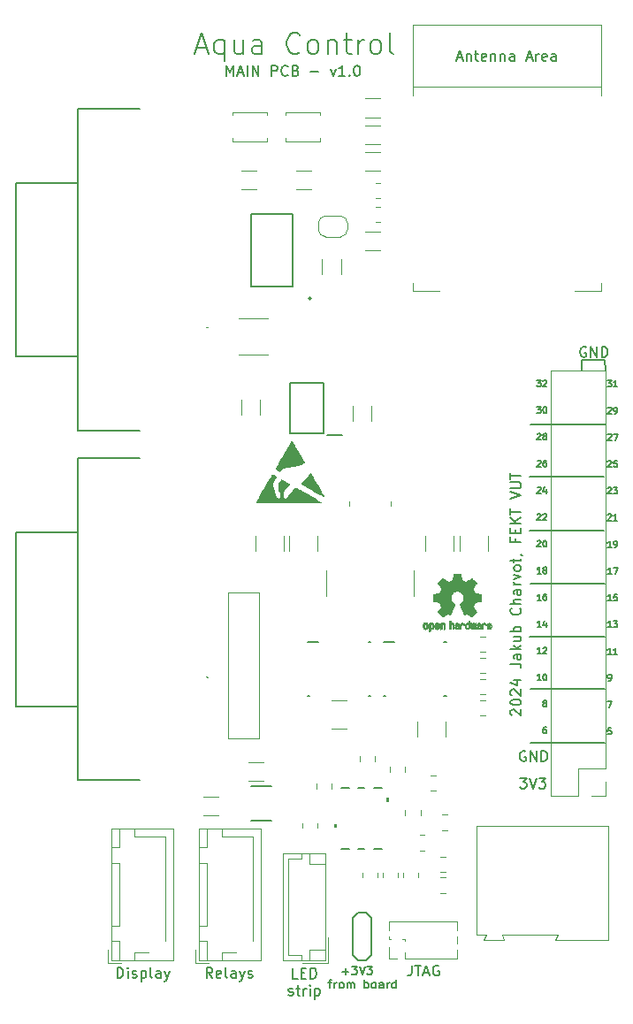
<source format=gbr>
%TF.GenerationSoftware,KiCad,Pcbnew,7.0.10-7.0.10~ubuntu23.10.1*%
%TF.CreationDate,2024-02-11T17:41:28+01:00*%
%TF.ProjectId,mainBoard,6d61696e-426f-4617-9264-2e6b69636164,rev?*%
%TF.SameCoordinates,Original*%
%TF.FileFunction,Legend,Top*%
%TF.FilePolarity,Positive*%
%FSLAX46Y46*%
G04 Gerber Fmt 4.6, Leading zero omitted, Abs format (unit mm)*
G04 Created by KiCad (PCBNEW 7.0.10-7.0.10~ubuntu23.10.1) date 2024-02-11 17:41:28*
%MOMM*%
%LPD*%
G01*
G04 APERTURE LIST*
%ADD10C,0.150000*%
%ADD11C,0.010000*%
%ADD12C,0.120000*%
%ADD13C,0.200000*%
%ADD14C,0.100000*%
%ADD15C,0.152400*%
G04 APERTURE END LIST*
D10*
X161779198Y-83935943D02*
X162150626Y-83935943D01*
X162150626Y-83935943D02*
X161950626Y-84164514D01*
X161950626Y-84164514D02*
X162036341Y-84164514D01*
X162036341Y-84164514D02*
X162093484Y-84193086D01*
X162093484Y-84193086D02*
X162122055Y-84221657D01*
X162122055Y-84221657D02*
X162150626Y-84278800D01*
X162150626Y-84278800D02*
X162150626Y-84421657D01*
X162150626Y-84421657D02*
X162122055Y-84478800D01*
X162122055Y-84478800D02*
X162093484Y-84507372D01*
X162093484Y-84507372D02*
X162036341Y-84535943D01*
X162036341Y-84535943D02*
X161864912Y-84535943D01*
X161864912Y-84535943D02*
X161807769Y-84507372D01*
X161807769Y-84507372D02*
X161779198Y-84478800D01*
X162522055Y-83935943D02*
X162579198Y-83935943D01*
X162579198Y-83935943D02*
X162636341Y-83964514D01*
X162636341Y-83964514D02*
X162664913Y-83993086D01*
X162664913Y-83993086D02*
X162693484Y-84050229D01*
X162693484Y-84050229D02*
X162722055Y-84164514D01*
X162722055Y-84164514D02*
X162722055Y-84307372D01*
X162722055Y-84307372D02*
X162693484Y-84421657D01*
X162693484Y-84421657D02*
X162664913Y-84478800D01*
X162664913Y-84478800D02*
X162636341Y-84507372D01*
X162636341Y-84507372D02*
X162579198Y-84535943D01*
X162579198Y-84535943D02*
X162522055Y-84535943D01*
X162522055Y-84535943D02*
X162464913Y-84507372D01*
X162464913Y-84507372D02*
X162436341Y-84478800D01*
X162436341Y-84478800D02*
X162407770Y-84421657D01*
X162407770Y-84421657D02*
X162379198Y-84307372D01*
X162379198Y-84307372D02*
X162379198Y-84164514D01*
X162379198Y-84164514D02*
X162407770Y-84050229D01*
X162407770Y-84050229D02*
X162436341Y-83993086D01*
X162436341Y-83993086D02*
X162464913Y-83964514D01*
X162464913Y-83964514D02*
X162522055Y-83935943D01*
X161807769Y-94231238D02*
X161836341Y-94202666D01*
X161836341Y-94202666D02*
X161893484Y-94174095D01*
X161893484Y-94174095D02*
X162036341Y-94174095D01*
X162036341Y-94174095D02*
X162093484Y-94202666D01*
X162093484Y-94202666D02*
X162122055Y-94231238D01*
X162122055Y-94231238D02*
X162150626Y-94288381D01*
X162150626Y-94288381D02*
X162150626Y-94345524D01*
X162150626Y-94345524D02*
X162122055Y-94431238D01*
X162122055Y-94431238D02*
X161779198Y-94774095D01*
X161779198Y-94774095D02*
X162150626Y-94774095D01*
X162379198Y-94231238D02*
X162407770Y-94202666D01*
X162407770Y-94202666D02*
X162464913Y-94174095D01*
X162464913Y-94174095D02*
X162607770Y-94174095D01*
X162607770Y-94174095D02*
X162664913Y-94202666D01*
X162664913Y-94202666D02*
X162693484Y-94231238D01*
X162693484Y-94231238D02*
X162722055Y-94288381D01*
X162722055Y-94288381D02*
X162722055Y-94345524D01*
X162722055Y-94345524D02*
X162693484Y-94431238D01*
X162693484Y-94431238D02*
X162350627Y-94774095D01*
X162350627Y-94774095D02*
X162722055Y-94774095D01*
X162480855Y-112281570D02*
X162423712Y-112252998D01*
X162423712Y-112252998D02*
X162395141Y-112224427D01*
X162395141Y-112224427D02*
X162366569Y-112167284D01*
X162366569Y-112167284D02*
X162366569Y-112138713D01*
X162366569Y-112138713D02*
X162395141Y-112081570D01*
X162395141Y-112081570D02*
X162423712Y-112052998D01*
X162423712Y-112052998D02*
X162480855Y-112024427D01*
X162480855Y-112024427D02*
X162595141Y-112024427D01*
X162595141Y-112024427D02*
X162652284Y-112052998D01*
X162652284Y-112052998D02*
X162680855Y-112081570D01*
X162680855Y-112081570D02*
X162709426Y-112138713D01*
X162709426Y-112138713D02*
X162709426Y-112167284D01*
X162709426Y-112167284D02*
X162680855Y-112224427D01*
X162680855Y-112224427D02*
X162652284Y-112252998D01*
X162652284Y-112252998D02*
X162595141Y-112281570D01*
X162595141Y-112281570D02*
X162480855Y-112281570D01*
X162480855Y-112281570D02*
X162423712Y-112310141D01*
X162423712Y-112310141D02*
X162395141Y-112338713D01*
X162395141Y-112338713D02*
X162366569Y-112395856D01*
X162366569Y-112395856D02*
X162366569Y-112510141D01*
X162366569Y-112510141D02*
X162395141Y-112567284D01*
X162395141Y-112567284D02*
X162423712Y-112595856D01*
X162423712Y-112595856D02*
X162480855Y-112624427D01*
X162480855Y-112624427D02*
X162595141Y-112624427D01*
X162595141Y-112624427D02*
X162652284Y-112595856D01*
X162652284Y-112595856D02*
X162680855Y-112567284D01*
X162680855Y-112567284D02*
X162709426Y-112510141D01*
X162709426Y-112510141D02*
X162709426Y-112395856D01*
X162709426Y-112395856D02*
X162680855Y-112338713D01*
X162680855Y-112338713D02*
X162652284Y-112310141D01*
X162652284Y-112310141D02*
X162595141Y-112281570D01*
X162150626Y-99893171D02*
X161807769Y-99893171D01*
X161979198Y-99893171D02*
X161979198Y-99293171D01*
X161979198Y-99293171D02*
X161922055Y-99378885D01*
X161922055Y-99378885D02*
X161864912Y-99436028D01*
X161864912Y-99436028D02*
X161807769Y-99464600D01*
X162493484Y-99550314D02*
X162436341Y-99521742D01*
X162436341Y-99521742D02*
X162407770Y-99493171D01*
X162407770Y-99493171D02*
X162379198Y-99436028D01*
X162379198Y-99436028D02*
X162379198Y-99407457D01*
X162379198Y-99407457D02*
X162407770Y-99350314D01*
X162407770Y-99350314D02*
X162436341Y-99321742D01*
X162436341Y-99321742D02*
X162493484Y-99293171D01*
X162493484Y-99293171D02*
X162607770Y-99293171D01*
X162607770Y-99293171D02*
X162664913Y-99321742D01*
X162664913Y-99321742D02*
X162693484Y-99350314D01*
X162693484Y-99350314D02*
X162722055Y-99407457D01*
X162722055Y-99407457D02*
X162722055Y-99436028D01*
X162722055Y-99436028D02*
X162693484Y-99493171D01*
X162693484Y-99493171D02*
X162664913Y-99521742D01*
X162664913Y-99521742D02*
X162607770Y-99550314D01*
X162607770Y-99550314D02*
X162493484Y-99550314D01*
X162493484Y-99550314D02*
X162436341Y-99578885D01*
X162436341Y-99578885D02*
X162407770Y-99607457D01*
X162407770Y-99607457D02*
X162379198Y-99664600D01*
X162379198Y-99664600D02*
X162379198Y-99778885D01*
X162379198Y-99778885D02*
X162407770Y-99836028D01*
X162407770Y-99836028D02*
X162436341Y-99864600D01*
X162436341Y-99864600D02*
X162493484Y-99893171D01*
X162493484Y-99893171D02*
X162607770Y-99893171D01*
X162607770Y-99893171D02*
X162664913Y-99864600D01*
X162664913Y-99864600D02*
X162693484Y-99836028D01*
X162693484Y-99836028D02*
X162722055Y-99778885D01*
X162722055Y-99778885D02*
X162722055Y-99664600D01*
X162722055Y-99664600D02*
X162693484Y-99607457D01*
X162693484Y-99607457D02*
X162664913Y-99578885D01*
X162664913Y-99578885D02*
X162607770Y-99550314D01*
X161807769Y-86552624D02*
X161836341Y-86524052D01*
X161836341Y-86524052D02*
X161893484Y-86495481D01*
X161893484Y-86495481D02*
X162036341Y-86495481D01*
X162036341Y-86495481D02*
X162093484Y-86524052D01*
X162093484Y-86524052D02*
X162122055Y-86552624D01*
X162122055Y-86552624D02*
X162150626Y-86609767D01*
X162150626Y-86609767D02*
X162150626Y-86666910D01*
X162150626Y-86666910D02*
X162122055Y-86752624D01*
X162122055Y-86752624D02*
X161779198Y-87095481D01*
X161779198Y-87095481D02*
X162150626Y-87095481D01*
X162493484Y-86752624D02*
X162436341Y-86724052D01*
X162436341Y-86724052D02*
X162407770Y-86695481D01*
X162407770Y-86695481D02*
X162379198Y-86638338D01*
X162379198Y-86638338D02*
X162379198Y-86609767D01*
X162379198Y-86609767D02*
X162407770Y-86552624D01*
X162407770Y-86552624D02*
X162436341Y-86524052D01*
X162436341Y-86524052D02*
X162493484Y-86495481D01*
X162493484Y-86495481D02*
X162607770Y-86495481D01*
X162607770Y-86495481D02*
X162664913Y-86524052D01*
X162664913Y-86524052D02*
X162693484Y-86552624D01*
X162693484Y-86552624D02*
X162722055Y-86609767D01*
X162722055Y-86609767D02*
X162722055Y-86638338D01*
X162722055Y-86638338D02*
X162693484Y-86695481D01*
X162693484Y-86695481D02*
X162664913Y-86724052D01*
X162664913Y-86724052D02*
X162607770Y-86752624D01*
X162607770Y-86752624D02*
X162493484Y-86752624D01*
X162493484Y-86752624D02*
X162436341Y-86781195D01*
X162436341Y-86781195D02*
X162407770Y-86809767D01*
X162407770Y-86809767D02*
X162379198Y-86866910D01*
X162379198Y-86866910D02*
X162379198Y-86981195D01*
X162379198Y-86981195D02*
X162407770Y-87038338D01*
X162407770Y-87038338D02*
X162436341Y-87066910D01*
X162436341Y-87066910D02*
X162493484Y-87095481D01*
X162493484Y-87095481D02*
X162607770Y-87095481D01*
X162607770Y-87095481D02*
X162664913Y-87066910D01*
X162664913Y-87066910D02*
X162693484Y-87038338D01*
X162693484Y-87038338D02*
X162722055Y-86981195D01*
X162722055Y-86981195D02*
X162722055Y-86866910D01*
X162722055Y-86866910D02*
X162693484Y-86809767D01*
X162693484Y-86809767D02*
X162664913Y-86781195D01*
X162664913Y-86781195D02*
X162607770Y-86752624D01*
X161807769Y-91671700D02*
X161836341Y-91643128D01*
X161836341Y-91643128D02*
X161893484Y-91614557D01*
X161893484Y-91614557D02*
X162036341Y-91614557D01*
X162036341Y-91614557D02*
X162093484Y-91643128D01*
X162093484Y-91643128D02*
X162122055Y-91671700D01*
X162122055Y-91671700D02*
X162150626Y-91728843D01*
X162150626Y-91728843D02*
X162150626Y-91785986D01*
X162150626Y-91785986D02*
X162122055Y-91871700D01*
X162122055Y-91871700D02*
X161779198Y-92214557D01*
X161779198Y-92214557D02*
X162150626Y-92214557D01*
X162664913Y-91814557D02*
X162664913Y-92214557D01*
X162522055Y-91585986D02*
X162379198Y-92014557D01*
X162379198Y-92014557D02*
X162750627Y-92014557D01*
X161779198Y-81376405D02*
X162150626Y-81376405D01*
X162150626Y-81376405D02*
X161950626Y-81604976D01*
X161950626Y-81604976D02*
X162036341Y-81604976D01*
X162036341Y-81604976D02*
X162093484Y-81633548D01*
X162093484Y-81633548D02*
X162122055Y-81662119D01*
X162122055Y-81662119D02*
X162150626Y-81719262D01*
X162150626Y-81719262D02*
X162150626Y-81862119D01*
X162150626Y-81862119D02*
X162122055Y-81919262D01*
X162122055Y-81919262D02*
X162093484Y-81947834D01*
X162093484Y-81947834D02*
X162036341Y-81976405D01*
X162036341Y-81976405D02*
X161864912Y-81976405D01*
X161864912Y-81976405D02*
X161807769Y-81947834D01*
X161807769Y-81947834D02*
X161779198Y-81919262D01*
X162379198Y-81433548D02*
X162407770Y-81404976D01*
X162407770Y-81404976D02*
X162464913Y-81376405D01*
X162464913Y-81376405D02*
X162607770Y-81376405D01*
X162607770Y-81376405D02*
X162664913Y-81404976D01*
X162664913Y-81404976D02*
X162693484Y-81433548D01*
X162693484Y-81433548D02*
X162722055Y-81490691D01*
X162722055Y-81490691D02*
X162722055Y-81547834D01*
X162722055Y-81547834D02*
X162693484Y-81633548D01*
X162693484Y-81633548D02*
X162350627Y-81976405D01*
X162350627Y-81976405D02*
X162722055Y-81976405D01*
X161807769Y-96790776D02*
X161836341Y-96762204D01*
X161836341Y-96762204D02*
X161893484Y-96733633D01*
X161893484Y-96733633D02*
X162036341Y-96733633D01*
X162036341Y-96733633D02*
X162093484Y-96762204D01*
X162093484Y-96762204D02*
X162122055Y-96790776D01*
X162122055Y-96790776D02*
X162150626Y-96847919D01*
X162150626Y-96847919D02*
X162150626Y-96905062D01*
X162150626Y-96905062D02*
X162122055Y-96990776D01*
X162122055Y-96990776D02*
X161779198Y-97333633D01*
X161779198Y-97333633D02*
X162150626Y-97333633D01*
X162522055Y-96733633D02*
X162579198Y-96733633D01*
X162579198Y-96733633D02*
X162636341Y-96762204D01*
X162636341Y-96762204D02*
X162664913Y-96790776D01*
X162664913Y-96790776D02*
X162693484Y-96847919D01*
X162693484Y-96847919D02*
X162722055Y-96962204D01*
X162722055Y-96962204D02*
X162722055Y-97105062D01*
X162722055Y-97105062D02*
X162693484Y-97219347D01*
X162693484Y-97219347D02*
X162664913Y-97276490D01*
X162664913Y-97276490D02*
X162636341Y-97305062D01*
X162636341Y-97305062D02*
X162579198Y-97333633D01*
X162579198Y-97333633D02*
X162522055Y-97333633D01*
X162522055Y-97333633D02*
X162464913Y-97305062D01*
X162464913Y-97305062D02*
X162436341Y-97276490D01*
X162436341Y-97276490D02*
X162407770Y-97219347D01*
X162407770Y-97219347D02*
X162379198Y-97105062D01*
X162379198Y-97105062D02*
X162379198Y-96962204D01*
X162379198Y-96962204D02*
X162407770Y-96847919D01*
X162407770Y-96847919D02*
X162436341Y-96790776D01*
X162436341Y-96790776D02*
X162464913Y-96762204D01*
X162464913Y-96762204D02*
X162522055Y-96733633D01*
X162150626Y-102452709D02*
X161807769Y-102452709D01*
X161979198Y-102452709D02*
X161979198Y-101852709D01*
X161979198Y-101852709D02*
X161922055Y-101938423D01*
X161922055Y-101938423D02*
X161864912Y-101995566D01*
X161864912Y-101995566D02*
X161807769Y-102024138D01*
X162664913Y-101852709D02*
X162550627Y-101852709D01*
X162550627Y-101852709D02*
X162493484Y-101881280D01*
X162493484Y-101881280D02*
X162464913Y-101909852D01*
X162464913Y-101909852D02*
X162407770Y-101995566D01*
X162407770Y-101995566D02*
X162379198Y-102109852D01*
X162379198Y-102109852D02*
X162379198Y-102338423D01*
X162379198Y-102338423D02*
X162407770Y-102395566D01*
X162407770Y-102395566D02*
X162436341Y-102424138D01*
X162436341Y-102424138D02*
X162493484Y-102452709D01*
X162493484Y-102452709D02*
X162607770Y-102452709D01*
X162607770Y-102452709D02*
X162664913Y-102424138D01*
X162664913Y-102424138D02*
X162693484Y-102395566D01*
X162693484Y-102395566D02*
X162722055Y-102338423D01*
X162722055Y-102338423D02*
X162722055Y-102195566D01*
X162722055Y-102195566D02*
X162693484Y-102138423D01*
X162693484Y-102138423D02*
X162664913Y-102109852D01*
X162664913Y-102109852D02*
X162607770Y-102081280D01*
X162607770Y-102081280D02*
X162493484Y-102081280D01*
X162493484Y-102081280D02*
X162436341Y-102109852D01*
X162436341Y-102109852D02*
X162407770Y-102138423D01*
X162407770Y-102138423D02*
X162379198Y-102195566D01*
X162150626Y-105012247D02*
X161807769Y-105012247D01*
X161979198Y-105012247D02*
X161979198Y-104412247D01*
X161979198Y-104412247D02*
X161922055Y-104497961D01*
X161922055Y-104497961D02*
X161864912Y-104555104D01*
X161864912Y-104555104D02*
X161807769Y-104583676D01*
X162664913Y-104612247D02*
X162664913Y-105012247D01*
X162522055Y-104383676D02*
X162379198Y-104812247D01*
X162379198Y-104812247D02*
X162750627Y-104812247D01*
X161807769Y-89112162D02*
X161836341Y-89083590D01*
X161836341Y-89083590D02*
X161893484Y-89055019D01*
X161893484Y-89055019D02*
X162036341Y-89055019D01*
X162036341Y-89055019D02*
X162093484Y-89083590D01*
X162093484Y-89083590D02*
X162122055Y-89112162D01*
X162122055Y-89112162D02*
X162150626Y-89169305D01*
X162150626Y-89169305D02*
X162150626Y-89226448D01*
X162150626Y-89226448D02*
X162122055Y-89312162D01*
X162122055Y-89312162D02*
X161779198Y-89655019D01*
X161779198Y-89655019D02*
X162150626Y-89655019D01*
X162664913Y-89055019D02*
X162550627Y-89055019D01*
X162550627Y-89055019D02*
X162493484Y-89083590D01*
X162493484Y-89083590D02*
X162464913Y-89112162D01*
X162464913Y-89112162D02*
X162407770Y-89197876D01*
X162407770Y-89197876D02*
X162379198Y-89312162D01*
X162379198Y-89312162D02*
X162379198Y-89540733D01*
X162379198Y-89540733D02*
X162407770Y-89597876D01*
X162407770Y-89597876D02*
X162436341Y-89626448D01*
X162436341Y-89626448D02*
X162493484Y-89655019D01*
X162493484Y-89655019D02*
X162607770Y-89655019D01*
X162607770Y-89655019D02*
X162664913Y-89626448D01*
X162664913Y-89626448D02*
X162693484Y-89597876D01*
X162693484Y-89597876D02*
X162722055Y-89540733D01*
X162722055Y-89540733D02*
X162722055Y-89397876D01*
X162722055Y-89397876D02*
X162693484Y-89340733D01*
X162693484Y-89340733D02*
X162664913Y-89312162D01*
X162664913Y-89312162D02*
X162607770Y-89283590D01*
X162607770Y-89283590D02*
X162493484Y-89283590D01*
X162493484Y-89283590D02*
X162436341Y-89312162D01*
X162436341Y-89312162D02*
X162407770Y-89340733D01*
X162407770Y-89340733D02*
X162379198Y-89397876D01*
X162150626Y-107571785D02*
X161807769Y-107571785D01*
X161979198Y-107571785D02*
X161979198Y-106971785D01*
X161979198Y-106971785D02*
X161922055Y-107057499D01*
X161922055Y-107057499D02*
X161864912Y-107114642D01*
X161864912Y-107114642D02*
X161807769Y-107143214D01*
X162379198Y-107028928D02*
X162407770Y-107000356D01*
X162407770Y-107000356D02*
X162464913Y-106971785D01*
X162464913Y-106971785D02*
X162607770Y-106971785D01*
X162607770Y-106971785D02*
X162664913Y-107000356D01*
X162664913Y-107000356D02*
X162693484Y-107028928D01*
X162693484Y-107028928D02*
X162722055Y-107086071D01*
X162722055Y-107086071D02*
X162722055Y-107143214D01*
X162722055Y-107143214D02*
X162693484Y-107228928D01*
X162693484Y-107228928D02*
X162350627Y-107571785D01*
X162350627Y-107571785D02*
X162722055Y-107571785D01*
X162652284Y-114583971D02*
X162537998Y-114583971D01*
X162537998Y-114583971D02*
X162480855Y-114612542D01*
X162480855Y-114612542D02*
X162452284Y-114641114D01*
X162452284Y-114641114D02*
X162395141Y-114726828D01*
X162395141Y-114726828D02*
X162366569Y-114841114D01*
X162366569Y-114841114D02*
X162366569Y-115069685D01*
X162366569Y-115069685D02*
X162395141Y-115126828D01*
X162395141Y-115126828D02*
X162423712Y-115155400D01*
X162423712Y-115155400D02*
X162480855Y-115183971D01*
X162480855Y-115183971D02*
X162595141Y-115183971D01*
X162595141Y-115183971D02*
X162652284Y-115155400D01*
X162652284Y-115155400D02*
X162680855Y-115126828D01*
X162680855Y-115126828D02*
X162709426Y-115069685D01*
X162709426Y-115069685D02*
X162709426Y-114926828D01*
X162709426Y-114926828D02*
X162680855Y-114869685D01*
X162680855Y-114869685D02*
X162652284Y-114841114D01*
X162652284Y-114841114D02*
X162595141Y-114812542D01*
X162595141Y-114812542D02*
X162480855Y-114812542D01*
X162480855Y-114812542D02*
X162423712Y-114841114D01*
X162423712Y-114841114D02*
X162395141Y-114869685D01*
X162395141Y-114869685D02*
X162366569Y-114926828D01*
X162150626Y-110131323D02*
X161807769Y-110131323D01*
X161979198Y-110131323D02*
X161979198Y-109531323D01*
X161979198Y-109531323D02*
X161922055Y-109617037D01*
X161922055Y-109617037D02*
X161864912Y-109674180D01*
X161864912Y-109674180D02*
X161807769Y-109702752D01*
X162522055Y-109531323D02*
X162579198Y-109531323D01*
X162579198Y-109531323D02*
X162636341Y-109559894D01*
X162636341Y-109559894D02*
X162664913Y-109588466D01*
X162664913Y-109588466D02*
X162693484Y-109645609D01*
X162693484Y-109645609D02*
X162722055Y-109759894D01*
X162722055Y-109759894D02*
X162722055Y-109902752D01*
X162722055Y-109902752D02*
X162693484Y-110017037D01*
X162693484Y-110017037D02*
X162664913Y-110074180D01*
X162664913Y-110074180D02*
X162636341Y-110102752D01*
X162636341Y-110102752D02*
X162579198Y-110131323D01*
X162579198Y-110131323D02*
X162522055Y-110131323D01*
X162522055Y-110131323D02*
X162464913Y-110102752D01*
X162464913Y-110102752D02*
X162436341Y-110074180D01*
X162436341Y-110074180D02*
X162407770Y-110017037D01*
X162407770Y-110017037D02*
X162379198Y-109902752D01*
X162379198Y-109902752D02*
X162379198Y-109759894D01*
X162379198Y-109759894D02*
X162407770Y-109645609D01*
X162407770Y-109645609D02*
X162436341Y-109588466D01*
X162436341Y-109588466D02*
X162464913Y-109559894D01*
X162464913Y-109559894D02*
X162522055Y-109531323D01*
X168878455Y-114685571D02*
X168592741Y-114685571D01*
X168592741Y-114685571D02*
X168564169Y-114971285D01*
X168564169Y-114971285D02*
X168592741Y-114942714D01*
X168592741Y-114942714D02*
X168649884Y-114914142D01*
X168649884Y-114914142D02*
X168792741Y-114914142D01*
X168792741Y-114914142D02*
X168849884Y-114942714D01*
X168849884Y-114942714D02*
X168878455Y-114971285D01*
X168878455Y-114971285D02*
X168907026Y-115028428D01*
X168907026Y-115028428D02*
X168907026Y-115171285D01*
X168907026Y-115171285D02*
X168878455Y-115228428D01*
X168878455Y-115228428D02*
X168849884Y-115257000D01*
X168849884Y-115257000D02*
X168792741Y-115285571D01*
X168792741Y-115285571D02*
X168649884Y-115285571D01*
X168649884Y-115285571D02*
X168592741Y-115257000D01*
X168592741Y-115257000D02*
X168564169Y-115228428D01*
X168535598Y-112126027D02*
X168935598Y-112126027D01*
X168935598Y-112126027D02*
X168678455Y-112726027D01*
X168621312Y-110166489D02*
X168735598Y-110166489D01*
X168735598Y-110166489D02*
X168792741Y-110137918D01*
X168792741Y-110137918D02*
X168821312Y-110109346D01*
X168821312Y-110109346D02*
X168878455Y-110023632D01*
X168878455Y-110023632D02*
X168907026Y-109909346D01*
X168907026Y-109909346D02*
X168907026Y-109680775D01*
X168907026Y-109680775D02*
X168878455Y-109623632D01*
X168878455Y-109623632D02*
X168849884Y-109595060D01*
X168849884Y-109595060D02*
X168792741Y-109566489D01*
X168792741Y-109566489D02*
X168678455Y-109566489D01*
X168678455Y-109566489D02*
X168621312Y-109595060D01*
X168621312Y-109595060D02*
X168592741Y-109623632D01*
X168592741Y-109623632D02*
X168564169Y-109680775D01*
X168564169Y-109680775D02*
X168564169Y-109823632D01*
X168564169Y-109823632D02*
X168592741Y-109880775D01*
X168592741Y-109880775D02*
X168621312Y-109909346D01*
X168621312Y-109909346D02*
X168678455Y-109937918D01*
X168678455Y-109937918D02*
X168792741Y-109937918D01*
X168792741Y-109937918D02*
X168849884Y-109909346D01*
X168849884Y-109909346D02*
X168878455Y-109880775D01*
X168878455Y-109880775D02*
X168907026Y-109823632D01*
X168907026Y-107606951D02*
X168564169Y-107606951D01*
X168735598Y-107606951D02*
X168735598Y-107006951D01*
X168735598Y-107006951D02*
X168678455Y-107092665D01*
X168678455Y-107092665D02*
X168621312Y-107149808D01*
X168621312Y-107149808D02*
X168564169Y-107178380D01*
X169478455Y-107606951D02*
X169135598Y-107606951D01*
X169307027Y-107606951D02*
X169307027Y-107006951D01*
X169307027Y-107006951D02*
X169249884Y-107092665D01*
X169249884Y-107092665D02*
X169192741Y-107149808D01*
X169192741Y-107149808D02*
X169135598Y-107178380D01*
X168907026Y-105047413D02*
X168564169Y-105047413D01*
X168735598Y-105047413D02*
X168735598Y-104447413D01*
X168735598Y-104447413D02*
X168678455Y-104533127D01*
X168678455Y-104533127D02*
X168621312Y-104590270D01*
X168621312Y-104590270D02*
X168564169Y-104618842D01*
X169107027Y-104447413D02*
X169478455Y-104447413D01*
X169478455Y-104447413D02*
X169278455Y-104675984D01*
X169278455Y-104675984D02*
X169364170Y-104675984D01*
X169364170Y-104675984D02*
X169421313Y-104704556D01*
X169421313Y-104704556D02*
X169449884Y-104733127D01*
X169449884Y-104733127D02*
X169478455Y-104790270D01*
X169478455Y-104790270D02*
X169478455Y-104933127D01*
X169478455Y-104933127D02*
X169449884Y-104990270D01*
X169449884Y-104990270D02*
X169421313Y-105018842D01*
X169421313Y-105018842D02*
X169364170Y-105047413D01*
X169364170Y-105047413D02*
X169192741Y-105047413D01*
X169192741Y-105047413D02*
X169135598Y-105018842D01*
X169135598Y-105018842D02*
X169107027Y-104990270D01*
X168907026Y-102487875D02*
X168564169Y-102487875D01*
X168735598Y-102487875D02*
X168735598Y-101887875D01*
X168735598Y-101887875D02*
X168678455Y-101973589D01*
X168678455Y-101973589D02*
X168621312Y-102030732D01*
X168621312Y-102030732D02*
X168564169Y-102059304D01*
X169449884Y-101887875D02*
X169164170Y-101887875D01*
X169164170Y-101887875D02*
X169135598Y-102173589D01*
X169135598Y-102173589D02*
X169164170Y-102145018D01*
X169164170Y-102145018D02*
X169221313Y-102116446D01*
X169221313Y-102116446D02*
X169364170Y-102116446D01*
X169364170Y-102116446D02*
X169421313Y-102145018D01*
X169421313Y-102145018D02*
X169449884Y-102173589D01*
X169449884Y-102173589D02*
X169478455Y-102230732D01*
X169478455Y-102230732D02*
X169478455Y-102373589D01*
X169478455Y-102373589D02*
X169449884Y-102430732D01*
X169449884Y-102430732D02*
X169421313Y-102459304D01*
X169421313Y-102459304D02*
X169364170Y-102487875D01*
X169364170Y-102487875D02*
X169221313Y-102487875D01*
X169221313Y-102487875D02*
X169164170Y-102459304D01*
X169164170Y-102459304D02*
X169135598Y-102430732D01*
X168907026Y-99928337D02*
X168564169Y-99928337D01*
X168735598Y-99928337D02*
X168735598Y-99328337D01*
X168735598Y-99328337D02*
X168678455Y-99414051D01*
X168678455Y-99414051D02*
X168621312Y-99471194D01*
X168621312Y-99471194D02*
X168564169Y-99499766D01*
X169107027Y-99328337D02*
X169507027Y-99328337D01*
X169507027Y-99328337D02*
X169249884Y-99928337D01*
X168907026Y-97368799D02*
X168564169Y-97368799D01*
X168735598Y-97368799D02*
X168735598Y-96768799D01*
X168735598Y-96768799D02*
X168678455Y-96854513D01*
X168678455Y-96854513D02*
X168621312Y-96911656D01*
X168621312Y-96911656D02*
X168564169Y-96940228D01*
X169192741Y-97368799D02*
X169307027Y-97368799D01*
X169307027Y-97368799D02*
X169364170Y-97340228D01*
X169364170Y-97340228D02*
X169392741Y-97311656D01*
X169392741Y-97311656D02*
X169449884Y-97225942D01*
X169449884Y-97225942D02*
X169478455Y-97111656D01*
X169478455Y-97111656D02*
X169478455Y-96883085D01*
X169478455Y-96883085D02*
X169449884Y-96825942D01*
X169449884Y-96825942D02*
X169421313Y-96797370D01*
X169421313Y-96797370D02*
X169364170Y-96768799D01*
X169364170Y-96768799D02*
X169249884Y-96768799D01*
X169249884Y-96768799D02*
X169192741Y-96797370D01*
X169192741Y-96797370D02*
X169164170Y-96825942D01*
X169164170Y-96825942D02*
X169135598Y-96883085D01*
X169135598Y-96883085D02*
X169135598Y-97025942D01*
X169135598Y-97025942D02*
X169164170Y-97083085D01*
X169164170Y-97083085D02*
X169192741Y-97111656D01*
X169192741Y-97111656D02*
X169249884Y-97140228D01*
X169249884Y-97140228D02*
X169364170Y-97140228D01*
X169364170Y-97140228D02*
X169421313Y-97111656D01*
X169421313Y-97111656D02*
X169449884Y-97083085D01*
X169449884Y-97083085D02*
X169478455Y-97025942D01*
X168564169Y-94266404D02*
X168592741Y-94237832D01*
X168592741Y-94237832D02*
X168649884Y-94209261D01*
X168649884Y-94209261D02*
X168792741Y-94209261D01*
X168792741Y-94209261D02*
X168849884Y-94237832D01*
X168849884Y-94237832D02*
X168878455Y-94266404D01*
X168878455Y-94266404D02*
X168907026Y-94323547D01*
X168907026Y-94323547D02*
X168907026Y-94380690D01*
X168907026Y-94380690D02*
X168878455Y-94466404D01*
X168878455Y-94466404D02*
X168535598Y-94809261D01*
X168535598Y-94809261D02*
X168907026Y-94809261D01*
X169478455Y-94809261D02*
X169135598Y-94809261D01*
X169307027Y-94809261D02*
X169307027Y-94209261D01*
X169307027Y-94209261D02*
X169249884Y-94294975D01*
X169249884Y-94294975D02*
X169192741Y-94352118D01*
X169192741Y-94352118D02*
X169135598Y-94380690D01*
X168564169Y-91706866D02*
X168592741Y-91678294D01*
X168592741Y-91678294D02*
X168649884Y-91649723D01*
X168649884Y-91649723D02*
X168792741Y-91649723D01*
X168792741Y-91649723D02*
X168849884Y-91678294D01*
X168849884Y-91678294D02*
X168878455Y-91706866D01*
X168878455Y-91706866D02*
X168907026Y-91764009D01*
X168907026Y-91764009D02*
X168907026Y-91821152D01*
X168907026Y-91821152D02*
X168878455Y-91906866D01*
X168878455Y-91906866D02*
X168535598Y-92249723D01*
X168535598Y-92249723D02*
X168907026Y-92249723D01*
X169107027Y-91649723D02*
X169478455Y-91649723D01*
X169478455Y-91649723D02*
X169278455Y-91878294D01*
X169278455Y-91878294D02*
X169364170Y-91878294D01*
X169364170Y-91878294D02*
X169421313Y-91906866D01*
X169421313Y-91906866D02*
X169449884Y-91935437D01*
X169449884Y-91935437D02*
X169478455Y-91992580D01*
X169478455Y-91992580D02*
X169478455Y-92135437D01*
X169478455Y-92135437D02*
X169449884Y-92192580D01*
X169449884Y-92192580D02*
X169421313Y-92221152D01*
X169421313Y-92221152D02*
X169364170Y-92249723D01*
X169364170Y-92249723D02*
X169192741Y-92249723D01*
X169192741Y-92249723D02*
X169135598Y-92221152D01*
X169135598Y-92221152D02*
X169107027Y-92192580D01*
X168564169Y-89147328D02*
X168592741Y-89118756D01*
X168592741Y-89118756D02*
X168649884Y-89090185D01*
X168649884Y-89090185D02*
X168792741Y-89090185D01*
X168792741Y-89090185D02*
X168849884Y-89118756D01*
X168849884Y-89118756D02*
X168878455Y-89147328D01*
X168878455Y-89147328D02*
X168907026Y-89204471D01*
X168907026Y-89204471D02*
X168907026Y-89261614D01*
X168907026Y-89261614D02*
X168878455Y-89347328D01*
X168878455Y-89347328D02*
X168535598Y-89690185D01*
X168535598Y-89690185D02*
X168907026Y-89690185D01*
X169449884Y-89090185D02*
X169164170Y-89090185D01*
X169164170Y-89090185D02*
X169135598Y-89375899D01*
X169135598Y-89375899D02*
X169164170Y-89347328D01*
X169164170Y-89347328D02*
X169221313Y-89318756D01*
X169221313Y-89318756D02*
X169364170Y-89318756D01*
X169364170Y-89318756D02*
X169421313Y-89347328D01*
X169421313Y-89347328D02*
X169449884Y-89375899D01*
X169449884Y-89375899D02*
X169478455Y-89433042D01*
X169478455Y-89433042D02*
X169478455Y-89575899D01*
X169478455Y-89575899D02*
X169449884Y-89633042D01*
X169449884Y-89633042D02*
X169421313Y-89661614D01*
X169421313Y-89661614D02*
X169364170Y-89690185D01*
X169364170Y-89690185D02*
X169221313Y-89690185D01*
X169221313Y-89690185D02*
X169164170Y-89661614D01*
X169164170Y-89661614D02*
X169135598Y-89633042D01*
X168564169Y-86587790D02*
X168592741Y-86559218D01*
X168592741Y-86559218D02*
X168649884Y-86530647D01*
X168649884Y-86530647D02*
X168792741Y-86530647D01*
X168792741Y-86530647D02*
X168849884Y-86559218D01*
X168849884Y-86559218D02*
X168878455Y-86587790D01*
X168878455Y-86587790D02*
X168907026Y-86644933D01*
X168907026Y-86644933D02*
X168907026Y-86702076D01*
X168907026Y-86702076D02*
X168878455Y-86787790D01*
X168878455Y-86787790D02*
X168535598Y-87130647D01*
X168535598Y-87130647D02*
X168907026Y-87130647D01*
X169107027Y-86530647D02*
X169507027Y-86530647D01*
X169507027Y-86530647D02*
X169249884Y-87130647D01*
X168564169Y-84028252D02*
X168592741Y-83999680D01*
X168592741Y-83999680D02*
X168649884Y-83971109D01*
X168649884Y-83971109D02*
X168792741Y-83971109D01*
X168792741Y-83971109D02*
X168849884Y-83999680D01*
X168849884Y-83999680D02*
X168878455Y-84028252D01*
X168878455Y-84028252D02*
X168907026Y-84085395D01*
X168907026Y-84085395D02*
X168907026Y-84142538D01*
X168907026Y-84142538D02*
X168878455Y-84228252D01*
X168878455Y-84228252D02*
X168535598Y-84571109D01*
X168535598Y-84571109D02*
X168907026Y-84571109D01*
X169192741Y-84571109D02*
X169307027Y-84571109D01*
X169307027Y-84571109D02*
X169364170Y-84542538D01*
X169364170Y-84542538D02*
X169392741Y-84513966D01*
X169392741Y-84513966D02*
X169449884Y-84428252D01*
X169449884Y-84428252D02*
X169478455Y-84313966D01*
X169478455Y-84313966D02*
X169478455Y-84085395D01*
X169478455Y-84085395D02*
X169449884Y-84028252D01*
X169449884Y-84028252D02*
X169421313Y-83999680D01*
X169421313Y-83999680D02*
X169364170Y-83971109D01*
X169364170Y-83971109D02*
X169249884Y-83971109D01*
X169249884Y-83971109D02*
X169192741Y-83999680D01*
X169192741Y-83999680D02*
X169164170Y-84028252D01*
X169164170Y-84028252D02*
X169135598Y-84085395D01*
X169135598Y-84085395D02*
X169135598Y-84228252D01*
X169135598Y-84228252D02*
X169164170Y-84285395D01*
X169164170Y-84285395D02*
X169192741Y-84313966D01*
X169192741Y-84313966D02*
X169249884Y-84342538D01*
X169249884Y-84342538D02*
X169364170Y-84342538D01*
X169364170Y-84342538D02*
X169421313Y-84313966D01*
X169421313Y-84313966D02*
X169449884Y-84285395D01*
X169449884Y-84285395D02*
X169478455Y-84228252D01*
X168535598Y-81411571D02*
X168907026Y-81411571D01*
X168907026Y-81411571D02*
X168707026Y-81640142D01*
X168707026Y-81640142D02*
X168792741Y-81640142D01*
X168792741Y-81640142D02*
X168849884Y-81668714D01*
X168849884Y-81668714D02*
X168878455Y-81697285D01*
X168878455Y-81697285D02*
X168907026Y-81754428D01*
X168907026Y-81754428D02*
X168907026Y-81897285D01*
X168907026Y-81897285D02*
X168878455Y-81954428D01*
X168878455Y-81954428D02*
X168849884Y-81983000D01*
X168849884Y-81983000D02*
X168792741Y-82011571D01*
X168792741Y-82011571D02*
X168621312Y-82011571D01*
X168621312Y-82011571D02*
X168564169Y-81983000D01*
X168564169Y-81983000D02*
X168535598Y-81954428D01*
X169478455Y-82011571D02*
X169135598Y-82011571D01*
X169307027Y-82011571D02*
X169307027Y-81411571D01*
X169307027Y-81411571D02*
X169249884Y-81497285D01*
X169249884Y-81497285D02*
X169192741Y-81554428D01*
X169192741Y-81554428D02*
X169135598Y-81583000D01*
X161137600Y-116078000D02*
X168300400Y-116078000D01*
X161137600Y-110947200D02*
X168300400Y-110947200D01*
X161086800Y-105918000D02*
X168249600Y-105918000D01*
X161137600Y-100838000D02*
X168300400Y-100838000D01*
X161036000Y-95758000D02*
X168198800Y-95758000D01*
X161036000Y-90627200D02*
X168198800Y-90627200D01*
X161188400Y-85598000D02*
X168351200Y-85598000D01*
X168300400Y-79400400D02*
X168313200Y-80433347D01*
X166065200Y-79400400D02*
X168300400Y-79400400D01*
X166065200Y-80365600D02*
X166065200Y-79400400D01*
X166468588Y-78216238D02*
X166373350Y-78168619D01*
X166373350Y-78168619D02*
X166230493Y-78168619D01*
X166230493Y-78168619D02*
X166087636Y-78216238D01*
X166087636Y-78216238D02*
X165992398Y-78311476D01*
X165992398Y-78311476D02*
X165944779Y-78406714D01*
X165944779Y-78406714D02*
X165897160Y-78597190D01*
X165897160Y-78597190D02*
X165897160Y-78740047D01*
X165897160Y-78740047D02*
X165944779Y-78930523D01*
X165944779Y-78930523D02*
X165992398Y-79025761D01*
X165992398Y-79025761D02*
X166087636Y-79121000D01*
X166087636Y-79121000D02*
X166230493Y-79168619D01*
X166230493Y-79168619D02*
X166325731Y-79168619D01*
X166325731Y-79168619D02*
X166468588Y-79121000D01*
X166468588Y-79121000D02*
X166516207Y-79073380D01*
X166516207Y-79073380D02*
X166516207Y-78740047D01*
X166516207Y-78740047D02*
X166325731Y-78740047D01*
X166944779Y-79168619D02*
X166944779Y-78168619D01*
X166944779Y-78168619D02*
X167516207Y-79168619D01*
X167516207Y-79168619D02*
X167516207Y-78168619D01*
X167992398Y-79168619D02*
X167992398Y-78168619D01*
X167992398Y-78168619D02*
X168230493Y-78168619D01*
X168230493Y-78168619D02*
X168373350Y-78216238D01*
X168373350Y-78216238D02*
X168468588Y-78311476D01*
X168468588Y-78311476D02*
X168516207Y-78406714D01*
X168516207Y-78406714D02*
X168563826Y-78597190D01*
X168563826Y-78597190D02*
X168563826Y-78740047D01*
X168563826Y-78740047D02*
X168516207Y-78930523D01*
X168516207Y-78930523D02*
X168468588Y-79025761D01*
X168468588Y-79025761D02*
X168373350Y-79121000D01*
X168373350Y-79121000D02*
X168230493Y-79168619D01*
X168230493Y-79168619D02*
X167992398Y-79168619D01*
X160677388Y-116925838D02*
X160582150Y-116878219D01*
X160582150Y-116878219D02*
X160439293Y-116878219D01*
X160439293Y-116878219D02*
X160296436Y-116925838D01*
X160296436Y-116925838D02*
X160201198Y-117021076D01*
X160201198Y-117021076D02*
X160153579Y-117116314D01*
X160153579Y-117116314D02*
X160105960Y-117306790D01*
X160105960Y-117306790D02*
X160105960Y-117449647D01*
X160105960Y-117449647D02*
X160153579Y-117640123D01*
X160153579Y-117640123D02*
X160201198Y-117735361D01*
X160201198Y-117735361D02*
X160296436Y-117830600D01*
X160296436Y-117830600D02*
X160439293Y-117878219D01*
X160439293Y-117878219D02*
X160534531Y-117878219D01*
X160534531Y-117878219D02*
X160677388Y-117830600D01*
X160677388Y-117830600D02*
X160725007Y-117782980D01*
X160725007Y-117782980D02*
X160725007Y-117449647D01*
X160725007Y-117449647D02*
X160534531Y-117449647D01*
X161153579Y-117878219D02*
X161153579Y-116878219D01*
X161153579Y-116878219D02*
X161725007Y-117878219D01*
X161725007Y-117878219D02*
X161725007Y-116878219D01*
X162201198Y-117878219D02*
X162201198Y-116878219D01*
X162201198Y-116878219D02*
X162439293Y-116878219D01*
X162439293Y-116878219D02*
X162582150Y-116925838D01*
X162582150Y-116925838D02*
X162677388Y-117021076D01*
X162677388Y-117021076D02*
X162725007Y-117116314D01*
X162725007Y-117116314D02*
X162772626Y-117306790D01*
X162772626Y-117306790D02*
X162772626Y-117449647D01*
X162772626Y-117449647D02*
X162725007Y-117640123D01*
X162725007Y-117640123D02*
X162677388Y-117735361D01*
X162677388Y-117735361D02*
X162582150Y-117830600D01*
X162582150Y-117830600D02*
X162439293Y-117878219D01*
X162439293Y-117878219D02*
X162201198Y-117878219D01*
X160159941Y-119469019D02*
X160778988Y-119469019D01*
X160778988Y-119469019D02*
X160445655Y-119849971D01*
X160445655Y-119849971D02*
X160588512Y-119849971D01*
X160588512Y-119849971D02*
X160683750Y-119897590D01*
X160683750Y-119897590D02*
X160731369Y-119945209D01*
X160731369Y-119945209D02*
X160778988Y-120040447D01*
X160778988Y-120040447D02*
X160778988Y-120278542D01*
X160778988Y-120278542D02*
X160731369Y-120373780D01*
X160731369Y-120373780D02*
X160683750Y-120421400D01*
X160683750Y-120421400D02*
X160588512Y-120469019D01*
X160588512Y-120469019D02*
X160302798Y-120469019D01*
X160302798Y-120469019D02*
X160207560Y-120421400D01*
X160207560Y-120421400D02*
X160159941Y-120373780D01*
X161064703Y-119469019D02*
X161398036Y-120469019D01*
X161398036Y-120469019D02*
X161731369Y-119469019D01*
X161969465Y-119469019D02*
X162588512Y-119469019D01*
X162588512Y-119469019D02*
X162255179Y-119849971D01*
X162255179Y-119849971D02*
X162398036Y-119849971D01*
X162398036Y-119849971D02*
X162493274Y-119897590D01*
X162493274Y-119897590D02*
X162540893Y-119945209D01*
X162540893Y-119945209D02*
X162588512Y-120040447D01*
X162588512Y-120040447D02*
X162588512Y-120278542D01*
X162588512Y-120278542D02*
X162540893Y-120373780D01*
X162540893Y-120373780D02*
X162493274Y-120421400D01*
X162493274Y-120421400D02*
X162398036Y-120469019D01*
X162398036Y-120469019D02*
X162112322Y-120469019D01*
X162112322Y-120469019D02*
X162017084Y-120421400D01*
X162017084Y-120421400D02*
X161969465Y-120373780D01*
X121596379Y-138604619D02*
X121596379Y-137604619D01*
X121596379Y-137604619D02*
X121834474Y-137604619D01*
X121834474Y-137604619D02*
X121977331Y-137652238D01*
X121977331Y-137652238D02*
X122072569Y-137747476D01*
X122072569Y-137747476D02*
X122120188Y-137842714D01*
X122120188Y-137842714D02*
X122167807Y-138033190D01*
X122167807Y-138033190D02*
X122167807Y-138176047D01*
X122167807Y-138176047D02*
X122120188Y-138366523D01*
X122120188Y-138366523D02*
X122072569Y-138461761D01*
X122072569Y-138461761D02*
X121977331Y-138557000D01*
X121977331Y-138557000D02*
X121834474Y-138604619D01*
X121834474Y-138604619D02*
X121596379Y-138604619D01*
X122596379Y-138604619D02*
X122596379Y-137937952D01*
X122596379Y-137604619D02*
X122548760Y-137652238D01*
X122548760Y-137652238D02*
X122596379Y-137699857D01*
X122596379Y-137699857D02*
X122643998Y-137652238D01*
X122643998Y-137652238D02*
X122596379Y-137604619D01*
X122596379Y-137604619D02*
X122596379Y-137699857D01*
X123024950Y-138557000D02*
X123120188Y-138604619D01*
X123120188Y-138604619D02*
X123310664Y-138604619D01*
X123310664Y-138604619D02*
X123405902Y-138557000D01*
X123405902Y-138557000D02*
X123453521Y-138461761D01*
X123453521Y-138461761D02*
X123453521Y-138414142D01*
X123453521Y-138414142D02*
X123405902Y-138318904D01*
X123405902Y-138318904D02*
X123310664Y-138271285D01*
X123310664Y-138271285D02*
X123167807Y-138271285D01*
X123167807Y-138271285D02*
X123072569Y-138223666D01*
X123072569Y-138223666D02*
X123024950Y-138128428D01*
X123024950Y-138128428D02*
X123024950Y-138080809D01*
X123024950Y-138080809D02*
X123072569Y-137985571D01*
X123072569Y-137985571D02*
X123167807Y-137937952D01*
X123167807Y-137937952D02*
X123310664Y-137937952D01*
X123310664Y-137937952D02*
X123405902Y-137985571D01*
X123882093Y-137937952D02*
X123882093Y-138937952D01*
X123882093Y-137985571D02*
X123977331Y-137937952D01*
X123977331Y-137937952D02*
X124167807Y-137937952D01*
X124167807Y-137937952D02*
X124263045Y-137985571D01*
X124263045Y-137985571D02*
X124310664Y-138033190D01*
X124310664Y-138033190D02*
X124358283Y-138128428D01*
X124358283Y-138128428D02*
X124358283Y-138414142D01*
X124358283Y-138414142D02*
X124310664Y-138509380D01*
X124310664Y-138509380D02*
X124263045Y-138557000D01*
X124263045Y-138557000D02*
X124167807Y-138604619D01*
X124167807Y-138604619D02*
X123977331Y-138604619D01*
X123977331Y-138604619D02*
X123882093Y-138557000D01*
X124929712Y-138604619D02*
X124834474Y-138557000D01*
X124834474Y-138557000D02*
X124786855Y-138461761D01*
X124786855Y-138461761D02*
X124786855Y-137604619D01*
X125739236Y-138604619D02*
X125739236Y-138080809D01*
X125739236Y-138080809D02*
X125691617Y-137985571D01*
X125691617Y-137985571D02*
X125596379Y-137937952D01*
X125596379Y-137937952D02*
X125405903Y-137937952D01*
X125405903Y-137937952D02*
X125310665Y-137985571D01*
X125739236Y-138557000D02*
X125643998Y-138604619D01*
X125643998Y-138604619D02*
X125405903Y-138604619D01*
X125405903Y-138604619D02*
X125310665Y-138557000D01*
X125310665Y-138557000D02*
X125263046Y-138461761D01*
X125263046Y-138461761D02*
X125263046Y-138366523D01*
X125263046Y-138366523D02*
X125310665Y-138271285D01*
X125310665Y-138271285D02*
X125405903Y-138223666D01*
X125405903Y-138223666D02*
X125643998Y-138223666D01*
X125643998Y-138223666D02*
X125739236Y-138176047D01*
X126120189Y-137937952D02*
X126358284Y-138604619D01*
X126596379Y-137937952D02*
X126358284Y-138604619D01*
X126358284Y-138604619D02*
X126263046Y-138842714D01*
X126263046Y-138842714D02*
X126215427Y-138890333D01*
X126215427Y-138890333D02*
X126120189Y-138937952D01*
X130702207Y-138604619D02*
X130368874Y-138128428D01*
X130130779Y-138604619D02*
X130130779Y-137604619D01*
X130130779Y-137604619D02*
X130511731Y-137604619D01*
X130511731Y-137604619D02*
X130606969Y-137652238D01*
X130606969Y-137652238D02*
X130654588Y-137699857D01*
X130654588Y-137699857D02*
X130702207Y-137795095D01*
X130702207Y-137795095D02*
X130702207Y-137937952D01*
X130702207Y-137937952D02*
X130654588Y-138033190D01*
X130654588Y-138033190D02*
X130606969Y-138080809D01*
X130606969Y-138080809D02*
X130511731Y-138128428D01*
X130511731Y-138128428D02*
X130130779Y-138128428D01*
X131511731Y-138557000D02*
X131416493Y-138604619D01*
X131416493Y-138604619D02*
X131226017Y-138604619D01*
X131226017Y-138604619D02*
X131130779Y-138557000D01*
X131130779Y-138557000D02*
X131083160Y-138461761D01*
X131083160Y-138461761D02*
X131083160Y-138080809D01*
X131083160Y-138080809D02*
X131130779Y-137985571D01*
X131130779Y-137985571D02*
X131226017Y-137937952D01*
X131226017Y-137937952D02*
X131416493Y-137937952D01*
X131416493Y-137937952D02*
X131511731Y-137985571D01*
X131511731Y-137985571D02*
X131559350Y-138080809D01*
X131559350Y-138080809D02*
X131559350Y-138176047D01*
X131559350Y-138176047D02*
X131083160Y-138271285D01*
X132130779Y-138604619D02*
X132035541Y-138557000D01*
X132035541Y-138557000D02*
X131987922Y-138461761D01*
X131987922Y-138461761D02*
X131987922Y-137604619D01*
X132940303Y-138604619D02*
X132940303Y-138080809D01*
X132940303Y-138080809D02*
X132892684Y-137985571D01*
X132892684Y-137985571D02*
X132797446Y-137937952D01*
X132797446Y-137937952D02*
X132606970Y-137937952D01*
X132606970Y-137937952D02*
X132511732Y-137985571D01*
X132940303Y-138557000D02*
X132845065Y-138604619D01*
X132845065Y-138604619D02*
X132606970Y-138604619D01*
X132606970Y-138604619D02*
X132511732Y-138557000D01*
X132511732Y-138557000D02*
X132464113Y-138461761D01*
X132464113Y-138461761D02*
X132464113Y-138366523D01*
X132464113Y-138366523D02*
X132511732Y-138271285D01*
X132511732Y-138271285D02*
X132606970Y-138223666D01*
X132606970Y-138223666D02*
X132845065Y-138223666D01*
X132845065Y-138223666D02*
X132940303Y-138176047D01*
X133321256Y-137937952D02*
X133559351Y-138604619D01*
X133797446Y-137937952D02*
X133559351Y-138604619D01*
X133559351Y-138604619D02*
X133464113Y-138842714D01*
X133464113Y-138842714D02*
X133416494Y-138890333D01*
X133416494Y-138890333D02*
X133321256Y-138937952D01*
X134130780Y-138557000D02*
X134226018Y-138604619D01*
X134226018Y-138604619D02*
X134416494Y-138604619D01*
X134416494Y-138604619D02*
X134511732Y-138557000D01*
X134511732Y-138557000D02*
X134559351Y-138461761D01*
X134559351Y-138461761D02*
X134559351Y-138414142D01*
X134559351Y-138414142D02*
X134511732Y-138318904D01*
X134511732Y-138318904D02*
X134416494Y-138271285D01*
X134416494Y-138271285D02*
X134273637Y-138271285D01*
X134273637Y-138271285D02*
X134178399Y-138223666D01*
X134178399Y-138223666D02*
X134130780Y-138128428D01*
X134130780Y-138128428D02*
X134130780Y-138080809D01*
X134130780Y-138080809D02*
X134178399Y-137985571D01*
X134178399Y-137985571D02*
X134273637Y-137937952D01*
X134273637Y-137937952D02*
X134416494Y-137937952D01*
X134416494Y-137937952D02*
X134511732Y-137985571D01*
X149771293Y-137401419D02*
X149771293Y-138115704D01*
X149771293Y-138115704D02*
X149723674Y-138258561D01*
X149723674Y-138258561D02*
X149628436Y-138353800D01*
X149628436Y-138353800D02*
X149485579Y-138401419D01*
X149485579Y-138401419D02*
X149390341Y-138401419D01*
X150104627Y-137401419D02*
X150676055Y-137401419D01*
X150390341Y-138401419D02*
X150390341Y-137401419D01*
X150961770Y-138115704D02*
X151437960Y-138115704D01*
X150866532Y-138401419D02*
X151199865Y-137401419D01*
X151199865Y-137401419D02*
X151533198Y-138401419D01*
X152390341Y-137449038D02*
X152295103Y-137401419D01*
X152295103Y-137401419D02*
X152152246Y-137401419D01*
X152152246Y-137401419D02*
X152009389Y-137449038D01*
X152009389Y-137449038D02*
X151914151Y-137544276D01*
X151914151Y-137544276D02*
X151866532Y-137639514D01*
X151866532Y-137639514D02*
X151818913Y-137829990D01*
X151818913Y-137829990D02*
X151818913Y-137972847D01*
X151818913Y-137972847D02*
X151866532Y-138163323D01*
X151866532Y-138163323D02*
X151914151Y-138258561D01*
X151914151Y-138258561D02*
X152009389Y-138353800D01*
X152009389Y-138353800D02*
X152152246Y-138401419D01*
X152152246Y-138401419D02*
X152247484Y-138401419D01*
X152247484Y-138401419D02*
X152390341Y-138353800D01*
X152390341Y-138353800D02*
X152437960Y-138306180D01*
X152437960Y-138306180D02*
X152437960Y-137972847D01*
X152437960Y-137972847D02*
X152247484Y-137972847D01*
X143138608Y-138001533D02*
X143748132Y-138001533D01*
X143443370Y-138306295D02*
X143443370Y-137696771D01*
X144052893Y-137506295D02*
X144548131Y-137506295D01*
X144548131Y-137506295D02*
X144281465Y-137811057D01*
X144281465Y-137811057D02*
X144395750Y-137811057D01*
X144395750Y-137811057D02*
X144471941Y-137849152D01*
X144471941Y-137849152D02*
X144510036Y-137887247D01*
X144510036Y-137887247D02*
X144548131Y-137963438D01*
X144548131Y-137963438D02*
X144548131Y-138153914D01*
X144548131Y-138153914D02*
X144510036Y-138230104D01*
X144510036Y-138230104D02*
X144471941Y-138268200D01*
X144471941Y-138268200D02*
X144395750Y-138306295D01*
X144395750Y-138306295D02*
X144167179Y-138306295D01*
X144167179Y-138306295D02*
X144090988Y-138268200D01*
X144090988Y-138268200D02*
X144052893Y-138230104D01*
X144776703Y-137506295D02*
X145043370Y-138306295D01*
X145043370Y-138306295D02*
X145310036Y-137506295D01*
X145500512Y-137506295D02*
X145995750Y-137506295D01*
X145995750Y-137506295D02*
X145729084Y-137811057D01*
X145729084Y-137811057D02*
X145843369Y-137811057D01*
X145843369Y-137811057D02*
X145919560Y-137849152D01*
X145919560Y-137849152D02*
X145957655Y-137887247D01*
X145957655Y-137887247D02*
X145995750Y-137963438D01*
X145995750Y-137963438D02*
X145995750Y-138153914D01*
X145995750Y-138153914D02*
X145957655Y-138230104D01*
X145957655Y-138230104D02*
X145919560Y-138268200D01*
X145919560Y-138268200D02*
X145843369Y-138306295D01*
X145843369Y-138306295D02*
X145614798Y-138306295D01*
X145614798Y-138306295D02*
X145538607Y-138268200D01*
X145538607Y-138268200D02*
X145500512Y-138230104D01*
X141805274Y-139060961D02*
X142110036Y-139060961D01*
X141919560Y-139594295D02*
X141919560Y-138908580D01*
X141919560Y-138908580D02*
X141957655Y-138832390D01*
X141957655Y-138832390D02*
X142033845Y-138794295D01*
X142033845Y-138794295D02*
X142110036Y-138794295D01*
X142376703Y-139594295D02*
X142376703Y-139060961D01*
X142376703Y-139213342D02*
X142414798Y-139137152D01*
X142414798Y-139137152D02*
X142452893Y-139099057D01*
X142452893Y-139099057D02*
X142529084Y-139060961D01*
X142529084Y-139060961D02*
X142605274Y-139060961D01*
X142986226Y-139594295D02*
X142910036Y-139556200D01*
X142910036Y-139556200D02*
X142871941Y-139518104D01*
X142871941Y-139518104D02*
X142833845Y-139441914D01*
X142833845Y-139441914D02*
X142833845Y-139213342D01*
X142833845Y-139213342D02*
X142871941Y-139137152D01*
X142871941Y-139137152D02*
X142910036Y-139099057D01*
X142910036Y-139099057D02*
X142986226Y-139060961D01*
X142986226Y-139060961D02*
X143100512Y-139060961D01*
X143100512Y-139060961D02*
X143176703Y-139099057D01*
X143176703Y-139099057D02*
X143214798Y-139137152D01*
X143214798Y-139137152D02*
X143252893Y-139213342D01*
X143252893Y-139213342D02*
X143252893Y-139441914D01*
X143252893Y-139441914D02*
X143214798Y-139518104D01*
X143214798Y-139518104D02*
X143176703Y-139556200D01*
X143176703Y-139556200D02*
X143100512Y-139594295D01*
X143100512Y-139594295D02*
X142986226Y-139594295D01*
X143595751Y-139594295D02*
X143595751Y-139060961D01*
X143595751Y-139137152D02*
X143633846Y-139099057D01*
X143633846Y-139099057D02*
X143710036Y-139060961D01*
X143710036Y-139060961D02*
X143824322Y-139060961D01*
X143824322Y-139060961D02*
X143900513Y-139099057D01*
X143900513Y-139099057D02*
X143938608Y-139175247D01*
X143938608Y-139175247D02*
X143938608Y-139594295D01*
X143938608Y-139175247D02*
X143976703Y-139099057D01*
X143976703Y-139099057D02*
X144052894Y-139060961D01*
X144052894Y-139060961D02*
X144167179Y-139060961D01*
X144167179Y-139060961D02*
X144243370Y-139099057D01*
X144243370Y-139099057D02*
X144281465Y-139175247D01*
X144281465Y-139175247D02*
X144281465Y-139594295D01*
X145271942Y-139594295D02*
X145271942Y-138794295D01*
X145271942Y-139099057D02*
X145348132Y-139060961D01*
X145348132Y-139060961D02*
X145500513Y-139060961D01*
X145500513Y-139060961D02*
X145576704Y-139099057D01*
X145576704Y-139099057D02*
X145614799Y-139137152D01*
X145614799Y-139137152D02*
X145652894Y-139213342D01*
X145652894Y-139213342D02*
X145652894Y-139441914D01*
X145652894Y-139441914D02*
X145614799Y-139518104D01*
X145614799Y-139518104D02*
X145576704Y-139556200D01*
X145576704Y-139556200D02*
X145500513Y-139594295D01*
X145500513Y-139594295D02*
X145348132Y-139594295D01*
X145348132Y-139594295D02*
X145271942Y-139556200D01*
X146110037Y-139594295D02*
X146033847Y-139556200D01*
X146033847Y-139556200D02*
X145995752Y-139518104D01*
X145995752Y-139518104D02*
X145957656Y-139441914D01*
X145957656Y-139441914D02*
X145957656Y-139213342D01*
X145957656Y-139213342D02*
X145995752Y-139137152D01*
X145995752Y-139137152D02*
X146033847Y-139099057D01*
X146033847Y-139099057D02*
X146110037Y-139060961D01*
X146110037Y-139060961D02*
X146224323Y-139060961D01*
X146224323Y-139060961D02*
X146300514Y-139099057D01*
X146300514Y-139099057D02*
X146338609Y-139137152D01*
X146338609Y-139137152D02*
X146376704Y-139213342D01*
X146376704Y-139213342D02*
X146376704Y-139441914D01*
X146376704Y-139441914D02*
X146338609Y-139518104D01*
X146338609Y-139518104D02*
X146300514Y-139556200D01*
X146300514Y-139556200D02*
X146224323Y-139594295D01*
X146224323Y-139594295D02*
X146110037Y-139594295D01*
X147062419Y-139594295D02*
X147062419Y-139175247D01*
X147062419Y-139175247D02*
X147024324Y-139099057D01*
X147024324Y-139099057D02*
X146948133Y-139060961D01*
X146948133Y-139060961D02*
X146795752Y-139060961D01*
X146795752Y-139060961D02*
X146719562Y-139099057D01*
X147062419Y-139556200D02*
X146986228Y-139594295D01*
X146986228Y-139594295D02*
X146795752Y-139594295D01*
X146795752Y-139594295D02*
X146719562Y-139556200D01*
X146719562Y-139556200D02*
X146681466Y-139480009D01*
X146681466Y-139480009D02*
X146681466Y-139403819D01*
X146681466Y-139403819D02*
X146719562Y-139327628D01*
X146719562Y-139327628D02*
X146795752Y-139289533D01*
X146795752Y-139289533D02*
X146986228Y-139289533D01*
X146986228Y-139289533D02*
X147062419Y-139251438D01*
X147443372Y-139594295D02*
X147443372Y-139060961D01*
X147443372Y-139213342D02*
X147481467Y-139137152D01*
X147481467Y-139137152D02*
X147519562Y-139099057D01*
X147519562Y-139099057D02*
X147595753Y-139060961D01*
X147595753Y-139060961D02*
X147671943Y-139060961D01*
X148281467Y-139594295D02*
X148281467Y-138794295D01*
X148281467Y-139556200D02*
X148205276Y-139594295D01*
X148205276Y-139594295D02*
X148052895Y-139594295D01*
X148052895Y-139594295D02*
X147976705Y-139556200D01*
X147976705Y-139556200D02*
X147938610Y-139518104D01*
X147938610Y-139518104D02*
X147900514Y-139441914D01*
X147900514Y-139441914D02*
X147900514Y-139213342D01*
X147900514Y-139213342D02*
X147938610Y-139137152D01*
X147938610Y-139137152D02*
X147976705Y-139099057D01*
X147976705Y-139099057D02*
X148052895Y-139060961D01*
X148052895Y-139060961D02*
X148205276Y-139060961D01*
X148205276Y-139060961D02*
X148281467Y-139099057D01*
X138853942Y-138671019D02*
X138377752Y-138671019D01*
X138377752Y-138671019D02*
X138377752Y-137671019D01*
X139187276Y-138147209D02*
X139520609Y-138147209D01*
X139663466Y-138671019D02*
X139187276Y-138671019D01*
X139187276Y-138671019D02*
X139187276Y-137671019D01*
X139187276Y-137671019D02*
X139663466Y-137671019D01*
X140092038Y-138671019D02*
X140092038Y-137671019D01*
X140092038Y-137671019D02*
X140330133Y-137671019D01*
X140330133Y-137671019D02*
X140472990Y-137718638D01*
X140472990Y-137718638D02*
X140568228Y-137813876D01*
X140568228Y-137813876D02*
X140615847Y-137909114D01*
X140615847Y-137909114D02*
X140663466Y-138099590D01*
X140663466Y-138099590D02*
X140663466Y-138242447D01*
X140663466Y-138242447D02*
X140615847Y-138432923D01*
X140615847Y-138432923D02*
X140568228Y-138528161D01*
X140568228Y-138528161D02*
X140472990Y-138623400D01*
X140472990Y-138623400D02*
X140330133Y-138671019D01*
X140330133Y-138671019D02*
X140092038Y-138671019D01*
X137996800Y-140233400D02*
X138092038Y-140281019D01*
X138092038Y-140281019D02*
X138282514Y-140281019D01*
X138282514Y-140281019D02*
X138377752Y-140233400D01*
X138377752Y-140233400D02*
X138425371Y-140138161D01*
X138425371Y-140138161D02*
X138425371Y-140090542D01*
X138425371Y-140090542D02*
X138377752Y-139995304D01*
X138377752Y-139995304D02*
X138282514Y-139947685D01*
X138282514Y-139947685D02*
X138139657Y-139947685D01*
X138139657Y-139947685D02*
X138044419Y-139900066D01*
X138044419Y-139900066D02*
X137996800Y-139804828D01*
X137996800Y-139804828D02*
X137996800Y-139757209D01*
X137996800Y-139757209D02*
X138044419Y-139661971D01*
X138044419Y-139661971D02*
X138139657Y-139614352D01*
X138139657Y-139614352D02*
X138282514Y-139614352D01*
X138282514Y-139614352D02*
X138377752Y-139661971D01*
X138711086Y-139614352D02*
X139092038Y-139614352D01*
X138853943Y-139281019D02*
X138853943Y-140138161D01*
X138853943Y-140138161D02*
X138901562Y-140233400D01*
X138901562Y-140233400D02*
X138996800Y-140281019D01*
X138996800Y-140281019D02*
X139092038Y-140281019D01*
X139425372Y-140281019D02*
X139425372Y-139614352D01*
X139425372Y-139804828D02*
X139472991Y-139709590D01*
X139472991Y-139709590D02*
X139520610Y-139661971D01*
X139520610Y-139661971D02*
X139615848Y-139614352D01*
X139615848Y-139614352D02*
X139711086Y-139614352D01*
X140044420Y-140281019D02*
X140044420Y-139614352D01*
X140044420Y-139281019D02*
X139996801Y-139328638D01*
X139996801Y-139328638D02*
X140044420Y-139376257D01*
X140044420Y-139376257D02*
X140092039Y-139328638D01*
X140092039Y-139328638D02*
X140044420Y-139281019D01*
X140044420Y-139281019D02*
X140044420Y-139376257D01*
X140520610Y-139614352D02*
X140520610Y-140614352D01*
X140520610Y-139661971D02*
X140615848Y-139614352D01*
X140615848Y-139614352D02*
X140806324Y-139614352D01*
X140806324Y-139614352D02*
X140901562Y-139661971D01*
X140901562Y-139661971D02*
X140949181Y-139709590D01*
X140949181Y-139709590D02*
X140996800Y-139804828D01*
X140996800Y-139804828D02*
X140996800Y-140090542D01*
X140996800Y-140090542D02*
X140949181Y-140185780D01*
X140949181Y-140185780D02*
X140901562Y-140233400D01*
X140901562Y-140233400D02*
X140806324Y-140281019D01*
X140806324Y-140281019D02*
X140615848Y-140281019D01*
X140615848Y-140281019D02*
X140520610Y-140233400D01*
X159340657Y-113452039D02*
X159293038Y-113404420D01*
X159293038Y-113404420D02*
X159245419Y-113309182D01*
X159245419Y-113309182D02*
X159245419Y-113071087D01*
X159245419Y-113071087D02*
X159293038Y-112975849D01*
X159293038Y-112975849D02*
X159340657Y-112928230D01*
X159340657Y-112928230D02*
X159435895Y-112880611D01*
X159435895Y-112880611D02*
X159531133Y-112880611D01*
X159531133Y-112880611D02*
X159673990Y-112928230D01*
X159673990Y-112928230D02*
X160245419Y-113499658D01*
X160245419Y-113499658D02*
X160245419Y-112880611D01*
X159245419Y-112261563D02*
X159245419Y-112166325D01*
X159245419Y-112166325D02*
X159293038Y-112071087D01*
X159293038Y-112071087D02*
X159340657Y-112023468D01*
X159340657Y-112023468D02*
X159435895Y-111975849D01*
X159435895Y-111975849D02*
X159626371Y-111928230D01*
X159626371Y-111928230D02*
X159864466Y-111928230D01*
X159864466Y-111928230D02*
X160054942Y-111975849D01*
X160054942Y-111975849D02*
X160150180Y-112023468D01*
X160150180Y-112023468D02*
X160197800Y-112071087D01*
X160197800Y-112071087D02*
X160245419Y-112166325D01*
X160245419Y-112166325D02*
X160245419Y-112261563D01*
X160245419Y-112261563D02*
X160197800Y-112356801D01*
X160197800Y-112356801D02*
X160150180Y-112404420D01*
X160150180Y-112404420D02*
X160054942Y-112452039D01*
X160054942Y-112452039D02*
X159864466Y-112499658D01*
X159864466Y-112499658D02*
X159626371Y-112499658D01*
X159626371Y-112499658D02*
X159435895Y-112452039D01*
X159435895Y-112452039D02*
X159340657Y-112404420D01*
X159340657Y-112404420D02*
X159293038Y-112356801D01*
X159293038Y-112356801D02*
X159245419Y-112261563D01*
X159340657Y-111547277D02*
X159293038Y-111499658D01*
X159293038Y-111499658D02*
X159245419Y-111404420D01*
X159245419Y-111404420D02*
X159245419Y-111166325D01*
X159245419Y-111166325D02*
X159293038Y-111071087D01*
X159293038Y-111071087D02*
X159340657Y-111023468D01*
X159340657Y-111023468D02*
X159435895Y-110975849D01*
X159435895Y-110975849D02*
X159531133Y-110975849D01*
X159531133Y-110975849D02*
X159673990Y-111023468D01*
X159673990Y-111023468D02*
X160245419Y-111594896D01*
X160245419Y-111594896D02*
X160245419Y-110975849D01*
X159578752Y-110118706D02*
X160245419Y-110118706D01*
X159197800Y-110356801D02*
X159912085Y-110594896D01*
X159912085Y-110594896D02*
X159912085Y-109975849D01*
X159245419Y-108547277D02*
X159959704Y-108547277D01*
X159959704Y-108547277D02*
X160102561Y-108594896D01*
X160102561Y-108594896D02*
X160197800Y-108690134D01*
X160197800Y-108690134D02*
X160245419Y-108832991D01*
X160245419Y-108832991D02*
X160245419Y-108928229D01*
X160245419Y-107642515D02*
X159721609Y-107642515D01*
X159721609Y-107642515D02*
X159626371Y-107690134D01*
X159626371Y-107690134D02*
X159578752Y-107785372D01*
X159578752Y-107785372D02*
X159578752Y-107975848D01*
X159578752Y-107975848D02*
X159626371Y-108071086D01*
X160197800Y-107642515D02*
X160245419Y-107737753D01*
X160245419Y-107737753D02*
X160245419Y-107975848D01*
X160245419Y-107975848D02*
X160197800Y-108071086D01*
X160197800Y-108071086D02*
X160102561Y-108118705D01*
X160102561Y-108118705D02*
X160007323Y-108118705D01*
X160007323Y-108118705D02*
X159912085Y-108071086D01*
X159912085Y-108071086D02*
X159864466Y-107975848D01*
X159864466Y-107975848D02*
X159864466Y-107737753D01*
X159864466Y-107737753D02*
X159816847Y-107642515D01*
X160245419Y-107166324D02*
X159245419Y-107166324D01*
X159864466Y-107071086D02*
X160245419Y-106785372D01*
X159578752Y-106785372D02*
X159959704Y-107166324D01*
X159578752Y-105928229D02*
X160245419Y-105928229D01*
X159578752Y-106356800D02*
X160102561Y-106356800D01*
X160102561Y-106356800D02*
X160197800Y-106309181D01*
X160197800Y-106309181D02*
X160245419Y-106213943D01*
X160245419Y-106213943D02*
X160245419Y-106071086D01*
X160245419Y-106071086D02*
X160197800Y-105975848D01*
X160197800Y-105975848D02*
X160150180Y-105928229D01*
X160245419Y-105452038D02*
X159245419Y-105452038D01*
X159626371Y-105452038D02*
X159578752Y-105356800D01*
X159578752Y-105356800D02*
X159578752Y-105166324D01*
X159578752Y-105166324D02*
X159626371Y-105071086D01*
X159626371Y-105071086D02*
X159673990Y-105023467D01*
X159673990Y-105023467D02*
X159769228Y-104975848D01*
X159769228Y-104975848D02*
X160054942Y-104975848D01*
X160054942Y-104975848D02*
X160150180Y-105023467D01*
X160150180Y-105023467D02*
X160197800Y-105071086D01*
X160197800Y-105071086D02*
X160245419Y-105166324D01*
X160245419Y-105166324D02*
X160245419Y-105356800D01*
X160245419Y-105356800D02*
X160197800Y-105452038D01*
X160150180Y-103213943D02*
X160197800Y-103261562D01*
X160197800Y-103261562D02*
X160245419Y-103404419D01*
X160245419Y-103404419D02*
X160245419Y-103499657D01*
X160245419Y-103499657D02*
X160197800Y-103642514D01*
X160197800Y-103642514D02*
X160102561Y-103737752D01*
X160102561Y-103737752D02*
X160007323Y-103785371D01*
X160007323Y-103785371D02*
X159816847Y-103832990D01*
X159816847Y-103832990D02*
X159673990Y-103832990D01*
X159673990Y-103832990D02*
X159483514Y-103785371D01*
X159483514Y-103785371D02*
X159388276Y-103737752D01*
X159388276Y-103737752D02*
X159293038Y-103642514D01*
X159293038Y-103642514D02*
X159245419Y-103499657D01*
X159245419Y-103499657D02*
X159245419Y-103404419D01*
X159245419Y-103404419D02*
X159293038Y-103261562D01*
X159293038Y-103261562D02*
X159340657Y-103213943D01*
X160245419Y-102785371D02*
X159245419Y-102785371D01*
X160245419Y-102356800D02*
X159721609Y-102356800D01*
X159721609Y-102356800D02*
X159626371Y-102404419D01*
X159626371Y-102404419D02*
X159578752Y-102499657D01*
X159578752Y-102499657D02*
X159578752Y-102642514D01*
X159578752Y-102642514D02*
X159626371Y-102737752D01*
X159626371Y-102737752D02*
X159673990Y-102785371D01*
X160245419Y-101452038D02*
X159721609Y-101452038D01*
X159721609Y-101452038D02*
X159626371Y-101499657D01*
X159626371Y-101499657D02*
X159578752Y-101594895D01*
X159578752Y-101594895D02*
X159578752Y-101785371D01*
X159578752Y-101785371D02*
X159626371Y-101880609D01*
X160197800Y-101452038D02*
X160245419Y-101547276D01*
X160245419Y-101547276D02*
X160245419Y-101785371D01*
X160245419Y-101785371D02*
X160197800Y-101880609D01*
X160197800Y-101880609D02*
X160102561Y-101928228D01*
X160102561Y-101928228D02*
X160007323Y-101928228D01*
X160007323Y-101928228D02*
X159912085Y-101880609D01*
X159912085Y-101880609D02*
X159864466Y-101785371D01*
X159864466Y-101785371D02*
X159864466Y-101547276D01*
X159864466Y-101547276D02*
X159816847Y-101452038D01*
X160245419Y-100975847D02*
X159578752Y-100975847D01*
X159769228Y-100975847D02*
X159673990Y-100928228D01*
X159673990Y-100928228D02*
X159626371Y-100880609D01*
X159626371Y-100880609D02*
X159578752Y-100785371D01*
X159578752Y-100785371D02*
X159578752Y-100690133D01*
X159578752Y-100452037D02*
X160245419Y-100213942D01*
X160245419Y-100213942D02*
X159578752Y-99975847D01*
X160245419Y-99452037D02*
X160197800Y-99547275D01*
X160197800Y-99547275D02*
X160150180Y-99594894D01*
X160150180Y-99594894D02*
X160054942Y-99642513D01*
X160054942Y-99642513D02*
X159769228Y-99642513D01*
X159769228Y-99642513D02*
X159673990Y-99594894D01*
X159673990Y-99594894D02*
X159626371Y-99547275D01*
X159626371Y-99547275D02*
X159578752Y-99452037D01*
X159578752Y-99452037D02*
X159578752Y-99309180D01*
X159578752Y-99309180D02*
X159626371Y-99213942D01*
X159626371Y-99213942D02*
X159673990Y-99166323D01*
X159673990Y-99166323D02*
X159769228Y-99118704D01*
X159769228Y-99118704D02*
X160054942Y-99118704D01*
X160054942Y-99118704D02*
X160150180Y-99166323D01*
X160150180Y-99166323D02*
X160197800Y-99213942D01*
X160197800Y-99213942D02*
X160245419Y-99309180D01*
X160245419Y-99309180D02*
X160245419Y-99452037D01*
X159578752Y-98832989D02*
X159578752Y-98452037D01*
X159245419Y-98690132D02*
X160102561Y-98690132D01*
X160102561Y-98690132D02*
X160197800Y-98642513D01*
X160197800Y-98642513D02*
X160245419Y-98547275D01*
X160245419Y-98547275D02*
X160245419Y-98452037D01*
X160197800Y-98071084D02*
X160245419Y-98071084D01*
X160245419Y-98071084D02*
X160340657Y-98118703D01*
X160340657Y-98118703D02*
X160388276Y-98166322D01*
X159721609Y-96547275D02*
X159721609Y-96880608D01*
X160245419Y-96880608D02*
X159245419Y-96880608D01*
X159245419Y-96880608D02*
X159245419Y-96404418D01*
X159721609Y-96023465D02*
X159721609Y-95690132D01*
X160245419Y-95547275D02*
X160245419Y-96023465D01*
X160245419Y-96023465D02*
X159245419Y-96023465D01*
X159245419Y-96023465D02*
X159245419Y-95547275D01*
X160245419Y-95118703D02*
X159245419Y-95118703D01*
X160245419Y-94547275D02*
X159673990Y-94975846D01*
X159245419Y-94547275D02*
X159816847Y-95118703D01*
X159245419Y-94261560D02*
X159245419Y-93690132D01*
X160245419Y-93975846D02*
X159245419Y-93975846D01*
X159245419Y-92737750D02*
X160245419Y-92404417D01*
X160245419Y-92404417D02*
X159245419Y-92071084D01*
X159245419Y-91737750D02*
X160054942Y-91737750D01*
X160054942Y-91737750D02*
X160150180Y-91690131D01*
X160150180Y-91690131D02*
X160197800Y-91642512D01*
X160197800Y-91642512D02*
X160245419Y-91547274D01*
X160245419Y-91547274D02*
X160245419Y-91356798D01*
X160245419Y-91356798D02*
X160197800Y-91261560D01*
X160197800Y-91261560D02*
X160150180Y-91213941D01*
X160150180Y-91213941D02*
X160054942Y-91166322D01*
X160054942Y-91166322D02*
X159245419Y-91166322D01*
X159245419Y-90832988D02*
X159245419Y-90261560D01*
X160245419Y-90547274D02*
X159245419Y-90547274D01*
X132061179Y-52244619D02*
X132061179Y-51244619D01*
X132061179Y-51244619D02*
X132394512Y-51958904D01*
X132394512Y-51958904D02*
X132727845Y-51244619D01*
X132727845Y-51244619D02*
X132727845Y-52244619D01*
X133156417Y-51958904D02*
X133632607Y-51958904D01*
X133061179Y-52244619D02*
X133394512Y-51244619D01*
X133394512Y-51244619D02*
X133727845Y-52244619D01*
X134061179Y-52244619D02*
X134061179Y-51244619D01*
X134537369Y-52244619D02*
X134537369Y-51244619D01*
X134537369Y-51244619D02*
X135108797Y-52244619D01*
X135108797Y-52244619D02*
X135108797Y-51244619D01*
X136346893Y-52244619D02*
X136346893Y-51244619D01*
X136346893Y-51244619D02*
X136727845Y-51244619D01*
X136727845Y-51244619D02*
X136823083Y-51292238D01*
X136823083Y-51292238D02*
X136870702Y-51339857D01*
X136870702Y-51339857D02*
X136918321Y-51435095D01*
X136918321Y-51435095D02*
X136918321Y-51577952D01*
X136918321Y-51577952D02*
X136870702Y-51673190D01*
X136870702Y-51673190D02*
X136823083Y-51720809D01*
X136823083Y-51720809D02*
X136727845Y-51768428D01*
X136727845Y-51768428D02*
X136346893Y-51768428D01*
X137918321Y-52149380D02*
X137870702Y-52197000D01*
X137870702Y-52197000D02*
X137727845Y-52244619D01*
X137727845Y-52244619D02*
X137632607Y-52244619D01*
X137632607Y-52244619D02*
X137489750Y-52197000D01*
X137489750Y-52197000D02*
X137394512Y-52101761D01*
X137394512Y-52101761D02*
X137346893Y-52006523D01*
X137346893Y-52006523D02*
X137299274Y-51816047D01*
X137299274Y-51816047D02*
X137299274Y-51673190D01*
X137299274Y-51673190D02*
X137346893Y-51482714D01*
X137346893Y-51482714D02*
X137394512Y-51387476D01*
X137394512Y-51387476D02*
X137489750Y-51292238D01*
X137489750Y-51292238D02*
X137632607Y-51244619D01*
X137632607Y-51244619D02*
X137727845Y-51244619D01*
X137727845Y-51244619D02*
X137870702Y-51292238D01*
X137870702Y-51292238D02*
X137918321Y-51339857D01*
X138680226Y-51720809D02*
X138823083Y-51768428D01*
X138823083Y-51768428D02*
X138870702Y-51816047D01*
X138870702Y-51816047D02*
X138918321Y-51911285D01*
X138918321Y-51911285D02*
X138918321Y-52054142D01*
X138918321Y-52054142D02*
X138870702Y-52149380D01*
X138870702Y-52149380D02*
X138823083Y-52197000D01*
X138823083Y-52197000D02*
X138727845Y-52244619D01*
X138727845Y-52244619D02*
X138346893Y-52244619D01*
X138346893Y-52244619D02*
X138346893Y-51244619D01*
X138346893Y-51244619D02*
X138680226Y-51244619D01*
X138680226Y-51244619D02*
X138775464Y-51292238D01*
X138775464Y-51292238D02*
X138823083Y-51339857D01*
X138823083Y-51339857D02*
X138870702Y-51435095D01*
X138870702Y-51435095D02*
X138870702Y-51530333D01*
X138870702Y-51530333D02*
X138823083Y-51625571D01*
X138823083Y-51625571D02*
X138775464Y-51673190D01*
X138775464Y-51673190D02*
X138680226Y-51720809D01*
X138680226Y-51720809D02*
X138346893Y-51720809D01*
X140108798Y-51863666D02*
X140870703Y-51863666D01*
X142013560Y-51577952D02*
X142251655Y-52244619D01*
X142251655Y-52244619D02*
X142489750Y-51577952D01*
X143394512Y-52244619D02*
X142823084Y-52244619D01*
X143108798Y-52244619D02*
X143108798Y-51244619D01*
X143108798Y-51244619D02*
X143013560Y-51387476D01*
X143013560Y-51387476D02*
X142918322Y-51482714D01*
X142918322Y-51482714D02*
X142823084Y-51530333D01*
X143823084Y-52149380D02*
X143870703Y-52197000D01*
X143870703Y-52197000D02*
X143823084Y-52244619D01*
X143823084Y-52244619D02*
X143775465Y-52197000D01*
X143775465Y-52197000D02*
X143823084Y-52149380D01*
X143823084Y-52149380D02*
X143823084Y-52244619D01*
X144489750Y-51244619D02*
X144584988Y-51244619D01*
X144584988Y-51244619D02*
X144680226Y-51292238D01*
X144680226Y-51292238D02*
X144727845Y-51339857D01*
X144727845Y-51339857D02*
X144775464Y-51435095D01*
X144775464Y-51435095D02*
X144823083Y-51625571D01*
X144823083Y-51625571D02*
X144823083Y-51863666D01*
X144823083Y-51863666D02*
X144775464Y-52054142D01*
X144775464Y-52054142D02*
X144727845Y-52149380D01*
X144727845Y-52149380D02*
X144680226Y-52197000D01*
X144680226Y-52197000D02*
X144584988Y-52244619D01*
X144584988Y-52244619D02*
X144489750Y-52244619D01*
X144489750Y-52244619D02*
X144394512Y-52197000D01*
X144394512Y-52197000D02*
X144346893Y-52149380D01*
X144346893Y-52149380D02*
X144299274Y-52054142D01*
X144299274Y-52054142D02*
X144251655Y-51863666D01*
X144251655Y-51863666D02*
X144251655Y-51625571D01*
X144251655Y-51625571D02*
X144299274Y-51435095D01*
X144299274Y-51435095D02*
X144346893Y-51339857D01*
X144346893Y-51339857D02*
X144394512Y-51292238D01*
X144394512Y-51292238D02*
X144489750Y-51244619D01*
X129156036Y-49569609D02*
X130108417Y-49569609D01*
X128965560Y-50141038D02*
X129632226Y-48141038D01*
X129632226Y-48141038D02*
X130298893Y-50141038D01*
X131822703Y-48807704D02*
X131822703Y-50807704D01*
X131822703Y-50045800D02*
X131632227Y-50141038D01*
X131632227Y-50141038D02*
X131251274Y-50141038D01*
X131251274Y-50141038D02*
X131060798Y-50045800D01*
X131060798Y-50045800D02*
X130965560Y-49950561D01*
X130965560Y-49950561D02*
X130870322Y-49760085D01*
X130870322Y-49760085D02*
X130870322Y-49188657D01*
X130870322Y-49188657D02*
X130965560Y-48998180D01*
X130965560Y-48998180D02*
X131060798Y-48902942D01*
X131060798Y-48902942D02*
X131251274Y-48807704D01*
X131251274Y-48807704D02*
X131632227Y-48807704D01*
X131632227Y-48807704D02*
X131822703Y-48902942D01*
X133632227Y-48807704D02*
X133632227Y-50141038D01*
X132775084Y-48807704D02*
X132775084Y-49855323D01*
X132775084Y-49855323D02*
X132870322Y-50045800D01*
X132870322Y-50045800D02*
X133060798Y-50141038D01*
X133060798Y-50141038D02*
X133346513Y-50141038D01*
X133346513Y-50141038D02*
X133536989Y-50045800D01*
X133536989Y-50045800D02*
X133632227Y-49950561D01*
X135441751Y-50141038D02*
X135441751Y-49093419D01*
X135441751Y-49093419D02*
X135346513Y-48902942D01*
X135346513Y-48902942D02*
X135156037Y-48807704D01*
X135156037Y-48807704D02*
X134775084Y-48807704D01*
X134775084Y-48807704D02*
X134584608Y-48902942D01*
X135441751Y-50045800D02*
X135251275Y-50141038D01*
X135251275Y-50141038D02*
X134775084Y-50141038D01*
X134775084Y-50141038D02*
X134584608Y-50045800D01*
X134584608Y-50045800D02*
X134489370Y-49855323D01*
X134489370Y-49855323D02*
X134489370Y-49664847D01*
X134489370Y-49664847D02*
X134584608Y-49474371D01*
X134584608Y-49474371D02*
X134775084Y-49379133D01*
X134775084Y-49379133D02*
X135251275Y-49379133D01*
X135251275Y-49379133D02*
X135441751Y-49283895D01*
X139060799Y-49950561D02*
X138965561Y-50045800D01*
X138965561Y-50045800D02*
X138679847Y-50141038D01*
X138679847Y-50141038D02*
X138489371Y-50141038D01*
X138489371Y-50141038D02*
X138203656Y-50045800D01*
X138203656Y-50045800D02*
X138013180Y-49855323D01*
X138013180Y-49855323D02*
X137917942Y-49664847D01*
X137917942Y-49664847D02*
X137822704Y-49283895D01*
X137822704Y-49283895D02*
X137822704Y-48998180D01*
X137822704Y-48998180D02*
X137917942Y-48617228D01*
X137917942Y-48617228D02*
X138013180Y-48426752D01*
X138013180Y-48426752D02*
X138203656Y-48236276D01*
X138203656Y-48236276D02*
X138489371Y-48141038D01*
X138489371Y-48141038D02*
X138679847Y-48141038D01*
X138679847Y-48141038D02*
X138965561Y-48236276D01*
X138965561Y-48236276D02*
X139060799Y-48331514D01*
X140203656Y-50141038D02*
X140013180Y-50045800D01*
X140013180Y-50045800D02*
X139917942Y-49950561D01*
X139917942Y-49950561D02*
X139822704Y-49760085D01*
X139822704Y-49760085D02*
X139822704Y-49188657D01*
X139822704Y-49188657D02*
X139917942Y-48998180D01*
X139917942Y-48998180D02*
X140013180Y-48902942D01*
X140013180Y-48902942D02*
X140203656Y-48807704D01*
X140203656Y-48807704D02*
X140489371Y-48807704D01*
X140489371Y-48807704D02*
X140679847Y-48902942D01*
X140679847Y-48902942D02*
X140775085Y-48998180D01*
X140775085Y-48998180D02*
X140870323Y-49188657D01*
X140870323Y-49188657D02*
X140870323Y-49760085D01*
X140870323Y-49760085D02*
X140775085Y-49950561D01*
X140775085Y-49950561D02*
X140679847Y-50045800D01*
X140679847Y-50045800D02*
X140489371Y-50141038D01*
X140489371Y-50141038D02*
X140203656Y-50141038D01*
X141727466Y-48807704D02*
X141727466Y-50141038D01*
X141727466Y-48998180D02*
X141822704Y-48902942D01*
X141822704Y-48902942D02*
X142013180Y-48807704D01*
X142013180Y-48807704D02*
X142298895Y-48807704D01*
X142298895Y-48807704D02*
X142489371Y-48902942D01*
X142489371Y-48902942D02*
X142584609Y-49093419D01*
X142584609Y-49093419D02*
X142584609Y-50141038D01*
X143251276Y-48807704D02*
X144013180Y-48807704D01*
X143536990Y-48141038D02*
X143536990Y-49855323D01*
X143536990Y-49855323D02*
X143632228Y-50045800D01*
X143632228Y-50045800D02*
X143822704Y-50141038D01*
X143822704Y-50141038D02*
X144013180Y-50141038D01*
X144679847Y-50141038D02*
X144679847Y-48807704D01*
X144679847Y-49188657D02*
X144775085Y-48998180D01*
X144775085Y-48998180D02*
X144870323Y-48902942D01*
X144870323Y-48902942D02*
X145060799Y-48807704D01*
X145060799Y-48807704D02*
X145251276Y-48807704D01*
X146203656Y-50141038D02*
X146013180Y-50045800D01*
X146013180Y-50045800D02*
X145917942Y-49950561D01*
X145917942Y-49950561D02*
X145822704Y-49760085D01*
X145822704Y-49760085D02*
X145822704Y-49188657D01*
X145822704Y-49188657D02*
X145917942Y-48998180D01*
X145917942Y-48998180D02*
X146013180Y-48902942D01*
X146013180Y-48902942D02*
X146203656Y-48807704D01*
X146203656Y-48807704D02*
X146489371Y-48807704D01*
X146489371Y-48807704D02*
X146679847Y-48902942D01*
X146679847Y-48902942D02*
X146775085Y-48998180D01*
X146775085Y-48998180D02*
X146870323Y-49188657D01*
X146870323Y-49188657D02*
X146870323Y-49760085D01*
X146870323Y-49760085D02*
X146775085Y-49950561D01*
X146775085Y-49950561D02*
X146679847Y-50045800D01*
X146679847Y-50045800D02*
X146489371Y-50141038D01*
X146489371Y-50141038D02*
X146203656Y-50141038D01*
X148013180Y-50141038D02*
X147822704Y-50045800D01*
X147822704Y-50045800D02*
X147727466Y-49855323D01*
X147727466Y-49855323D02*
X147727466Y-48141038D01*
X154135294Y-50518451D02*
X154611484Y-50518451D01*
X154040056Y-50804166D02*
X154373389Y-49804166D01*
X154373389Y-49804166D02*
X154706722Y-50804166D01*
X155040056Y-50137499D02*
X155040056Y-50804166D01*
X155040056Y-50232737D02*
X155087675Y-50185118D01*
X155087675Y-50185118D02*
X155182913Y-50137499D01*
X155182913Y-50137499D02*
X155325770Y-50137499D01*
X155325770Y-50137499D02*
X155421008Y-50185118D01*
X155421008Y-50185118D02*
X155468627Y-50280356D01*
X155468627Y-50280356D02*
X155468627Y-50804166D01*
X155801961Y-50137499D02*
X156182913Y-50137499D01*
X155944818Y-49804166D02*
X155944818Y-50661308D01*
X155944818Y-50661308D02*
X155992437Y-50756547D01*
X155992437Y-50756547D02*
X156087675Y-50804166D01*
X156087675Y-50804166D02*
X156182913Y-50804166D01*
X156897199Y-50756547D02*
X156801961Y-50804166D01*
X156801961Y-50804166D02*
X156611485Y-50804166D01*
X156611485Y-50804166D02*
X156516247Y-50756547D01*
X156516247Y-50756547D02*
X156468628Y-50661308D01*
X156468628Y-50661308D02*
X156468628Y-50280356D01*
X156468628Y-50280356D02*
X156516247Y-50185118D01*
X156516247Y-50185118D02*
X156611485Y-50137499D01*
X156611485Y-50137499D02*
X156801961Y-50137499D01*
X156801961Y-50137499D02*
X156897199Y-50185118D01*
X156897199Y-50185118D02*
X156944818Y-50280356D01*
X156944818Y-50280356D02*
X156944818Y-50375594D01*
X156944818Y-50375594D02*
X156468628Y-50470832D01*
X157373390Y-50137499D02*
X157373390Y-50804166D01*
X157373390Y-50232737D02*
X157421009Y-50185118D01*
X157421009Y-50185118D02*
X157516247Y-50137499D01*
X157516247Y-50137499D02*
X157659104Y-50137499D01*
X157659104Y-50137499D02*
X157754342Y-50185118D01*
X157754342Y-50185118D02*
X157801961Y-50280356D01*
X157801961Y-50280356D02*
X157801961Y-50804166D01*
X158278152Y-50137499D02*
X158278152Y-50804166D01*
X158278152Y-50232737D02*
X158325771Y-50185118D01*
X158325771Y-50185118D02*
X158421009Y-50137499D01*
X158421009Y-50137499D02*
X158563866Y-50137499D01*
X158563866Y-50137499D02*
X158659104Y-50185118D01*
X158659104Y-50185118D02*
X158706723Y-50280356D01*
X158706723Y-50280356D02*
X158706723Y-50804166D01*
X159611485Y-50804166D02*
X159611485Y-50280356D01*
X159611485Y-50280356D02*
X159563866Y-50185118D01*
X159563866Y-50185118D02*
X159468628Y-50137499D01*
X159468628Y-50137499D02*
X159278152Y-50137499D01*
X159278152Y-50137499D02*
X159182914Y-50185118D01*
X159611485Y-50756547D02*
X159516247Y-50804166D01*
X159516247Y-50804166D02*
X159278152Y-50804166D01*
X159278152Y-50804166D02*
X159182914Y-50756547D01*
X159182914Y-50756547D02*
X159135295Y-50661308D01*
X159135295Y-50661308D02*
X159135295Y-50566070D01*
X159135295Y-50566070D02*
X159182914Y-50470832D01*
X159182914Y-50470832D02*
X159278152Y-50423213D01*
X159278152Y-50423213D02*
X159516247Y-50423213D01*
X159516247Y-50423213D02*
X159611485Y-50375594D01*
X160801962Y-50518451D02*
X161278152Y-50518451D01*
X160706724Y-50804166D02*
X161040057Y-49804166D01*
X161040057Y-49804166D02*
X161373390Y-50804166D01*
X161706724Y-50804166D02*
X161706724Y-50137499D01*
X161706724Y-50327975D02*
X161754343Y-50232737D01*
X161754343Y-50232737D02*
X161801962Y-50185118D01*
X161801962Y-50185118D02*
X161897200Y-50137499D01*
X161897200Y-50137499D02*
X161992438Y-50137499D01*
X162706724Y-50756547D02*
X162611486Y-50804166D01*
X162611486Y-50804166D02*
X162421010Y-50804166D01*
X162421010Y-50804166D02*
X162325772Y-50756547D01*
X162325772Y-50756547D02*
X162278153Y-50661308D01*
X162278153Y-50661308D02*
X162278153Y-50280356D01*
X162278153Y-50280356D02*
X162325772Y-50185118D01*
X162325772Y-50185118D02*
X162421010Y-50137499D01*
X162421010Y-50137499D02*
X162611486Y-50137499D01*
X162611486Y-50137499D02*
X162706724Y-50185118D01*
X162706724Y-50185118D02*
X162754343Y-50280356D01*
X162754343Y-50280356D02*
X162754343Y-50375594D01*
X162754343Y-50375594D02*
X162278153Y-50470832D01*
X163611486Y-50804166D02*
X163611486Y-50280356D01*
X163611486Y-50280356D02*
X163563867Y-50185118D01*
X163563867Y-50185118D02*
X163468629Y-50137499D01*
X163468629Y-50137499D02*
X163278153Y-50137499D01*
X163278153Y-50137499D02*
X163182915Y-50185118D01*
X163611486Y-50756547D02*
X163516248Y-50804166D01*
X163516248Y-50804166D02*
X163278153Y-50804166D01*
X163278153Y-50804166D02*
X163182915Y-50756547D01*
X163182915Y-50756547D02*
X163135296Y-50661308D01*
X163135296Y-50661308D02*
X163135296Y-50566070D01*
X163135296Y-50566070D02*
X163182915Y-50470832D01*
X163182915Y-50470832D02*
X163278153Y-50423213D01*
X163278153Y-50423213D02*
X163516248Y-50423213D01*
X163516248Y-50423213D02*
X163611486Y-50375594D01*
%TO.C,REF\u002A\u002A*%
D11*
X155907033Y-104625463D02*
X155909248Y-104663650D01*
X155910984Y-104721686D01*
X155912099Y-104794980D01*
X155912457Y-104871855D01*
X155912457Y-105131996D01*
X155866526Y-105177927D01*
X155834875Y-105206229D01*
X155807090Y-105217693D01*
X155769115Y-105216968D01*
X155754040Y-105215121D01*
X155706926Y-105209748D01*
X155667956Y-105206669D01*
X155658457Y-105206385D01*
X155626433Y-105208245D01*
X155580632Y-105212914D01*
X155562874Y-105215121D01*
X155519257Y-105218535D01*
X155489945Y-105211120D01*
X155460880Y-105188227D01*
X155450388Y-105177927D01*
X155404457Y-105131996D01*
X155404457Y-104645402D01*
X155441426Y-104628558D01*
X155473259Y-104616082D01*
X155491883Y-104611714D01*
X155496658Y-104625518D01*
X155501121Y-104664086D01*
X155504975Y-104723156D01*
X155507922Y-104798463D01*
X155509343Y-104862086D01*
X155513314Y-105112457D01*
X155547959Y-105117356D01*
X155579468Y-105113931D01*
X155594908Y-105102841D01*
X155599223Y-105082108D01*
X155602908Y-105037945D01*
X155605669Y-104975946D01*
X155607212Y-104901709D01*
X155607435Y-104863506D01*
X155607657Y-104643583D01*
X155653366Y-104627649D01*
X155685718Y-104616815D01*
X155703315Y-104611762D01*
X155703823Y-104611714D01*
X155705588Y-104625448D01*
X155707529Y-104663530D01*
X155709482Y-104721282D01*
X155711284Y-104794027D01*
X155712543Y-104862086D01*
X155716514Y-105112457D01*
X155803600Y-105112457D01*
X155807596Y-104884040D01*
X155811592Y-104655622D01*
X155854047Y-104633668D01*
X155885392Y-104618593D01*
X155903944Y-104611751D01*
X155904479Y-104611714D01*
X155907033Y-104625463D01*
G36*
X155907033Y-104625463D02*
G01*
X155909248Y-104663650D01*
X155910984Y-104721686D01*
X155912099Y-104794980D01*
X155912457Y-104871855D01*
X155912457Y-105131996D01*
X155866526Y-105177927D01*
X155834875Y-105206229D01*
X155807090Y-105217693D01*
X155769115Y-105216968D01*
X155754040Y-105215121D01*
X155706926Y-105209748D01*
X155667956Y-105206669D01*
X155658457Y-105206385D01*
X155626433Y-105208245D01*
X155580632Y-105212914D01*
X155562874Y-105215121D01*
X155519257Y-105218535D01*
X155489945Y-105211120D01*
X155460880Y-105188227D01*
X155450388Y-105177927D01*
X155404457Y-105131996D01*
X155404457Y-104645402D01*
X155441426Y-104628558D01*
X155473259Y-104616082D01*
X155491883Y-104611714D01*
X155496658Y-104625518D01*
X155501121Y-104664086D01*
X155504975Y-104723156D01*
X155507922Y-104798463D01*
X155509343Y-104862086D01*
X155513314Y-105112457D01*
X155547959Y-105117356D01*
X155579468Y-105113931D01*
X155594908Y-105102841D01*
X155599223Y-105082108D01*
X155602908Y-105037945D01*
X155605669Y-104975946D01*
X155607212Y-104901709D01*
X155607435Y-104863506D01*
X155607657Y-104643583D01*
X155653366Y-104627649D01*
X155685718Y-104616815D01*
X155703315Y-104611762D01*
X155703823Y-104611714D01*
X155705588Y-104625448D01*
X155707529Y-104663530D01*
X155709482Y-104721282D01*
X155711284Y-104794027D01*
X155712543Y-104862086D01*
X155716514Y-105112457D01*
X155803600Y-105112457D01*
X155807596Y-104884040D01*
X155811592Y-104655622D01*
X155854047Y-104633668D01*
X155885392Y-104618593D01*
X155903944Y-104611751D01*
X155904479Y-104611714D01*
X155907033Y-104625463D01*
G37*
X151168315Y-104588762D02*
X151236345Y-104624533D01*
X151286551Y-104682101D01*
X151304385Y-104719112D01*
X151318263Y-104774682D01*
X151325367Y-104844896D01*
X151326040Y-104921527D01*
X151320627Y-104996352D01*
X151309470Y-105061142D01*
X151292914Y-105107673D01*
X151287826Y-105115687D01*
X151227555Y-105175507D01*
X151155969Y-105211335D01*
X151078292Y-105221820D01*
X150999748Y-105205610D01*
X150977889Y-105195892D01*
X150935322Y-105165943D01*
X150897963Y-105126233D01*
X150894432Y-105121197D01*
X150880081Y-105096924D01*
X150870594Y-105070978D01*
X150864990Y-105036822D01*
X150862286Y-104987919D01*
X150861499Y-104917735D01*
X150861486Y-104902000D01*
X150861522Y-104896992D01*
X151006629Y-104896992D01*
X151007473Y-104963230D01*
X151010796Y-105007186D01*
X151017783Y-105035579D01*
X151029616Y-105055125D01*
X151035657Y-105061657D01*
X151070386Y-105086480D01*
X151104103Y-105085348D01*
X151138195Y-105063816D01*
X151158529Y-105040829D01*
X151170571Y-105007278D01*
X151177334Y-104954369D01*
X151177798Y-104948199D01*
X151178952Y-104852313D01*
X151166888Y-104781099D01*
X151141770Y-104734994D01*
X151103760Y-104714435D01*
X151090192Y-104713314D01*
X151054564Y-104718952D01*
X151030194Y-104738486D01*
X151015293Y-104775842D01*
X151008075Y-104834950D01*
X151006629Y-104896992D01*
X150861522Y-104896992D01*
X150862026Y-104827213D01*
X150864296Y-104774959D01*
X150869268Y-104738749D01*
X150877913Y-104712099D01*
X150891205Y-104688522D01*
X150894143Y-104684138D01*
X150943513Y-104625049D01*
X150997309Y-104590747D01*
X151062802Y-104577131D01*
X151085042Y-104576465D01*
X151168315Y-104588762D01*
G36*
X151168315Y-104588762D02*
G01*
X151236345Y-104624533D01*
X151286551Y-104682101D01*
X151304385Y-104719112D01*
X151318263Y-104774682D01*
X151325367Y-104844896D01*
X151326040Y-104921527D01*
X151320627Y-104996352D01*
X151309470Y-105061142D01*
X151292914Y-105107673D01*
X151287826Y-105115687D01*
X151227555Y-105175507D01*
X151155969Y-105211335D01*
X151078292Y-105221820D01*
X150999748Y-105205610D01*
X150977889Y-105195892D01*
X150935322Y-105165943D01*
X150897963Y-105126233D01*
X150894432Y-105121197D01*
X150880081Y-105096924D01*
X150870594Y-105070978D01*
X150864990Y-105036822D01*
X150862286Y-104987919D01*
X150861499Y-104917735D01*
X150861486Y-104902000D01*
X150861522Y-104896992D01*
X151006629Y-104896992D01*
X151007473Y-104963230D01*
X151010796Y-105007186D01*
X151017783Y-105035579D01*
X151029616Y-105055125D01*
X151035657Y-105061657D01*
X151070386Y-105086480D01*
X151104103Y-105085348D01*
X151138195Y-105063816D01*
X151158529Y-105040829D01*
X151170571Y-105007278D01*
X151177334Y-104954369D01*
X151177798Y-104948199D01*
X151178952Y-104852313D01*
X151166888Y-104781099D01*
X151141770Y-104734994D01*
X151103760Y-104714435D01*
X151090192Y-104713314D01*
X151054564Y-104718952D01*
X151030194Y-104738486D01*
X151015293Y-104775842D01*
X151008075Y-104834950D01*
X151006629Y-104896992D01*
X150861522Y-104896992D01*
X150862026Y-104827213D01*
X150864296Y-104774959D01*
X150869268Y-104738749D01*
X150877913Y-104712099D01*
X150891205Y-104688522D01*
X150894143Y-104684138D01*
X150943513Y-104625049D01*
X150997309Y-104590747D01*
X151062802Y-104577131D01*
X151085042Y-104576465D01*
X151168315Y-104588762D01*
G37*
X157280795Y-104633766D02*
X157338221Y-104671297D01*
X157365919Y-104704896D01*
X157387862Y-104765864D01*
X157389605Y-104814108D01*
X157385657Y-104878616D01*
X157236886Y-104943734D01*
X157164549Y-104977002D01*
X157117284Y-105003764D01*
X157092707Y-105026944D01*
X157088437Y-105049467D01*
X157102089Y-105074255D01*
X157117143Y-105090686D01*
X157160946Y-105117035D01*
X157208589Y-105118881D01*
X157252345Y-105098346D01*
X157284489Y-105057552D01*
X157290238Y-105043147D01*
X157317776Y-104998156D01*
X157349458Y-104978982D01*
X157392914Y-104962579D01*
X157392914Y-105024766D01*
X157389072Y-105067083D01*
X157374023Y-105102769D01*
X157342480Y-105143743D01*
X157337792Y-105149067D01*
X157302706Y-105185520D01*
X157272547Y-105205083D01*
X157234815Y-105214083D01*
X157203535Y-105217030D01*
X157147585Y-105217765D01*
X157107755Y-105208460D01*
X157082908Y-105194646D01*
X157043856Y-105164267D01*
X157016825Y-105131413D01*
X156999717Y-105090094D01*
X156990438Y-105034321D01*
X156986893Y-104958105D01*
X156986610Y-104919422D01*
X156987572Y-104873047D01*
X157075207Y-104873047D01*
X157076223Y-104897926D01*
X157078756Y-104902000D01*
X157095474Y-104896465D01*
X157131449Y-104881817D01*
X157179531Y-104860990D01*
X157189586Y-104856514D01*
X157250352Y-104825614D01*
X157283832Y-104798457D01*
X157291190Y-104773020D01*
X157273591Y-104747281D01*
X157259056Y-104735909D01*
X157206610Y-104713164D01*
X157157522Y-104716922D01*
X157116427Y-104744684D01*
X157087958Y-104793952D01*
X157078831Y-104833057D01*
X157075207Y-104873047D01*
X156987572Y-104873047D01*
X156988485Y-104829049D01*
X156995396Y-104762184D01*
X157009084Y-104713495D01*
X157031296Y-104677649D01*
X157063774Y-104649313D01*
X157077933Y-104640155D01*
X157142253Y-104616307D01*
X157212673Y-104614806D01*
X157280795Y-104633766D01*
G36*
X157280795Y-104633766D02*
G01*
X157338221Y-104671297D01*
X157365919Y-104704896D01*
X157387862Y-104765864D01*
X157389605Y-104814108D01*
X157385657Y-104878616D01*
X157236886Y-104943734D01*
X157164549Y-104977002D01*
X157117284Y-105003764D01*
X157092707Y-105026944D01*
X157088437Y-105049467D01*
X157102089Y-105074255D01*
X157117143Y-105090686D01*
X157160946Y-105117035D01*
X157208589Y-105118881D01*
X157252345Y-105098346D01*
X157284489Y-105057552D01*
X157290238Y-105043147D01*
X157317776Y-104998156D01*
X157349458Y-104978982D01*
X157392914Y-104962579D01*
X157392914Y-105024766D01*
X157389072Y-105067083D01*
X157374023Y-105102769D01*
X157342480Y-105143743D01*
X157337792Y-105149067D01*
X157302706Y-105185520D01*
X157272547Y-105205083D01*
X157234815Y-105214083D01*
X157203535Y-105217030D01*
X157147585Y-105217765D01*
X157107755Y-105208460D01*
X157082908Y-105194646D01*
X157043856Y-105164267D01*
X157016825Y-105131413D01*
X156999717Y-105090094D01*
X156990438Y-105034321D01*
X156986893Y-104958105D01*
X156986610Y-104919422D01*
X156987572Y-104873047D01*
X157075207Y-104873047D01*
X157076223Y-104897926D01*
X157078756Y-104902000D01*
X157095474Y-104896465D01*
X157131449Y-104881817D01*
X157179531Y-104860990D01*
X157189586Y-104856514D01*
X157250352Y-104825614D01*
X157283832Y-104798457D01*
X157291190Y-104773020D01*
X157273591Y-104747281D01*
X157259056Y-104735909D01*
X157206610Y-104713164D01*
X157157522Y-104716922D01*
X157116427Y-104744684D01*
X157087958Y-104793952D01*
X157078831Y-104833057D01*
X157075207Y-104873047D01*
X156987572Y-104873047D01*
X156988485Y-104829049D01*
X156995396Y-104762184D01*
X157009084Y-104713495D01*
X157031296Y-104677649D01*
X157063774Y-104649313D01*
X157077933Y-104640155D01*
X157142253Y-104616307D01*
X157212673Y-104614806D01*
X157280795Y-104633766D01*
G37*
X152843293Y-104594580D02*
X152889872Y-104621523D01*
X152922257Y-104648266D01*
X152945942Y-104676284D01*
X152962259Y-104710548D01*
X152972539Y-104756027D01*
X152978114Y-104817692D01*
X152980316Y-104900511D01*
X152980571Y-104960046D01*
X152980571Y-105179191D01*
X152918886Y-105206844D01*
X152857200Y-105234497D01*
X152849943Y-104994470D01*
X152846944Y-104904828D01*
X152843798Y-104839762D01*
X152839901Y-104794826D01*
X152834647Y-104765570D01*
X152827431Y-104747548D01*
X152817650Y-104736311D01*
X152814512Y-104733879D01*
X152766961Y-104714883D01*
X152718897Y-104722400D01*
X152690286Y-104742343D01*
X152678647Y-104756475D01*
X152670591Y-104775020D01*
X152665471Y-104803134D01*
X152662641Y-104845973D01*
X152661456Y-104908695D01*
X152661257Y-104974061D01*
X152661218Y-105056068D01*
X152659814Y-105114116D01*
X152655114Y-105153265D01*
X152645187Y-105178580D01*
X152628103Y-105195123D01*
X152601932Y-105207956D01*
X152566975Y-105221291D01*
X152528796Y-105235807D01*
X152533341Y-104978189D01*
X152535171Y-104885319D01*
X152537312Y-104816689D01*
X152540381Y-104767511D01*
X152544994Y-104732998D01*
X152551768Y-104708362D01*
X152561319Y-104688816D01*
X152572834Y-104671570D01*
X152628390Y-104616480D01*
X152696180Y-104584622D01*
X152769913Y-104576991D01*
X152843293Y-104594580D01*
G36*
X152843293Y-104594580D02*
G01*
X152889872Y-104621523D01*
X152922257Y-104648266D01*
X152945942Y-104676284D01*
X152962259Y-104710548D01*
X152972539Y-104756027D01*
X152978114Y-104817692D01*
X152980316Y-104900511D01*
X152980571Y-104960046D01*
X152980571Y-105179191D01*
X152918886Y-105206844D01*
X152857200Y-105234497D01*
X152849943Y-104994470D01*
X152846944Y-104904828D01*
X152843798Y-104839762D01*
X152839901Y-104794826D01*
X152834647Y-104765570D01*
X152827431Y-104747548D01*
X152817650Y-104736311D01*
X152814512Y-104733879D01*
X152766961Y-104714883D01*
X152718897Y-104722400D01*
X152690286Y-104742343D01*
X152678647Y-104756475D01*
X152670591Y-104775020D01*
X152665471Y-104803134D01*
X152662641Y-104845973D01*
X152661456Y-104908695D01*
X152661257Y-104974061D01*
X152661218Y-105056068D01*
X152659814Y-105114116D01*
X152655114Y-105153265D01*
X152645187Y-105178580D01*
X152628103Y-105195123D01*
X152601932Y-105207956D01*
X152566975Y-105221291D01*
X152528796Y-105235807D01*
X152533341Y-104978189D01*
X152535171Y-104885319D01*
X152537312Y-104816689D01*
X152540381Y-104767511D01*
X152544994Y-104732998D01*
X152551768Y-104708362D01*
X152561319Y-104688816D01*
X152572834Y-104671570D01*
X152628390Y-104616480D01*
X152696180Y-104584622D01*
X152769913Y-104576991D01*
X152843293Y-104594580D01*
G37*
X156779800Y-104625552D02*
X156797148Y-104633134D01*
X156838556Y-104665928D01*
X156873965Y-104713347D01*
X156895864Y-104763951D01*
X156899429Y-104788898D01*
X156887479Y-104823727D01*
X156861267Y-104842157D01*
X156833164Y-104853316D01*
X156820295Y-104855372D01*
X156814029Y-104840449D01*
X156801656Y-104807975D01*
X156796228Y-104793302D01*
X156765790Y-104742544D01*
X156721720Y-104717227D01*
X156665210Y-104718006D01*
X156661025Y-104719003D01*
X156630855Y-104733307D01*
X156608676Y-104761193D01*
X156593527Y-104806087D01*
X156584450Y-104871415D01*
X156580486Y-104960604D01*
X156580114Y-105008061D01*
X156579930Y-105082871D01*
X156578722Y-105133869D01*
X156575509Y-105166271D01*
X156569309Y-105185295D01*
X156559140Y-105196156D01*
X156544019Y-105204072D01*
X156543146Y-105204470D01*
X156514028Y-105216781D01*
X156499603Y-105221314D01*
X156497386Y-105207609D01*
X156495489Y-105169725D01*
X156494047Y-105112515D01*
X156493198Y-105040827D01*
X156493029Y-104988365D01*
X156493892Y-104886847D01*
X156497270Y-104809832D01*
X156504342Y-104752823D01*
X156516288Y-104711326D01*
X156534290Y-104680843D01*
X156559527Y-104656880D01*
X156584447Y-104640155D01*
X156644371Y-104617897D01*
X156714111Y-104612876D01*
X156779800Y-104625552D01*
G36*
X156779800Y-104625552D02*
G01*
X156797148Y-104633134D01*
X156838556Y-104665928D01*
X156873965Y-104713347D01*
X156895864Y-104763951D01*
X156899429Y-104788898D01*
X156887479Y-104823727D01*
X156861267Y-104842157D01*
X156833164Y-104853316D01*
X156820295Y-104855372D01*
X156814029Y-104840449D01*
X156801656Y-104807975D01*
X156796228Y-104793302D01*
X156765790Y-104742544D01*
X156721720Y-104717227D01*
X156665210Y-104718006D01*
X156661025Y-104719003D01*
X156630855Y-104733307D01*
X156608676Y-104761193D01*
X156593527Y-104806087D01*
X156584450Y-104871415D01*
X156580486Y-104960604D01*
X156580114Y-105008061D01*
X156579930Y-105082871D01*
X156578722Y-105133869D01*
X156575509Y-105166271D01*
X156569309Y-105185295D01*
X156559140Y-105196156D01*
X156544019Y-105204072D01*
X156543146Y-105204470D01*
X156514028Y-105216781D01*
X156499603Y-105221314D01*
X156497386Y-105207609D01*
X156495489Y-105169725D01*
X156494047Y-105112515D01*
X156493198Y-105040827D01*
X156493029Y-104988365D01*
X156493892Y-104886847D01*
X156497270Y-104809832D01*
X156504342Y-104752823D01*
X156516288Y-104711326D01*
X156534290Y-104680843D01*
X156559527Y-104656880D01*
X156584447Y-104640155D01*
X156644371Y-104617897D01*
X156714111Y-104612876D01*
X156779800Y-104625552D01*
G37*
X155317317Y-104732158D02*
X155317133Y-104840637D01*
X155316419Y-104924087D01*
X155314875Y-104986504D01*
X155312201Y-105031885D01*
X155308094Y-105064229D01*
X155302255Y-105087533D01*
X155294382Y-105105795D01*
X155288421Y-105116218D01*
X155239055Y-105172745D01*
X155176464Y-105208177D01*
X155107213Y-105220890D01*
X155037868Y-105209263D01*
X154996575Y-105188368D01*
X154953225Y-105152222D01*
X154923681Y-105108076D01*
X154905855Y-105050262D01*
X154897663Y-104973113D01*
X154896502Y-104916514D01*
X154896658Y-104912447D01*
X154998057Y-104912447D01*
X154998676Y-104977350D01*
X155001514Y-105020314D01*
X155008040Y-105048422D01*
X155019723Y-105068753D01*
X155033683Y-105084088D01*
X155080565Y-105113690D01*
X155130901Y-105116219D01*
X155178476Y-105091505D01*
X155182179Y-105088156D01*
X155197983Y-105070735D01*
X155207893Y-105050009D01*
X155213258Y-105019162D01*
X155215428Y-104971377D01*
X155215771Y-104918548D01*
X155215027Y-104852181D01*
X155211948Y-104807906D01*
X155205261Y-104778809D01*
X155193696Y-104757973D01*
X155184213Y-104746907D01*
X155140160Y-104718998D01*
X155089424Y-104715643D01*
X155040996Y-104736959D01*
X155031650Y-104744873D01*
X155015740Y-104762447D01*
X155005810Y-104783387D01*
X155000478Y-104814582D01*
X154998363Y-104862922D01*
X154998057Y-104912447D01*
X154896658Y-104912447D01*
X154900010Y-104825368D01*
X154911926Y-104756886D01*
X154934335Y-104705400D01*
X154969324Y-104665243D01*
X154996575Y-104644661D01*
X155046107Y-104622425D01*
X155103516Y-104612104D01*
X155156882Y-104614867D01*
X155186743Y-104626012D01*
X155198461Y-104629183D01*
X155206237Y-104617357D01*
X155211665Y-104585666D01*
X155215771Y-104537393D01*
X155220267Y-104483629D01*
X155226513Y-104451282D01*
X155237876Y-104432785D01*
X155257728Y-104420570D01*
X155270200Y-104415162D01*
X155317371Y-104395401D01*
X155317317Y-104732158D01*
G36*
X155317317Y-104732158D02*
G01*
X155317133Y-104840637D01*
X155316419Y-104924087D01*
X155314875Y-104986504D01*
X155312201Y-105031885D01*
X155308094Y-105064229D01*
X155302255Y-105087533D01*
X155294382Y-105105795D01*
X155288421Y-105116218D01*
X155239055Y-105172745D01*
X155176464Y-105208177D01*
X155107213Y-105220890D01*
X155037868Y-105209263D01*
X154996575Y-105188368D01*
X154953225Y-105152222D01*
X154923681Y-105108076D01*
X154905855Y-105050262D01*
X154897663Y-104973113D01*
X154896502Y-104916514D01*
X154896658Y-104912447D01*
X154998057Y-104912447D01*
X154998676Y-104977350D01*
X155001514Y-105020314D01*
X155008040Y-105048422D01*
X155019723Y-105068753D01*
X155033683Y-105084088D01*
X155080565Y-105113690D01*
X155130901Y-105116219D01*
X155178476Y-105091505D01*
X155182179Y-105088156D01*
X155197983Y-105070735D01*
X155207893Y-105050009D01*
X155213258Y-105019162D01*
X155215428Y-104971377D01*
X155215771Y-104918548D01*
X155215027Y-104852181D01*
X155211948Y-104807906D01*
X155205261Y-104778809D01*
X155193696Y-104757973D01*
X155184213Y-104746907D01*
X155140160Y-104718998D01*
X155089424Y-104715643D01*
X155040996Y-104736959D01*
X155031650Y-104744873D01*
X155015740Y-104762447D01*
X155005810Y-104783387D01*
X155000478Y-104814582D01*
X154998363Y-104862922D01*
X154998057Y-104912447D01*
X154896658Y-104912447D01*
X154900010Y-104825368D01*
X154911926Y-104756886D01*
X154934335Y-104705400D01*
X154969324Y-104665243D01*
X154996575Y-104644661D01*
X155046107Y-104622425D01*
X155103516Y-104612104D01*
X155156882Y-104614867D01*
X155186743Y-104626012D01*
X155198461Y-104629183D01*
X155206237Y-104617357D01*
X155211665Y-104585666D01*
X155215771Y-104537393D01*
X155220267Y-104483629D01*
X155226513Y-104451282D01*
X155237876Y-104432785D01*
X155257728Y-104420570D01*
X155270200Y-104415162D01*
X155317371Y-104395401D01*
X155317317Y-104732158D01*
G37*
X153503086Y-104518089D02*
X153507339Y-104577413D01*
X153512225Y-104612372D01*
X153518995Y-104627620D01*
X153528902Y-104627815D01*
X153532114Y-104625995D01*
X153574844Y-104612815D01*
X153630427Y-104613585D01*
X153686937Y-104627133D01*
X153722282Y-104644661D01*
X153758521Y-104672661D01*
X153785013Y-104704349D01*
X153803199Y-104744613D01*
X153814522Y-104798343D01*
X153820422Y-104870426D01*
X153822343Y-104965751D01*
X153822377Y-104984037D01*
X153822400Y-105189446D01*
X153776691Y-105205380D01*
X153744227Y-105216220D01*
X153726415Y-105221268D01*
X153725891Y-105221314D01*
X153724137Y-105207628D01*
X153722644Y-105169876D01*
X153721526Y-105113024D01*
X153720897Y-105042034D01*
X153720800Y-104998873D01*
X153720598Y-104913773D01*
X153719558Y-104852781D01*
X153717031Y-104810977D01*
X153712364Y-104783442D01*
X153704907Y-104765256D01*
X153694011Y-104751498D01*
X153687207Y-104744873D01*
X153640472Y-104718175D01*
X153589472Y-104716175D01*
X153543201Y-104738755D01*
X153534644Y-104746907D01*
X153522093Y-104762236D01*
X153513388Y-104780418D01*
X153507831Y-104806709D01*
X153504726Y-104846362D01*
X153503376Y-104904632D01*
X153503086Y-104984973D01*
X153503086Y-105189446D01*
X153457377Y-105205380D01*
X153424913Y-105216220D01*
X153407101Y-105221268D01*
X153406577Y-105221314D01*
X153405237Y-105207423D01*
X153404028Y-105168239D01*
X153403001Y-105107500D01*
X153402202Y-105028941D01*
X153401681Y-104936298D01*
X153401486Y-104833309D01*
X153401486Y-104436142D01*
X153448657Y-104416244D01*
X153495829Y-104396347D01*
X153503086Y-104518089D01*
G36*
X153503086Y-104518089D02*
G01*
X153507339Y-104577413D01*
X153512225Y-104612372D01*
X153518995Y-104627620D01*
X153528902Y-104627815D01*
X153532114Y-104625995D01*
X153574844Y-104612815D01*
X153630427Y-104613585D01*
X153686937Y-104627133D01*
X153722282Y-104644661D01*
X153758521Y-104672661D01*
X153785013Y-104704349D01*
X153803199Y-104744613D01*
X153814522Y-104798343D01*
X153820422Y-104870426D01*
X153822343Y-104965751D01*
X153822377Y-104984037D01*
X153822400Y-105189446D01*
X153776691Y-105205380D01*
X153744227Y-105216220D01*
X153726415Y-105221268D01*
X153725891Y-105221314D01*
X153724137Y-105207628D01*
X153722644Y-105169876D01*
X153721526Y-105113024D01*
X153720897Y-105042034D01*
X153720800Y-104998873D01*
X153720598Y-104913773D01*
X153719558Y-104852781D01*
X153717031Y-104810977D01*
X153712364Y-104783442D01*
X153704907Y-104765256D01*
X153694011Y-104751498D01*
X153687207Y-104744873D01*
X153640472Y-104718175D01*
X153589472Y-104716175D01*
X153543201Y-104738755D01*
X153534644Y-104746907D01*
X153522093Y-104762236D01*
X153513388Y-104780418D01*
X153507831Y-104806709D01*
X153504726Y-104846362D01*
X153503376Y-104904632D01*
X153503086Y-104984973D01*
X153503086Y-105189446D01*
X153457377Y-105205380D01*
X153424913Y-105216220D01*
X153407101Y-105221268D01*
X153406577Y-105221314D01*
X153405237Y-105207423D01*
X153404028Y-105168239D01*
X153403001Y-105107500D01*
X153402202Y-105028941D01*
X153401681Y-104936298D01*
X153401486Y-104833309D01*
X153401486Y-104436142D01*
X153448657Y-104416244D01*
X153495829Y-104396347D01*
X153503086Y-104518089D01*
G37*
X154166944Y-104617768D02*
X154223816Y-104638887D01*
X154224467Y-104639293D01*
X154259640Y-104665180D01*
X154285607Y-104695433D01*
X154303870Y-104734858D01*
X154315932Y-104788262D01*
X154323296Y-104860451D01*
X154327464Y-104956232D01*
X154327829Y-104969878D01*
X154333076Y-105175642D01*
X154288916Y-105198478D01*
X154256963Y-105213910D01*
X154237670Y-105221223D01*
X154236778Y-105221314D01*
X154233439Y-105207822D01*
X154230787Y-105171426D01*
X154229156Y-105118252D01*
X154228800Y-105075193D01*
X154228792Y-105005441D01*
X154225603Y-104961637D01*
X154214488Y-104940744D01*
X154190701Y-104939725D01*
X154149496Y-104955541D01*
X154087286Y-104984615D01*
X154041541Y-105008763D01*
X154018013Y-105029713D01*
X154011096Y-105052547D01*
X154011086Y-105053677D01*
X154022499Y-105093012D01*
X154056292Y-105114262D01*
X154108009Y-105117339D01*
X154145261Y-105116806D01*
X154164903Y-105127535D01*
X154177152Y-105153305D01*
X154184202Y-105186137D01*
X154174042Y-105204766D01*
X154170217Y-105207432D01*
X154134201Y-105218140D01*
X154083766Y-105219656D01*
X154031826Y-105212559D01*
X153995022Y-105199588D01*
X153944138Y-105156385D01*
X153915214Y-105096246D01*
X153909486Y-105049262D01*
X153913857Y-105006882D01*
X153929675Y-104972288D01*
X153960997Y-104941563D01*
X154011878Y-104910790D01*
X154086376Y-104876052D01*
X154090914Y-104874088D01*
X154158021Y-104843087D01*
X154199432Y-104817662D01*
X154217181Y-104794814D01*
X154213307Y-104771545D01*
X154189843Y-104744856D01*
X154182827Y-104738714D01*
X154135830Y-104714900D01*
X154087133Y-104715903D01*
X154044722Y-104739251D01*
X154016584Y-104782475D01*
X154013969Y-104790960D01*
X153988508Y-104832108D01*
X153956201Y-104851928D01*
X153909486Y-104871570D01*
X153909486Y-104820750D01*
X153923696Y-104746882D01*
X153965875Y-104679127D01*
X153987824Y-104656461D01*
X154037717Y-104627369D01*
X154101167Y-104614200D01*
X154166944Y-104617768D01*
G36*
X154166944Y-104617768D02*
G01*
X154223816Y-104638887D01*
X154224467Y-104639293D01*
X154259640Y-104665180D01*
X154285607Y-104695433D01*
X154303870Y-104734858D01*
X154315932Y-104788262D01*
X154323296Y-104860451D01*
X154327464Y-104956232D01*
X154327829Y-104969878D01*
X154333076Y-105175642D01*
X154288916Y-105198478D01*
X154256963Y-105213910D01*
X154237670Y-105221223D01*
X154236778Y-105221314D01*
X154233439Y-105207822D01*
X154230787Y-105171426D01*
X154229156Y-105118252D01*
X154228800Y-105075193D01*
X154228792Y-105005441D01*
X154225603Y-104961637D01*
X154214488Y-104940744D01*
X154190701Y-104939725D01*
X154149496Y-104955541D01*
X154087286Y-104984615D01*
X154041541Y-105008763D01*
X154018013Y-105029713D01*
X154011096Y-105052547D01*
X154011086Y-105053677D01*
X154022499Y-105093012D01*
X154056292Y-105114262D01*
X154108009Y-105117339D01*
X154145261Y-105116806D01*
X154164903Y-105127535D01*
X154177152Y-105153305D01*
X154184202Y-105186137D01*
X154174042Y-105204766D01*
X154170217Y-105207432D01*
X154134201Y-105218140D01*
X154083766Y-105219656D01*
X154031826Y-105212559D01*
X153995022Y-105199588D01*
X153944138Y-105156385D01*
X153915214Y-105096246D01*
X153909486Y-105049262D01*
X153913857Y-105006882D01*
X153929675Y-104972288D01*
X153960997Y-104941563D01*
X154011878Y-104910790D01*
X154086376Y-104876052D01*
X154090914Y-104874088D01*
X154158021Y-104843087D01*
X154199432Y-104817662D01*
X154217181Y-104794814D01*
X154213307Y-104771545D01*
X154189843Y-104744856D01*
X154182827Y-104738714D01*
X154135830Y-104714900D01*
X154087133Y-104715903D01*
X154044722Y-104739251D01*
X154016584Y-104782475D01*
X154013969Y-104790960D01*
X153988508Y-104832108D01*
X153956201Y-104851928D01*
X153909486Y-104871570D01*
X153909486Y-104820750D01*
X153923696Y-104746882D01*
X153965875Y-104679127D01*
X153987824Y-104656461D01*
X154037717Y-104627369D01*
X154101167Y-104614200D01*
X154166944Y-104617768D01*
G37*
X154231110Y-99909148D02*
X154309654Y-99909578D01*
X154366498Y-99910742D01*
X154405305Y-99913007D01*
X154429738Y-99916740D01*
X154443462Y-99922306D01*
X154450140Y-99930073D01*
X154453436Y-99940405D01*
X154453756Y-99941743D01*
X154458762Y-99965879D01*
X154468029Y-100013501D01*
X154480592Y-100079541D01*
X154495487Y-100158928D01*
X154511751Y-100246596D01*
X154512319Y-100249675D01*
X154528610Y-100335589D01*
X154543852Y-100411496D01*
X154557061Y-100472845D01*
X154567254Y-100515082D01*
X154573448Y-100533655D01*
X154573743Y-100533984D01*
X154591988Y-100543053D01*
X154629605Y-100558167D01*
X154678471Y-100576062D01*
X154678743Y-100576158D01*
X154740293Y-100599293D01*
X154812857Y-100628765D01*
X154881257Y-100658397D01*
X154884494Y-100659862D01*
X154995902Y-100710426D01*
X155242599Y-100541960D01*
X155318277Y-100490603D01*
X155386831Y-100444689D01*
X155444288Y-100406830D01*
X155486676Y-100379637D01*
X155510025Y-100365721D01*
X155512242Y-100364689D01*
X155529210Y-100369284D01*
X155560901Y-100391455D01*
X155608552Y-100432247D01*
X155673398Y-100492705D01*
X155739597Y-100557027D01*
X155803414Y-100620412D01*
X155860529Y-100678251D01*
X155907505Y-100726975D01*
X155940903Y-100763010D01*
X155957285Y-100782784D01*
X155957894Y-100783802D01*
X155959705Y-100797372D01*
X155952883Y-100819533D01*
X155935740Y-100853278D01*
X155906593Y-100901600D01*
X155863755Y-100967492D01*
X155806648Y-101052317D01*
X155755966Y-101126977D01*
X155710661Y-101193940D01*
X155673350Y-101249316D01*
X155646652Y-101289220D01*
X155633185Y-101309762D01*
X155632337Y-101311156D01*
X155633981Y-101330838D01*
X155646445Y-101369093D01*
X155667248Y-101418689D01*
X155674662Y-101434528D01*
X155707014Y-101505090D01*
X155741528Y-101585153D01*
X155769565Y-101654429D01*
X155789768Y-101705845D01*
X155805815Y-101744919D01*
X155815088Y-101765341D01*
X155816241Y-101766914D01*
X155833296Y-101769521D01*
X155873498Y-101776663D01*
X155931502Y-101787323D01*
X156001963Y-101800485D01*
X156079535Y-101815133D01*
X156158872Y-101830249D01*
X156234631Y-101844818D01*
X156301464Y-101857822D01*
X156354028Y-101868245D01*
X156386976Y-101875070D01*
X156395057Y-101876999D01*
X156403405Y-101881762D01*
X156409706Y-101892518D01*
X156414245Y-101912898D01*
X156417304Y-101946534D01*
X156419167Y-101997055D01*
X156420118Y-102068092D01*
X156420440Y-102163276D01*
X156420457Y-102202292D01*
X156420457Y-102519599D01*
X156344257Y-102534639D01*
X156301863Y-102542795D01*
X156238600Y-102554699D01*
X156162162Y-102568916D01*
X156080243Y-102584010D01*
X156057600Y-102588155D01*
X155982006Y-102602853D01*
X155916153Y-102617305D01*
X155865566Y-102630175D01*
X155835774Y-102640122D01*
X155830812Y-102643087D01*
X155818626Y-102664083D01*
X155801153Y-102704767D01*
X155781777Y-102757122D01*
X155777934Y-102768400D01*
X155752539Y-102838323D01*
X155721017Y-102917218D01*
X155690169Y-102988066D01*
X155690017Y-102988395D01*
X155638647Y-103099533D01*
X155807599Y-103348053D01*
X155976552Y-103596572D01*
X155759629Y-103813858D01*
X155694019Y-103878526D01*
X155634179Y-103935533D01*
X155583467Y-103981833D01*
X155545246Y-104014384D01*
X155522875Y-104030143D01*
X155519666Y-104031143D01*
X155500826Y-104023269D01*
X155462380Y-104001378D01*
X155408530Y-103968067D01*
X155343476Y-103925931D01*
X155273140Y-103878743D01*
X155201755Y-103830610D01*
X155138108Y-103788728D01*
X155086241Y-103755671D01*
X155050195Y-103734018D01*
X155034067Y-103726343D01*
X155014389Y-103732837D01*
X154977075Y-103749950D01*
X154929821Y-103774126D01*
X154924812Y-103776813D01*
X154861177Y-103808727D01*
X154817541Y-103824379D01*
X154790402Y-103824545D01*
X154776257Y-103810004D01*
X154776175Y-103809800D01*
X154769105Y-103792579D01*
X154752242Y-103751699D01*
X154726895Y-103690325D01*
X154694371Y-103611619D01*
X154655978Y-103518747D01*
X154613022Y-103414872D01*
X154571422Y-103314302D01*
X154525704Y-103203316D01*
X154483726Y-103100503D01*
X154446748Y-103009015D01*
X154416027Y-102932001D01*
X154392822Y-102872615D01*
X154378390Y-102834009D01*
X154373943Y-102819600D01*
X154385096Y-102803072D01*
X154414269Y-102776730D01*
X154453171Y-102747687D01*
X154563957Y-102655839D01*
X154650551Y-102550559D01*
X154711916Y-102434066D01*
X154747015Y-102308576D01*
X154754808Y-102176307D01*
X154749143Y-102115257D01*
X154718278Y-101988595D01*
X154665120Y-101876741D01*
X154592967Y-101780801D01*
X154505117Y-101701876D01*
X154404865Y-101641070D01*
X154295510Y-101599487D01*
X154180347Y-101578228D01*
X154062675Y-101578399D01*
X153945790Y-101601101D01*
X153832989Y-101647438D01*
X153727569Y-101718513D01*
X153683568Y-101758711D01*
X153599179Y-101861929D01*
X153540422Y-101974725D01*
X153506904Y-102093810D01*
X153498235Y-102215895D01*
X153514023Y-102337693D01*
X153553878Y-102455916D01*
X153617407Y-102567275D01*
X153704221Y-102668484D01*
X153801229Y-102747687D01*
X153841637Y-102777962D01*
X153870182Y-102804019D01*
X153880457Y-102819625D01*
X153875077Y-102836643D01*
X153859775Y-102877300D01*
X153835812Y-102938442D01*
X153804444Y-103016919D01*
X153766932Y-103109580D01*
X153724533Y-103213272D01*
X153682863Y-103314326D01*
X153636890Y-103425407D01*
X153594307Y-103528341D01*
X153556421Y-103619965D01*
X153524540Y-103697116D01*
X153499971Y-103756631D01*
X153484020Y-103795344D01*
X153478110Y-103809800D01*
X153464148Y-103824485D01*
X153437140Y-103824442D01*
X153393613Y-103808899D01*
X153330090Y-103777084D01*
X153329588Y-103776813D01*
X153281760Y-103752123D01*
X153243097Y-103734138D01*
X153221295Y-103726414D01*
X153220333Y-103726343D01*
X153203921Y-103734178D01*
X153167687Y-103755965D01*
X153115674Y-103789128D01*
X153051925Y-103831091D01*
X152981260Y-103878743D01*
X152909316Y-103926991D01*
X152844474Y-103968951D01*
X152790935Y-104002027D01*
X152752897Y-104023621D01*
X152734733Y-104031143D01*
X152718008Y-104021257D01*
X152684380Y-103993626D01*
X152637210Y-103951295D01*
X152579858Y-103897305D01*
X152515684Y-103834699D01*
X152494697Y-103813783D01*
X152277699Y-103596423D01*
X152442868Y-103354020D01*
X152493064Y-103279581D01*
X152537119Y-103212772D01*
X152572562Y-103157465D01*
X152596919Y-103117529D01*
X152607722Y-103096836D01*
X152608038Y-103095363D01*
X152602343Y-103075858D01*
X152587026Y-103036622D01*
X152564737Y-102984230D01*
X152549093Y-102949155D01*
X152519841Y-102882001D01*
X152492294Y-102814158D01*
X152470937Y-102756834D01*
X152465135Y-102739372D01*
X152448652Y-102692738D01*
X152432540Y-102656705D01*
X152423690Y-102643087D01*
X152404160Y-102634752D01*
X152361534Y-102622937D01*
X152301345Y-102608981D01*
X152229122Y-102594222D01*
X152196800Y-102588155D01*
X152114722Y-102573073D01*
X152035995Y-102558469D01*
X151968309Y-102545780D01*
X151919360Y-102536442D01*
X151910143Y-102534639D01*
X151833943Y-102519599D01*
X151833943Y-102202292D01*
X151834114Y-102097954D01*
X151834816Y-102019013D01*
X151836334Y-101961838D01*
X151838949Y-101922799D01*
X151842946Y-101898265D01*
X151848609Y-101884605D01*
X151856220Y-101878189D01*
X151859343Y-101876999D01*
X151878178Y-101872780D01*
X151919788Y-101864362D01*
X151978830Y-101852761D01*
X152049957Y-101838995D01*
X152127825Y-101824080D01*
X152207087Y-101809032D01*
X152282398Y-101794869D01*
X152348413Y-101782606D01*
X152399787Y-101773261D01*
X152431175Y-101767850D01*
X152438159Y-101766914D01*
X152444485Y-101754396D01*
X152458490Y-101721046D01*
X152477555Y-101673177D01*
X152484834Y-101654429D01*
X152514196Y-101581995D01*
X152548771Y-101501970D01*
X152579737Y-101434528D01*
X152602523Y-101382959D01*
X152617682Y-101340585D01*
X152622742Y-101314634D01*
X152621936Y-101311156D01*
X152611241Y-101294736D01*
X152586820Y-101258217D01*
X152551295Y-101205487D01*
X152507287Y-101140435D01*
X152457417Y-101066951D01*
X152447556Y-101052445D01*
X152389692Y-100966504D01*
X152347156Y-100901061D01*
X152318254Y-100853104D01*
X152301290Y-100819620D01*
X152294567Y-100797595D01*
X152296390Y-100784017D01*
X152296436Y-100783931D01*
X152310786Y-100766097D01*
X152342523Y-100731617D01*
X152388210Y-100684068D01*
X152444404Y-100627022D01*
X152507668Y-100564055D01*
X152514802Y-100557027D01*
X152594530Y-100479820D01*
X152656057Y-100423130D01*
X152700621Y-100385910D01*
X152729457Y-100367115D01*
X152742158Y-100364689D01*
X152760694Y-100375271D01*
X152799161Y-100399716D01*
X152853586Y-100435412D01*
X152919998Y-100479747D01*
X152994425Y-100530111D01*
X153011801Y-100541960D01*
X153258497Y-100710426D01*
X153369906Y-100659862D01*
X153437657Y-100630395D01*
X153510383Y-100600759D01*
X153572903Y-100577130D01*
X153575657Y-100576158D01*
X153624560Y-100558257D01*
X153662257Y-100543120D01*
X153680625Y-100534010D01*
X153680656Y-100533984D01*
X153686485Y-100517517D01*
X153696392Y-100477019D01*
X153709395Y-100417042D01*
X153724509Y-100342140D01*
X153740752Y-100256864D01*
X153742081Y-100249675D01*
X153758375Y-100161814D01*
X153773333Y-100082060D01*
X153785991Y-100015481D01*
X153795386Y-99967147D01*
X153800554Y-99942125D01*
X153800644Y-99941743D01*
X153803789Y-99931099D01*
X153809904Y-99923062D01*
X153822653Y-99917267D01*
X153845700Y-99913347D01*
X153882709Y-99910935D01*
X153937344Y-99909665D01*
X154013267Y-99909171D01*
X154114144Y-99909086D01*
X154127200Y-99909086D01*
X154231110Y-99909148D01*
G36*
X154231110Y-99909148D02*
G01*
X154309654Y-99909578D01*
X154366498Y-99910742D01*
X154405305Y-99913007D01*
X154429738Y-99916740D01*
X154443462Y-99922306D01*
X154450140Y-99930073D01*
X154453436Y-99940405D01*
X154453756Y-99941743D01*
X154458762Y-99965879D01*
X154468029Y-100013501D01*
X154480592Y-100079541D01*
X154495487Y-100158928D01*
X154511751Y-100246596D01*
X154512319Y-100249675D01*
X154528610Y-100335589D01*
X154543852Y-100411496D01*
X154557061Y-100472845D01*
X154567254Y-100515082D01*
X154573448Y-100533655D01*
X154573743Y-100533984D01*
X154591988Y-100543053D01*
X154629605Y-100558167D01*
X154678471Y-100576062D01*
X154678743Y-100576158D01*
X154740293Y-100599293D01*
X154812857Y-100628765D01*
X154881257Y-100658397D01*
X154884494Y-100659862D01*
X154995902Y-100710426D01*
X155242599Y-100541960D01*
X155318277Y-100490603D01*
X155386831Y-100444689D01*
X155444288Y-100406830D01*
X155486676Y-100379637D01*
X155510025Y-100365721D01*
X155512242Y-100364689D01*
X155529210Y-100369284D01*
X155560901Y-100391455D01*
X155608552Y-100432247D01*
X155673398Y-100492705D01*
X155739597Y-100557027D01*
X155803414Y-100620412D01*
X155860529Y-100678251D01*
X155907505Y-100726975D01*
X155940903Y-100763010D01*
X155957285Y-100782784D01*
X155957894Y-100783802D01*
X155959705Y-100797372D01*
X155952883Y-100819533D01*
X155935740Y-100853278D01*
X155906593Y-100901600D01*
X155863755Y-100967492D01*
X155806648Y-101052317D01*
X155755966Y-101126977D01*
X155710661Y-101193940D01*
X155673350Y-101249316D01*
X155646652Y-101289220D01*
X155633185Y-101309762D01*
X155632337Y-101311156D01*
X155633981Y-101330838D01*
X155646445Y-101369093D01*
X155667248Y-101418689D01*
X155674662Y-101434528D01*
X155707014Y-101505090D01*
X155741528Y-101585153D01*
X155769565Y-101654429D01*
X155789768Y-101705845D01*
X155805815Y-101744919D01*
X155815088Y-101765341D01*
X155816241Y-101766914D01*
X155833296Y-101769521D01*
X155873498Y-101776663D01*
X155931502Y-101787323D01*
X156001963Y-101800485D01*
X156079535Y-101815133D01*
X156158872Y-101830249D01*
X156234631Y-101844818D01*
X156301464Y-101857822D01*
X156354028Y-101868245D01*
X156386976Y-101875070D01*
X156395057Y-101876999D01*
X156403405Y-101881762D01*
X156409706Y-101892518D01*
X156414245Y-101912898D01*
X156417304Y-101946534D01*
X156419167Y-101997055D01*
X156420118Y-102068092D01*
X156420440Y-102163276D01*
X156420457Y-102202292D01*
X156420457Y-102519599D01*
X156344257Y-102534639D01*
X156301863Y-102542795D01*
X156238600Y-102554699D01*
X156162162Y-102568916D01*
X156080243Y-102584010D01*
X156057600Y-102588155D01*
X155982006Y-102602853D01*
X155916153Y-102617305D01*
X155865566Y-102630175D01*
X155835774Y-102640122D01*
X155830812Y-102643087D01*
X155818626Y-102664083D01*
X155801153Y-102704767D01*
X155781777Y-102757122D01*
X155777934Y-102768400D01*
X155752539Y-102838323D01*
X155721017Y-102917218D01*
X155690169Y-102988066D01*
X155690017Y-102988395D01*
X155638647Y-103099533D01*
X155807599Y-103348053D01*
X155976552Y-103596572D01*
X155759629Y-103813858D01*
X155694019Y-103878526D01*
X155634179Y-103935533D01*
X155583467Y-103981833D01*
X155545246Y-104014384D01*
X155522875Y-104030143D01*
X155519666Y-104031143D01*
X155500826Y-104023269D01*
X155462380Y-104001378D01*
X155408530Y-103968067D01*
X155343476Y-103925931D01*
X155273140Y-103878743D01*
X155201755Y-103830610D01*
X155138108Y-103788728D01*
X155086241Y-103755671D01*
X155050195Y-103734018D01*
X155034067Y-103726343D01*
X155014389Y-103732837D01*
X154977075Y-103749950D01*
X154929821Y-103774126D01*
X154924812Y-103776813D01*
X154861177Y-103808727D01*
X154817541Y-103824379D01*
X154790402Y-103824545D01*
X154776257Y-103810004D01*
X154776175Y-103809800D01*
X154769105Y-103792579D01*
X154752242Y-103751699D01*
X154726895Y-103690325D01*
X154694371Y-103611619D01*
X154655978Y-103518747D01*
X154613022Y-103414872D01*
X154571422Y-103314302D01*
X154525704Y-103203316D01*
X154483726Y-103100503D01*
X154446748Y-103009015D01*
X154416027Y-102932001D01*
X154392822Y-102872615D01*
X154378390Y-102834009D01*
X154373943Y-102819600D01*
X154385096Y-102803072D01*
X154414269Y-102776730D01*
X154453171Y-102747687D01*
X154563957Y-102655839D01*
X154650551Y-102550559D01*
X154711916Y-102434066D01*
X154747015Y-102308576D01*
X154754808Y-102176307D01*
X154749143Y-102115257D01*
X154718278Y-101988595D01*
X154665120Y-101876741D01*
X154592967Y-101780801D01*
X154505117Y-101701876D01*
X154404865Y-101641070D01*
X154295510Y-101599487D01*
X154180347Y-101578228D01*
X154062675Y-101578399D01*
X153945790Y-101601101D01*
X153832989Y-101647438D01*
X153727569Y-101718513D01*
X153683568Y-101758711D01*
X153599179Y-101861929D01*
X153540422Y-101974725D01*
X153506904Y-102093810D01*
X153498235Y-102215895D01*
X153514023Y-102337693D01*
X153553878Y-102455916D01*
X153617407Y-102567275D01*
X153704221Y-102668484D01*
X153801229Y-102747687D01*
X153841637Y-102777962D01*
X153870182Y-102804019D01*
X153880457Y-102819625D01*
X153875077Y-102836643D01*
X153859775Y-102877300D01*
X153835812Y-102938442D01*
X153804444Y-103016919D01*
X153766932Y-103109580D01*
X153724533Y-103213272D01*
X153682863Y-103314326D01*
X153636890Y-103425407D01*
X153594307Y-103528341D01*
X153556421Y-103619965D01*
X153524540Y-103697116D01*
X153499971Y-103756631D01*
X153484020Y-103795344D01*
X153478110Y-103809800D01*
X153464148Y-103824485D01*
X153437140Y-103824442D01*
X153393613Y-103808899D01*
X153330090Y-103777084D01*
X153329588Y-103776813D01*
X153281760Y-103752123D01*
X153243097Y-103734138D01*
X153221295Y-103726414D01*
X153220333Y-103726343D01*
X153203921Y-103734178D01*
X153167687Y-103755965D01*
X153115674Y-103789128D01*
X153051925Y-103831091D01*
X152981260Y-103878743D01*
X152909316Y-103926991D01*
X152844474Y-103968951D01*
X152790935Y-104002027D01*
X152752897Y-104023621D01*
X152734733Y-104031143D01*
X152718008Y-104021257D01*
X152684380Y-103993626D01*
X152637210Y-103951295D01*
X152579858Y-103897305D01*
X152515684Y-103834699D01*
X152494697Y-103813783D01*
X152277699Y-103596423D01*
X152442868Y-103354020D01*
X152493064Y-103279581D01*
X152537119Y-103212772D01*
X152572562Y-103157465D01*
X152596919Y-103117529D01*
X152607722Y-103096836D01*
X152608038Y-103095363D01*
X152602343Y-103075858D01*
X152587026Y-103036622D01*
X152564737Y-102984230D01*
X152549093Y-102949155D01*
X152519841Y-102882001D01*
X152492294Y-102814158D01*
X152470937Y-102756834D01*
X152465135Y-102739372D01*
X152448652Y-102692738D01*
X152432540Y-102656705D01*
X152423690Y-102643087D01*
X152404160Y-102634752D01*
X152361534Y-102622937D01*
X152301345Y-102608981D01*
X152229122Y-102594222D01*
X152196800Y-102588155D01*
X152114722Y-102573073D01*
X152035995Y-102558469D01*
X151968309Y-102545780D01*
X151919360Y-102536442D01*
X151910143Y-102534639D01*
X151833943Y-102519599D01*
X151833943Y-102202292D01*
X151834114Y-102097954D01*
X151834816Y-102019013D01*
X151836334Y-101961838D01*
X151838949Y-101922799D01*
X151842946Y-101898265D01*
X151848609Y-101884605D01*
X151856220Y-101878189D01*
X151859343Y-101876999D01*
X151878178Y-101872780D01*
X151919788Y-101864362D01*
X151978830Y-101852761D01*
X152049957Y-101838995D01*
X152127825Y-101824080D01*
X152207087Y-101809032D01*
X152282398Y-101794869D01*
X152348413Y-101782606D01*
X152399787Y-101773261D01*
X152431175Y-101767850D01*
X152438159Y-101766914D01*
X152444485Y-101754396D01*
X152458490Y-101721046D01*
X152477555Y-101673177D01*
X152484834Y-101654429D01*
X152514196Y-101581995D01*
X152548771Y-101501970D01*
X152579737Y-101434528D01*
X152602523Y-101382959D01*
X152617682Y-101340585D01*
X152622742Y-101314634D01*
X152621936Y-101311156D01*
X152611241Y-101294736D01*
X152586820Y-101258217D01*
X152551295Y-101205487D01*
X152507287Y-101140435D01*
X152457417Y-101066951D01*
X152447556Y-101052445D01*
X152389692Y-100966504D01*
X152347156Y-100901061D01*
X152318254Y-100853104D01*
X152301290Y-100819620D01*
X152294567Y-100797595D01*
X152296390Y-100784017D01*
X152296436Y-100783931D01*
X152310786Y-100766097D01*
X152342523Y-100731617D01*
X152388210Y-100684068D01*
X152444404Y-100627022D01*
X152507668Y-100564055D01*
X152514802Y-100557027D01*
X152594530Y-100479820D01*
X152656057Y-100423130D01*
X152700621Y-100385910D01*
X152729457Y-100367115D01*
X152742158Y-100364689D01*
X152760694Y-100375271D01*
X152799161Y-100399716D01*
X152853586Y-100435412D01*
X152919998Y-100479747D01*
X152994425Y-100530111D01*
X153011801Y-100541960D01*
X153258497Y-100710426D01*
X153369906Y-100659862D01*
X153437657Y-100630395D01*
X153510383Y-100600759D01*
X153572903Y-100577130D01*
X153575657Y-100576158D01*
X153624560Y-100558257D01*
X153662257Y-100543120D01*
X153680625Y-100534010D01*
X153680656Y-100533984D01*
X153686485Y-100517517D01*
X153696392Y-100477019D01*
X153709395Y-100417042D01*
X153724509Y-100342140D01*
X153740752Y-100256864D01*
X153742081Y-100249675D01*
X153758375Y-100161814D01*
X153773333Y-100082060D01*
X153785991Y-100015481D01*
X153795386Y-99967147D01*
X153800554Y-99942125D01*
X153800644Y-99941743D01*
X153803789Y-99931099D01*
X153809904Y-99923062D01*
X153822653Y-99917267D01*
X153845700Y-99913347D01*
X153882709Y-99910935D01*
X153937344Y-99909665D01*
X154013267Y-99909171D01*
X154114144Y-99909086D01*
X154127200Y-99909086D01*
X154231110Y-99909148D01*
G37*
X156272076Y-104623135D02*
X156313867Y-104642144D01*
X156346669Y-104665178D01*
X156370703Y-104690933D01*
X156387297Y-104724158D01*
X156397777Y-104769600D01*
X156403471Y-104832007D01*
X156405707Y-104916127D01*
X156405943Y-104971521D01*
X156405943Y-105187626D01*
X156368974Y-105204470D01*
X156339856Y-105216781D01*
X156325431Y-105221314D01*
X156322672Y-105207825D01*
X156320482Y-105171453D01*
X156319142Y-105118342D01*
X156318857Y-105076172D01*
X156317634Y-105015247D01*
X156314336Y-104966915D01*
X156309521Y-104937318D01*
X156305696Y-104931029D01*
X156279983Y-104937452D01*
X156239618Y-104953925D01*
X156192879Y-104976258D01*
X156148045Y-105000257D01*
X156113393Y-105021730D01*
X156097202Y-105036485D01*
X156097138Y-105036645D01*
X156098530Y-105063952D01*
X156111018Y-105090019D01*
X156132943Y-105111192D01*
X156164943Y-105118274D01*
X156192292Y-105117449D01*
X156231026Y-105116842D01*
X156251358Y-105125916D01*
X156263569Y-105149892D01*
X156265109Y-105154413D01*
X156270403Y-105188606D01*
X156256247Y-105209368D01*
X156219348Y-105219262D01*
X156179489Y-105221092D01*
X156107762Y-105207527D01*
X156070632Y-105188155D01*
X156024776Y-105142645D01*
X156000456Y-105086783D01*
X155998273Y-105027757D01*
X156018829Y-104972753D01*
X156049749Y-104938286D01*
X156080620Y-104918989D01*
X156129142Y-104894559D01*
X156185685Y-104869785D01*
X156195110Y-104865999D01*
X156257219Y-104838591D01*
X156293022Y-104814434D01*
X156304537Y-104790419D01*
X156293780Y-104763435D01*
X156275314Y-104742343D01*
X156231669Y-104716372D01*
X156183646Y-104714424D01*
X156139606Y-104734437D01*
X156107909Y-104774351D01*
X156103749Y-104784648D01*
X156079527Y-104822524D01*
X156044165Y-104850642D01*
X155999543Y-104873717D01*
X155999543Y-104808285D01*
X156002169Y-104768306D01*
X156013430Y-104736797D01*
X156038399Y-104703178D01*
X156062369Y-104677284D01*
X156099641Y-104640617D01*
X156128601Y-104620921D01*
X156159705Y-104613020D01*
X156194913Y-104611714D01*
X156272076Y-104623135D01*
G36*
X156272076Y-104623135D02*
G01*
X156313867Y-104642144D01*
X156346669Y-104665178D01*
X156370703Y-104690933D01*
X156387297Y-104724158D01*
X156397777Y-104769600D01*
X156403471Y-104832007D01*
X156405707Y-104916127D01*
X156405943Y-104971521D01*
X156405943Y-105187626D01*
X156368974Y-105204470D01*
X156339856Y-105216781D01*
X156325431Y-105221314D01*
X156322672Y-105207825D01*
X156320482Y-105171453D01*
X156319142Y-105118342D01*
X156318857Y-105076172D01*
X156317634Y-105015247D01*
X156314336Y-104966915D01*
X156309521Y-104937318D01*
X156305696Y-104931029D01*
X156279983Y-104937452D01*
X156239618Y-104953925D01*
X156192879Y-104976258D01*
X156148045Y-105000257D01*
X156113393Y-105021730D01*
X156097202Y-105036485D01*
X156097138Y-105036645D01*
X156098530Y-105063952D01*
X156111018Y-105090019D01*
X156132943Y-105111192D01*
X156164943Y-105118274D01*
X156192292Y-105117449D01*
X156231026Y-105116842D01*
X156251358Y-105125916D01*
X156263569Y-105149892D01*
X156265109Y-105154413D01*
X156270403Y-105188606D01*
X156256247Y-105209368D01*
X156219348Y-105219262D01*
X156179489Y-105221092D01*
X156107762Y-105207527D01*
X156070632Y-105188155D01*
X156024776Y-105142645D01*
X156000456Y-105086783D01*
X155998273Y-105027757D01*
X156018829Y-104972753D01*
X156049749Y-104938286D01*
X156080620Y-104918989D01*
X156129142Y-104894559D01*
X156185685Y-104869785D01*
X156195110Y-104865999D01*
X156257219Y-104838591D01*
X156293022Y-104814434D01*
X156304537Y-104790419D01*
X156293780Y-104763435D01*
X156275314Y-104742343D01*
X156231669Y-104716372D01*
X156183646Y-104714424D01*
X156139606Y-104734437D01*
X156107909Y-104774351D01*
X156103749Y-104784648D01*
X156079527Y-104822524D01*
X156044165Y-104850642D01*
X155999543Y-104873717D01*
X155999543Y-104808285D01*
X156002169Y-104768306D01*
X156013430Y-104736797D01*
X156038399Y-104703178D01*
X156062369Y-104677284D01*
X156099641Y-104640617D01*
X156128601Y-104620921D01*
X156159705Y-104613020D01*
X156194913Y-104611714D01*
X156272076Y-104623135D01*
G37*
X152295503Y-104598039D02*
X152352727Y-104636535D01*
X152396949Y-104692135D01*
X152423367Y-104762886D01*
X152428710Y-104814962D01*
X152428103Y-104836693D01*
X152423022Y-104853331D01*
X152409055Y-104868237D01*
X152381789Y-104884773D01*
X152336812Y-104906298D01*
X152269711Y-104936174D01*
X152269371Y-104936324D01*
X152207607Y-104964613D01*
X152156959Y-104989733D01*
X152122604Y-105008979D01*
X152109718Y-105019648D01*
X152109714Y-105019734D01*
X152121072Y-105042966D01*
X152147631Y-105068574D01*
X152178123Y-105087021D01*
X152193570Y-105090686D01*
X152235715Y-105078012D01*
X152272008Y-105046271D01*
X152289717Y-105011372D01*
X152306752Y-104985645D01*
X152340122Y-104956346D01*
X152379349Y-104931035D01*
X152413956Y-104917271D01*
X152421193Y-104916514D01*
X152429339Y-104928960D01*
X152429830Y-104960772D01*
X152423843Y-105003666D01*
X152412557Y-105049358D01*
X152397150Y-105089561D01*
X152396371Y-105091122D01*
X152350004Y-105155862D01*
X152289911Y-105199897D01*
X152221665Y-105221511D01*
X152150838Y-105218985D01*
X152083004Y-105190604D01*
X152079988Y-105188608D01*
X152026627Y-105140248D01*
X151991540Y-105077152D01*
X151972122Y-104994187D01*
X151969516Y-104970878D01*
X151964901Y-104860855D01*
X151970433Y-104809548D01*
X152109714Y-104809548D01*
X152111524Y-104841553D01*
X152121422Y-104850893D01*
X152146098Y-104843905D01*
X152184995Y-104827387D01*
X152228475Y-104806681D01*
X152229556Y-104806133D01*
X152266409Y-104786749D01*
X152281200Y-104773813D01*
X152277553Y-104760251D01*
X152262195Y-104742432D01*
X152223123Y-104716645D01*
X152181046Y-104714750D01*
X152143303Y-104733517D01*
X152117234Y-104769715D01*
X152109714Y-104809548D01*
X151970433Y-104809548D01*
X151974394Y-104772827D01*
X151998750Y-104703012D01*
X152032656Y-104654102D01*
X152093853Y-104604678D01*
X152161263Y-104580159D01*
X152230080Y-104578597D01*
X152295503Y-104598039D01*
G36*
X152295503Y-104598039D02*
G01*
X152352727Y-104636535D01*
X152396949Y-104692135D01*
X152423367Y-104762886D01*
X152428710Y-104814962D01*
X152428103Y-104836693D01*
X152423022Y-104853331D01*
X152409055Y-104868237D01*
X152381789Y-104884773D01*
X152336812Y-104906298D01*
X152269711Y-104936174D01*
X152269371Y-104936324D01*
X152207607Y-104964613D01*
X152156959Y-104989733D01*
X152122604Y-105008979D01*
X152109718Y-105019648D01*
X152109714Y-105019734D01*
X152121072Y-105042966D01*
X152147631Y-105068574D01*
X152178123Y-105087021D01*
X152193570Y-105090686D01*
X152235715Y-105078012D01*
X152272008Y-105046271D01*
X152289717Y-105011372D01*
X152306752Y-104985645D01*
X152340122Y-104956346D01*
X152379349Y-104931035D01*
X152413956Y-104917271D01*
X152421193Y-104916514D01*
X152429339Y-104928960D01*
X152429830Y-104960772D01*
X152423843Y-105003666D01*
X152412557Y-105049358D01*
X152397150Y-105089561D01*
X152396371Y-105091122D01*
X152350004Y-105155862D01*
X152289911Y-105199897D01*
X152221665Y-105221511D01*
X152150838Y-105218985D01*
X152083004Y-105190604D01*
X152079988Y-105188608D01*
X152026627Y-105140248D01*
X151991540Y-105077152D01*
X151972122Y-104994187D01*
X151969516Y-104970878D01*
X151964901Y-104860855D01*
X151970433Y-104809548D01*
X152109714Y-104809548D01*
X152111524Y-104841553D01*
X152121422Y-104850893D01*
X152146098Y-104843905D01*
X152184995Y-104827387D01*
X152228475Y-104806681D01*
X152229556Y-104806133D01*
X152266409Y-104786749D01*
X152281200Y-104773813D01*
X152277553Y-104760251D01*
X152262195Y-104742432D01*
X152223123Y-104716645D01*
X152181046Y-104714750D01*
X152143303Y-104733517D01*
X152117234Y-104769715D01*
X152109714Y-104809548D01*
X151970433Y-104809548D01*
X151974394Y-104772827D01*
X151998750Y-104703012D01*
X152032656Y-104654102D01*
X152093853Y-104604678D01*
X152161263Y-104580159D01*
X152230080Y-104578597D01*
X152295503Y-104598039D01*
G37*
X154657126Y-104616555D02*
X154723058Y-104640884D01*
X154776473Y-104683917D01*
X154797364Y-104714209D01*
X154820139Y-104769794D01*
X154819666Y-104809986D01*
X154795762Y-104837017D01*
X154786917Y-104841613D01*
X154748730Y-104855944D01*
X154729228Y-104852272D01*
X154722622Y-104828207D01*
X154722286Y-104814914D01*
X154710192Y-104766010D01*
X154678671Y-104731799D01*
X154634859Y-104715276D01*
X154585895Y-104719434D01*
X154546094Y-104741027D01*
X154532650Y-104753344D01*
X154523121Y-104768287D01*
X154516685Y-104790875D01*
X154512517Y-104826128D01*
X154509797Y-104879066D01*
X154507702Y-104954707D01*
X154507160Y-104978657D01*
X154505181Y-105060590D01*
X154502931Y-105118255D01*
X154499557Y-105156408D01*
X154494206Y-105179804D01*
X154486024Y-105193198D01*
X154474159Y-105201345D01*
X154466562Y-105204944D01*
X154434302Y-105217252D01*
X154415311Y-105221314D01*
X154409036Y-105207748D01*
X154405206Y-105166734D01*
X154403800Y-105097799D01*
X154404798Y-105000469D01*
X154405108Y-104985457D01*
X154407301Y-104896659D01*
X154409893Y-104831819D01*
X154413582Y-104785867D01*
X154419064Y-104753735D01*
X154427035Y-104730353D01*
X154438193Y-104710652D01*
X154444030Y-104702210D01*
X154477496Y-104664857D01*
X154514927Y-104635803D01*
X154519509Y-104633267D01*
X154586626Y-104613243D01*
X154657126Y-104616555D01*
G36*
X154657126Y-104616555D02*
G01*
X154723058Y-104640884D01*
X154776473Y-104683917D01*
X154797364Y-104714209D01*
X154820139Y-104769794D01*
X154819666Y-104809986D01*
X154795762Y-104837017D01*
X154786917Y-104841613D01*
X154748730Y-104855944D01*
X154729228Y-104852272D01*
X154722622Y-104828207D01*
X154722286Y-104814914D01*
X154710192Y-104766010D01*
X154678671Y-104731799D01*
X154634859Y-104715276D01*
X154585895Y-104719434D01*
X154546094Y-104741027D01*
X154532650Y-104753344D01*
X154523121Y-104768287D01*
X154516685Y-104790875D01*
X154512517Y-104826128D01*
X154509797Y-104879066D01*
X154507702Y-104954707D01*
X154507160Y-104978657D01*
X154505181Y-105060590D01*
X154502931Y-105118255D01*
X154499557Y-105156408D01*
X154494206Y-105179804D01*
X154486024Y-105193198D01*
X154474159Y-105201345D01*
X154466562Y-105204944D01*
X154434302Y-105217252D01*
X154415311Y-105221314D01*
X154409036Y-105207748D01*
X154405206Y-105166734D01*
X154403800Y-105097799D01*
X154404798Y-105000469D01*
X154405108Y-104985457D01*
X154407301Y-104896659D01*
X154409893Y-104831819D01*
X154413582Y-104785867D01*
X154419064Y-104753735D01*
X154427035Y-104730353D01*
X154438193Y-104710652D01*
X154444030Y-104702210D01*
X154477496Y-104664857D01*
X154514927Y-104635803D01*
X154519509Y-104633267D01*
X154586626Y-104613243D01*
X154657126Y-104616555D01*
G37*
X151726944Y-104586718D02*
X151782401Y-104614368D01*
X151831348Y-104665280D01*
X151844829Y-104684138D01*
X151859514Y-104708815D01*
X151869042Y-104735616D01*
X151874493Y-104771387D01*
X151876947Y-104822969D01*
X151877486Y-104891067D01*
X151875052Y-104984388D01*
X151866594Y-105054457D01*
X151850374Y-105106731D01*
X151824654Y-105146669D01*
X151787697Y-105179729D01*
X151784982Y-105181686D01*
X151748560Y-105201708D01*
X151704702Y-105211615D01*
X151648924Y-105214057D01*
X151558248Y-105214057D01*
X151558210Y-105302083D01*
X151557366Y-105351108D01*
X151552224Y-105379865D01*
X151538787Y-105397111D01*
X151513058Y-105411608D01*
X151506879Y-105414569D01*
X151477964Y-105428448D01*
X151455576Y-105437214D01*
X151438929Y-105437971D01*
X151427236Y-105427823D01*
X151419710Y-105403873D01*
X151415566Y-105363226D01*
X151414015Y-105302986D01*
X151414271Y-105220255D01*
X151415549Y-105112139D01*
X151415948Y-105079800D01*
X151417385Y-104968324D01*
X151418672Y-104895403D01*
X151558171Y-104895403D01*
X151558955Y-104957299D01*
X151562440Y-104997797D01*
X151570324Y-105024508D01*
X151584305Y-105045044D01*
X151593797Y-105055060D01*
X151632604Y-105084367D01*
X151666963Y-105086752D01*
X151702416Y-105062550D01*
X151703314Y-105061657D01*
X151717739Y-105042953D01*
X151726513Y-105017532D01*
X151730939Y-104978384D01*
X151732318Y-104918497D01*
X151732343Y-104905230D01*
X151729012Y-104822701D01*
X151718169Y-104765491D01*
X151698540Y-104730566D01*
X151668850Y-104714894D01*
X151651691Y-104713314D01*
X151610966Y-104720726D01*
X151583032Y-104745130D01*
X151566217Y-104789780D01*
X151558850Y-104857930D01*
X151558171Y-104895403D01*
X151418672Y-104895403D01*
X151418908Y-104882045D01*
X151420877Y-104817133D01*
X151423650Y-104769758D01*
X151427588Y-104736090D01*
X151433049Y-104712298D01*
X151440392Y-104694553D01*
X151449977Y-104679024D01*
X151454087Y-104673181D01*
X151508605Y-104617985D01*
X151577536Y-104586690D01*
X151657272Y-104577965D01*
X151726944Y-104586718D01*
G36*
X151726944Y-104586718D02*
G01*
X151782401Y-104614368D01*
X151831348Y-104665280D01*
X151844829Y-104684138D01*
X151859514Y-104708815D01*
X151869042Y-104735616D01*
X151874493Y-104771387D01*
X151876947Y-104822969D01*
X151877486Y-104891067D01*
X151875052Y-104984388D01*
X151866594Y-105054457D01*
X151850374Y-105106731D01*
X151824654Y-105146669D01*
X151787697Y-105179729D01*
X151784982Y-105181686D01*
X151748560Y-105201708D01*
X151704702Y-105211615D01*
X151648924Y-105214057D01*
X151558248Y-105214057D01*
X151558210Y-105302083D01*
X151557366Y-105351108D01*
X151552224Y-105379865D01*
X151538787Y-105397111D01*
X151513058Y-105411608D01*
X151506879Y-105414569D01*
X151477964Y-105428448D01*
X151455576Y-105437214D01*
X151438929Y-105437971D01*
X151427236Y-105427823D01*
X151419710Y-105403873D01*
X151415566Y-105363226D01*
X151414015Y-105302986D01*
X151414271Y-105220255D01*
X151415549Y-105112139D01*
X151415948Y-105079800D01*
X151417385Y-104968324D01*
X151418672Y-104895403D01*
X151558171Y-104895403D01*
X151558955Y-104957299D01*
X151562440Y-104997797D01*
X151570324Y-105024508D01*
X151584305Y-105045044D01*
X151593797Y-105055060D01*
X151632604Y-105084367D01*
X151666963Y-105086752D01*
X151702416Y-105062550D01*
X151703314Y-105061657D01*
X151717739Y-105042953D01*
X151726513Y-105017532D01*
X151730939Y-104978384D01*
X151732318Y-104918497D01*
X151732343Y-104905230D01*
X151729012Y-104822701D01*
X151718169Y-104765491D01*
X151698540Y-104730566D01*
X151668850Y-104714894D01*
X151651691Y-104713314D01*
X151610966Y-104720726D01*
X151583032Y-104745130D01*
X151566217Y-104789780D01*
X151558850Y-104857930D01*
X151558171Y-104895403D01*
X151418672Y-104895403D01*
X151418908Y-104882045D01*
X151420877Y-104817133D01*
X151423650Y-104769758D01*
X151427588Y-104736090D01*
X151433049Y-104712298D01*
X151440392Y-104694553D01*
X151449977Y-104679024D01*
X151454087Y-104673181D01*
X151508605Y-104617985D01*
X151577536Y-104586690D01*
X151657272Y-104577965D01*
X151726944Y-104586718D01*
G37*
X138289243Y-87205035D02*
X138312265Y-87242445D01*
X138347734Y-87301714D01*
X138394196Y-87380318D01*
X138450196Y-87475738D01*
X138514281Y-87585450D01*
X138584996Y-87706934D01*
X138660887Y-87837668D01*
X138740499Y-87975130D01*
X138822378Y-88116798D01*
X138905070Y-88260151D01*
X138987121Y-88402667D01*
X139067076Y-88541824D01*
X139143481Y-88675101D01*
X139214882Y-88799976D01*
X139279824Y-88913927D01*
X139336853Y-89014433D01*
X139384515Y-89098972D01*
X139421355Y-89165022D01*
X139445920Y-89210062D01*
X139456754Y-89231570D01*
X139457151Y-89232914D01*
X139443701Y-89251165D01*
X139406314Y-89279082D01*
X139349435Y-89313925D01*
X139277512Y-89352954D01*
X139202215Y-89390043D01*
X139099760Y-89435017D01*
X138992017Y-89475426D01*
X138875273Y-89512169D01*
X138745818Y-89546142D01*
X138599940Y-89578244D01*
X138433926Y-89609373D01*
X138244066Y-89640427D01*
X138047669Y-89669345D01*
X137877034Y-89695000D01*
X137733745Y-89720398D01*
X137614208Y-89746802D01*
X137514830Y-89775473D01*
X137432018Y-89807673D01*
X137362178Y-89844665D01*
X137301718Y-89887712D01*
X137247045Y-89938075D01*
X137229414Y-89956783D01*
X137191200Y-90000339D01*
X137162932Y-90035882D01*
X137149818Y-90056783D01*
X137149468Y-90058497D01*
X137144880Y-90069006D01*
X137128958Y-90069124D01*
X137098466Y-90057454D01*
X137050168Y-90032596D01*
X136980827Y-89993152D01*
X136932639Y-89964787D01*
X136860783Y-89920447D01*
X136804942Y-89882479D01*
X136768867Y-89853616D01*
X136756313Y-89836588D01*
X136756321Y-89836464D01*
X136764106Y-89820237D01*
X136786092Y-89779600D01*
X136821003Y-89716767D01*
X136867563Y-89633952D01*
X136924495Y-89533372D01*
X136990523Y-89417240D01*
X137064372Y-89287771D01*
X137144764Y-89147180D01*
X137230424Y-88997682D01*
X137320076Y-88841492D01*
X137412443Y-88680824D01*
X137506249Y-88517893D01*
X137600218Y-88354913D01*
X137693074Y-88194100D01*
X137783540Y-88037668D01*
X137870341Y-87887833D01*
X137952200Y-87746808D01*
X138027841Y-87616809D01*
X138095987Y-87500049D01*
X138155363Y-87398745D01*
X138204693Y-87315111D01*
X138242700Y-87251362D01*
X138268107Y-87209711D01*
X138279640Y-87192375D01*
X138280123Y-87192005D01*
X138289243Y-87205035D01*
G36*
X138289243Y-87205035D02*
G01*
X138312265Y-87242445D01*
X138347734Y-87301714D01*
X138394196Y-87380318D01*
X138450196Y-87475738D01*
X138514281Y-87585450D01*
X138584996Y-87706934D01*
X138660887Y-87837668D01*
X138740499Y-87975130D01*
X138822378Y-88116798D01*
X138905070Y-88260151D01*
X138987121Y-88402667D01*
X139067076Y-88541824D01*
X139143481Y-88675101D01*
X139214882Y-88799976D01*
X139279824Y-88913927D01*
X139336853Y-89014433D01*
X139384515Y-89098972D01*
X139421355Y-89165022D01*
X139445920Y-89210062D01*
X139456754Y-89231570D01*
X139457151Y-89232914D01*
X139443701Y-89251165D01*
X139406314Y-89279082D01*
X139349435Y-89313925D01*
X139277512Y-89352954D01*
X139202215Y-89390043D01*
X139099760Y-89435017D01*
X138992017Y-89475426D01*
X138875273Y-89512169D01*
X138745818Y-89546142D01*
X138599940Y-89578244D01*
X138433926Y-89609373D01*
X138244066Y-89640427D01*
X138047669Y-89669345D01*
X137877034Y-89695000D01*
X137733745Y-89720398D01*
X137614208Y-89746802D01*
X137514830Y-89775473D01*
X137432018Y-89807673D01*
X137362178Y-89844665D01*
X137301718Y-89887712D01*
X137247045Y-89938075D01*
X137229414Y-89956783D01*
X137191200Y-90000339D01*
X137162932Y-90035882D01*
X137149818Y-90056783D01*
X137149468Y-90058497D01*
X137144880Y-90069006D01*
X137128958Y-90069124D01*
X137098466Y-90057454D01*
X137050168Y-90032596D01*
X136980827Y-89993152D01*
X136932639Y-89964787D01*
X136860783Y-89920447D01*
X136804942Y-89882479D01*
X136768867Y-89853616D01*
X136756313Y-89836588D01*
X136756321Y-89836464D01*
X136764106Y-89820237D01*
X136786092Y-89779600D01*
X136821003Y-89716767D01*
X136867563Y-89633952D01*
X136924495Y-89533372D01*
X136990523Y-89417240D01*
X137064372Y-89287771D01*
X137144764Y-89147180D01*
X137230424Y-88997682D01*
X137320076Y-88841492D01*
X137412443Y-88680824D01*
X137506249Y-88517893D01*
X137600218Y-88354913D01*
X137693074Y-88194100D01*
X137783540Y-88037668D01*
X137870341Y-87887833D01*
X137952200Y-87746808D01*
X138027841Y-87616809D01*
X138095987Y-87500049D01*
X138155363Y-87398745D01*
X138204693Y-87315111D01*
X138242700Y-87251362D01*
X138268107Y-87209711D01*
X138279640Y-87192375D01*
X138280123Y-87192005D01*
X138289243Y-87205035D01*
G37*
X140112728Y-90353819D02*
X140124108Y-90372893D01*
X140149688Y-90416621D01*
X140188202Y-90482819D01*
X140238386Y-90569302D01*
X140298975Y-90673885D01*
X140368703Y-90794383D01*
X140446307Y-90928612D01*
X140530520Y-91074387D01*
X140620079Y-91229523D01*
X140712198Y-91389200D01*
X140806276Y-91552317D01*
X140896602Y-91708909D01*
X140981865Y-91856706D01*
X141060757Y-91993440D01*
X141131969Y-92116842D01*
X141194191Y-92224644D01*
X141246113Y-92314577D01*
X141286428Y-92384373D01*
X141313824Y-92431764D01*
X141326707Y-92453986D01*
X141347707Y-92491530D01*
X141359125Y-92515031D01*
X141359751Y-92519120D01*
X141345836Y-92511442D01*
X141307141Y-92489403D01*
X141245687Y-92454171D01*
X141163498Y-92406911D01*
X141062596Y-92348789D01*
X140945005Y-92280971D01*
X140812746Y-92204624D01*
X140667842Y-92120914D01*
X140512317Y-92031006D01*
X140348192Y-91936067D01*
X140285749Y-91899932D01*
X140118687Y-91803283D01*
X139959274Y-91711138D01*
X139809555Y-91624675D01*
X139671576Y-91545071D01*
X139547385Y-91473505D01*
X139439027Y-91411155D01*
X139348548Y-91359198D01*
X139277996Y-91318813D01*
X139229415Y-91291178D01*
X139204854Y-91277472D01*
X139202285Y-91276174D01*
X139209769Y-91264420D01*
X139235814Y-91232995D01*
X139277759Y-91184794D01*
X139332946Y-91122710D01*
X139398717Y-91049639D01*
X139472412Y-90968476D01*
X139551373Y-90882116D01*
X139632940Y-90793453D01*
X139714454Y-90705382D01*
X139793257Y-90620799D01*
X139866690Y-90542597D01*
X139932093Y-90473672D01*
X139986808Y-90416919D01*
X140028177Y-90375232D01*
X140042364Y-90361563D01*
X140089380Y-90317401D01*
X140112728Y-90353819D01*
G36*
X140112728Y-90353819D02*
G01*
X140124108Y-90372893D01*
X140149688Y-90416621D01*
X140188202Y-90482819D01*
X140238386Y-90569302D01*
X140298975Y-90673885D01*
X140368703Y-90794383D01*
X140446307Y-90928612D01*
X140530520Y-91074387D01*
X140620079Y-91229523D01*
X140712198Y-91389200D01*
X140806276Y-91552317D01*
X140896602Y-91708909D01*
X140981865Y-91856706D01*
X141060757Y-91993440D01*
X141131969Y-92116842D01*
X141194191Y-92224644D01*
X141246113Y-92314577D01*
X141286428Y-92384373D01*
X141313824Y-92431764D01*
X141326707Y-92453986D01*
X141347707Y-92491530D01*
X141359125Y-92515031D01*
X141359751Y-92519120D01*
X141345836Y-92511442D01*
X141307141Y-92489403D01*
X141245687Y-92454171D01*
X141163498Y-92406911D01*
X141062596Y-92348789D01*
X140945005Y-92280971D01*
X140812746Y-92204624D01*
X140667842Y-92120914D01*
X140512317Y-92031006D01*
X140348192Y-91936067D01*
X140285749Y-91899932D01*
X140118687Y-91803283D01*
X139959274Y-91711138D01*
X139809555Y-91624675D01*
X139671576Y-91545071D01*
X139547385Y-91473505D01*
X139439027Y-91411155D01*
X139348548Y-91359198D01*
X139277996Y-91318813D01*
X139229415Y-91291178D01*
X139204854Y-91277472D01*
X139202285Y-91276174D01*
X139209769Y-91264420D01*
X139235814Y-91232995D01*
X139277759Y-91184794D01*
X139332946Y-91122710D01*
X139398717Y-91049639D01*
X139472412Y-90968476D01*
X139551373Y-90882116D01*
X139632940Y-90793453D01*
X139714454Y-90705382D01*
X139793257Y-90620799D01*
X139866690Y-90542597D01*
X139932093Y-90473672D01*
X139986808Y-90416919D01*
X140028177Y-90375232D01*
X140042364Y-90361563D01*
X140089380Y-90317401D01*
X140112728Y-90353819D01*
G37*
X136447294Y-90410358D02*
X136479819Y-90422936D01*
X136529393Y-90447912D01*
X136600574Y-90487076D01*
X136606116Y-90490188D01*
X136671674Y-90527676D01*
X136726998Y-90560519D01*
X136766655Y-90585405D01*
X136785212Y-90599020D01*
X136785731Y-90599687D01*
X136781248Y-90618590D01*
X136760686Y-90660805D01*
X136725383Y-90724032D01*
X136676680Y-90805972D01*
X136615918Y-90904322D01*
X136544436Y-91016785D01*
X136526645Y-91044365D01*
X136480293Y-91120899D01*
X136446542Y-91186756D01*
X136428353Y-91235982D01*
X136426486Y-91245707D01*
X136427315Y-91288512D01*
X136436594Y-91356409D01*
X136453168Y-91445043D01*
X136475880Y-91550059D01*
X136503573Y-91667102D01*
X136535090Y-91791816D01*
X136569275Y-91919845D01*
X136604971Y-92046834D01*
X136641021Y-92168428D01*
X136676268Y-92280272D01*
X136709556Y-92378010D01*
X136739728Y-92457287D01*
X136760761Y-92504322D01*
X136785537Y-92554425D01*
X136808930Y-92602368D01*
X136810197Y-92604993D01*
X136848899Y-92653420D01*
X136905384Y-92686028D01*
X136971139Y-92701654D01*
X137037651Y-92699137D01*
X137096405Y-92677314D01*
X137129458Y-92648582D01*
X137177059Y-92569783D01*
X137211939Y-92471578D01*
X137231077Y-92363979D01*
X137233788Y-92302980D01*
X137222870Y-92189135D01*
X137190824Y-92094860D01*
X137135926Y-92015579D01*
X137118807Y-91997933D01*
X137067861Y-91948435D01*
X137064363Y-91598562D01*
X137060864Y-91248689D01*
X137150018Y-91113731D01*
X137191854Y-91052645D01*
X137232145Y-90997693D01*
X137265143Y-90956536D01*
X137279326Y-90941392D01*
X137319481Y-90904010D01*
X137373865Y-90933298D01*
X137408239Y-90954284D01*
X137427046Y-90970578D01*
X137428249Y-90973507D01*
X137441103Y-90985928D01*
X137463096Y-90995177D01*
X137484350Y-91003513D01*
X137516894Y-91019349D01*
X137563522Y-91044233D01*
X137627029Y-91079709D01*
X137710208Y-91127323D01*
X137815853Y-91188622D01*
X137873262Y-91222132D01*
X137940794Y-91262271D01*
X137985085Y-91290859D01*
X138010055Y-91311239D01*
X138019623Y-91326753D01*
X138017708Y-91340746D01*
X138016111Y-91343996D01*
X138000576Y-91364466D01*
X137967336Y-91402865D01*
X137920262Y-91454896D01*
X137863228Y-91516266D01*
X137813900Y-91568290D01*
X137700230Y-91691767D01*
X137611305Y-91798791D01*
X137546334Y-91890440D01*
X137504521Y-91967788D01*
X137490417Y-92007066D01*
X137484592Y-92041449D01*
X137478575Y-92100099D01*
X137472896Y-92176317D01*
X137468084Y-92263402D01*
X137465819Y-92318468D01*
X137462659Y-92413664D01*
X137461269Y-92483262D01*
X137462058Y-92532609D01*
X137465435Y-92567054D01*
X137471808Y-92591943D01*
X137481587Y-92612625D01*
X137489267Y-92625253D01*
X137533621Y-92673926D01*
X137590774Y-92707845D01*
X137650908Y-92722638D01*
X137695973Y-92717286D01*
X137736776Y-92694130D01*
X137787924Y-92652662D01*
X137842242Y-92600112D01*
X137892557Y-92543716D01*
X137931694Y-92490705D01*
X137946105Y-92465089D01*
X137967691Y-92430014D01*
X138006953Y-92376589D01*
X138060302Y-92308989D01*
X138124152Y-92231390D01*
X138194915Y-92147968D01*
X138269004Y-92062898D01*
X138342832Y-91980355D01*
X138412811Y-91904516D01*
X138475355Y-91839556D01*
X138524460Y-91791869D01*
X138578979Y-91744232D01*
X138624842Y-91709108D01*
X138657011Y-91690149D01*
X138667689Y-91688064D01*
X138684053Y-91696474D01*
X138724871Y-91719046D01*
X138787786Y-91754424D01*
X138870444Y-91801254D01*
X138970489Y-91858181D01*
X139085566Y-91923849D01*
X139213319Y-91996903D01*
X139351394Y-92075988D01*
X139497434Y-92159748D01*
X139649084Y-92246829D01*
X139803990Y-92335876D01*
X139959795Y-92425532D01*
X140114144Y-92514443D01*
X140264682Y-92601254D01*
X140409054Y-92684609D01*
X140544904Y-92763154D01*
X140669877Y-92835533D01*
X140781617Y-92900390D01*
X140877770Y-92956371D01*
X140955979Y-93002120D01*
X141013889Y-93036283D01*
X141049146Y-93057504D01*
X141059365Y-93064163D01*
X141045602Y-93065480D01*
X141002304Y-93066759D01*
X140930914Y-93067996D01*
X140832873Y-93069183D01*
X140709622Y-93070315D01*
X140562603Y-93071386D01*
X140393257Y-93072389D01*
X140203026Y-93073319D01*
X139993351Y-93074168D01*
X139765673Y-93074932D01*
X139521435Y-93075603D01*
X139262077Y-93076176D01*
X138989041Y-93076644D01*
X138703768Y-93077002D01*
X138407700Y-93077242D01*
X138102279Y-93077359D01*
X137974124Y-93077371D01*
X134874170Y-93077371D01*
X135095253Y-92694047D01*
X135142056Y-92612880D01*
X135202302Y-92508366D01*
X135273978Y-92384001D01*
X135355069Y-92243282D01*
X135443562Y-92089703D01*
X135537440Y-91926762D01*
X135634691Y-91757954D01*
X135733300Y-91586775D01*
X135831253Y-91416721D01*
X135856025Y-91373712D01*
X135946352Y-91217057D01*
X136032489Y-91068003D01*
X136113142Y-90928768D01*
X136187016Y-90801571D01*
X136252817Y-90688632D01*
X136309250Y-90592168D01*
X136355021Y-90514400D01*
X136388835Y-90457546D01*
X136409398Y-90423825D01*
X136415153Y-90415240D01*
X136427258Y-90408389D01*
X136447294Y-90410358D01*
G36*
X136447294Y-90410358D02*
G01*
X136479819Y-90422936D01*
X136529393Y-90447912D01*
X136600574Y-90487076D01*
X136606116Y-90490188D01*
X136671674Y-90527676D01*
X136726998Y-90560519D01*
X136766655Y-90585405D01*
X136785212Y-90599020D01*
X136785731Y-90599687D01*
X136781248Y-90618590D01*
X136760686Y-90660805D01*
X136725383Y-90724032D01*
X136676680Y-90805972D01*
X136615918Y-90904322D01*
X136544436Y-91016785D01*
X136526645Y-91044365D01*
X136480293Y-91120899D01*
X136446542Y-91186756D01*
X136428353Y-91235982D01*
X136426486Y-91245707D01*
X136427315Y-91288512D01*
X136436594Y-91356409D01*
X136453168Y-91445043D01*
X136475880Y-91550059D01*
X136503573Y-91667102D01*
X136535090Y-91791816D01*
X136569275Y-91919845D01*
X136604971Y-92046834D01*
X136641021Y-92168428D01*
X136676268Y-92280272D01*
X136709556Y-92378010D01*
X136739728Y-92457287D01*
X136760761Y-92504322D01*
X136785537Y-92554425D01*
X136808930Y-92602368D01*
X136810197Y-92604993D01*
X136848899Y-92653420D01*
X136905384Y-92686028D01*
X136971139Y-92701654D01*
X137037651Y-92699137D01*
X137096405Y-92677314D01*
X137129458Y-92648582D01*
X137177059Y-92569783D01*
X137211939Y-92471578D01*
X137231077Y-92363979D01*
X137233788Y-92302980D01*
X137222870Y-92189135D01*
X137190824Y-92094860D01*
X137135926Y-92015579D01*
X137118807Y-91997933D01*
X137067861Y-91948435D01*
X137064363Y-91598562D01*
X137060864Y-91248689D01*
X137150018Y-91113731D01*
X137191854Y-91052645D01*
X137232145Y-90997693D01*
X137265143Y-90956536D01*
X137279326Y-90941392D01*
X137319481Y-90904010D01*
X137373865Y-90933298D01*
X137408239Y-90954284D01*
X137427046Y-90970578D01*
X137428249Y-90973507D01*
X137441103Y-90985928D01*
X137463096Y-90995177D01*
X137484350Y-91003513D01*
X137516894Y-91019349D01*
X137563522Y-91044233D01*
X137627029Y-91079709D01*
X137710208Y-91127323D01*
X137815853Y-91188622D01*
X137873262Y-91222132D01*
X137940794Y-91262271D01*
X137985085Y-91290859D01*
X138010055Y-91311239D01*
X138019623Y-91326753D01*
X138017708Y-91340746D01*
X138016111Y-91343996D01*
X138000576Y-91364466D01*
X137967336Y-91402865D01*
X137920262Y-91454896D01*
X137863228Y-91516266D01*
X137813900Y-91568290D01*
X137700230Y-91691767D01*
X137611305Y-91798791D01*
X137546334Y-91890440D01*
X137504521Y-91967788D01*
X137490417Y-92007066D01*
X137484592Y-92041449D01*
X137478575Y-92100099D01*
X137472896Y-92176317D01*
X137468084Y-92263402D01*
X137465819Y-92318468D01*
X137462659Y-92413664D01*
X137461269Y-92483262D01*
X137462058Y-92532609D01*
X137465435Y-92567054D01*
X137471808Y-92591943D01*
X137481587Y-92612625D01*
X137489267Y-92625253D01*
X137533621Y-92673926D01*
X137590774Y-92707845D01*
X137650908Y-92722638D01*
X137695973Y-92717286D01*
X137736776Y-92694130D01*
X137787924Y-92652662D01*
X137842242Y-92600112D01*
X137892557Y-92543716D01*
X137931694Y-92490705D01*
X137946105Y-92465089D01*
X137967691Y-92430014D01*
X138006953Y-92376589D01*
X138060302Y-92308989D01*
X138124152Y-92231390D01*
X138194915Y-92147968D01*
X138269004Y-92062898D01*
X138342832Y-91980355D01*
X138412811Y-91904516D01*
X138475355Y-91839556D01*
X138524460Y-91791869D01*
X138578979Y-91744232D01*
X138624842Y-91709108D01*
X138657011Y-91690149D01*
X138667689Y-91688064D01*
X138684053Y-91696474D01*
X138724871Y-91719046D01*
X138787786Y-91754424D01*
X138870444Y-91801254D01*
X138970489Y-91858181D01*
X139085566Y-91923849D01*
X139213319Y-91996903D01*
X139351394Y-92075988D01*
X139497434Y-92159748D01*
X139649084Y-92246829D01*
X139803990Y-92335876D01*
X139959795Y-92425532D01*
X140114144Y-92514443D01*
X140264682Y-92601254D01*
X140409054Y-92684609D01*
X140544904Y-92763154D01*
X140669877Y-92835533D01*
X140781617Y-92900390D01*
X140877770Y-92956371D01*
X140955979Y-93002120D01*
X141013889Y-93036283D01*
X141049146Y-93057504D01*
X141059365Y-93064163D01*
X141045602Y-93065480D01*
X141002304Y-93066759D01*
X140930914Y-93067996D01*
X140832873Y-93069183D01*
X140709622Y-93070315D01*
X140562603Y-93071386D01*
X140393257Y-93072389D01*
X140203026Y-93073319D01*
X139993351Y-93074168D01*
X139765673Y-93074932D01*
X139521435Y-93075603D01*
X139262077Y-93076176D01*
X138989041Y-93076644D01*
X138703768Y-93077002D01*
X138407700Y-93077242D01*
X138102279Y-93077359D01*
X137974124Y-93077371D01*
X134874170Y-93077371D01*
X135095253Y-92694047D01*
X135142056Y-92612880D01*
X135202302Y-92508366D01*
X135273978Y-92384001D01*
X135355069Y-92243282D01*
X135443562Y-92089703D01*
X135537440Y-91926762D01*
X135634691Y-91757954D01*
X135733300Y-91586775D01*
X135831253Y-91416721D01*
X135856025Y-91373712D01*
X135946352Y-91217057D01*
X136032489Y-91068003D01*
X136113142Y-90928768D01*
X136187016Y-90801571D01*
X136252817Y-90688632D01*
X136309250Y-90592168D01*
X136355021Y-90514400D01*
X136388835Y-90457546D01*
X136409398Y-90423825D01*
X136415153Y-90415240D01*
X136427258Y-90408389D01*
X136447294Y-90410358D01*
G37*
D12*
%TO.C,SJ1*%
X142940000Y-67649600D02*
G75*
G03*
X143640000Y-66949600I0J700000D01*
G01*
X140840000Y-66949600D02*
G75*
G03*
X141540000Y-67649600I699999J-1D01*
G01*
X141540000Y-65649600D02*
G75*
G03*
X140840000Y-66349600I-1J-699999D01*
G01*
X143640000Y-66349600D02*
G75*
G03*
X142940000Y-65649600I-700000J0D01*
G01*
X140840000Y-66949600D02*
X140840000Y-66349600D01*
X143640000Y-66349600D02*
X143640000Y-66949600D01*
X142940000Y-67649600D02*
X141540000Y-67649600D01*
X141540000Y-65649600D02*
X142940000Y-65649600D01*
D13*
%TO.C,Q2*%
X139824201Y-106431202D02*
X140824199Y-106431202D01*
X139824201Y-111631202D02*
X140024201Y-111631202D01*
X145624199Y-106431202D02*
X145824199Y-106431202D01*
X145624199Y-111631202D02*
X145824199Y-111631202D01*
%TO.C,Q1*%
X147088601Y-106442200D02*
X148088599Y-106442200D01*
X147088601Y-111642200D02*
X147288601Y-111642200D01*
X152888599Y-106442200D02*
X153088599Y-106442200D01*
X152888599Y-111642200D02*
X153088599Y-111642200D01*
D12*
%TO.C,C21*%
X144793449Y-117912983D02*
X144793449Y-117390479D01*
X146263449Y-117912983D02*
X146263449Y-117390479D01*
%TO.C,C17*%
X153760000Y-96316748D02*
X153760000Y-97739252D01*
X151040000Y-96316748D02*
X151040000Y-97739252D01*
%TO.C,L1*%
X141596000Y-99588000D02*
X141596000Y-102088000D01*
X149996000Y-102088000D02*
X149996000Y-99588000D01*
%TO.C,C3*%
X146729952Y-58797347D02*
X145307448Y-58797347D01*
X146729952Y-56977347D02*
X145307448Y-56977347D01*
%TO.C,C16*%
X157062000Y-96316748D02*
X157062000Y-97739252D01*
X154342000Y-96316748D02*
X154342000Y-97739252D01*
%TO.C,C22*%
X140641400Y-120504852D02*
X140641400Y-119982348D01*
X142111400Y-120504852D02*
X142111400Y-119982348D01*
%TO.C,C15*%
X143510052Y-114745600D02*
X142087548Y-114745600D01*
X143510052Y-112025600D02*
X142087548Y-112025600D01*
%TO.C,C20*%
X131267252Y-123084000D02*
X129844748Y-123084000D01*
X131267252Y-121264000D02*
X129844748Y-121264000D01*
%TO.C,C5*%
X146729952Y-61337347D02*
X145307448Y-61337347D01*
X146729952Y-59517347D02*
X145307448Y-59517347D01*
%TO.C,C19*%
X135585252Y-119782000D02*
X134162748Y-119782000D01*
X135585252Y-117962000D02*
X134162748Y-117962000D01*
%TO.C,J8*%
X168313200Y-121193347D02*
X166983200Y-121193347D01*
X168313200Y-119863347D02*
X168313200Y-121193347D01*
X168313200Y-118593347D02*
X168313200Y-80433347D01*
X168313200Y-118593347D02*
X165713200Y-118593347D01*
X168313200Y-80433347D02*
X163113200Y-80433347D01*
X165713200Y-121193347D02*
X163113200Y-121193347D01*
X165713200Y-118593347D02*
X165713200Y-121193347D01*
X163113200Y-121193347D02*
X163113200Y-80433347D01*
%TO.C,R2*%
X146322136Y-64772347D02*
X146776264Y-64772347D01*
X146322136Y-66242347D02*
X146776264Y-66242347D01*
%TO.C,R8*%
X153172313Y-124452331D02*
X152718185Y-124452331D01*
X153172313Y-122982331D02*
X152718185Y-122982331D01*
%TO.C,C7*%
X145944000Y-83870748D02*
X145944000Y-85293252D01*
X144124000Y-83870748D02*
X144124000Y-85293252D01*
%TO.C,J4*%
X139309200Y-137201347D02*
X141809200Y-137201347D01*
X141809200Y-137201347D02*
X141809200Y-134701347D01*
X137489200Y-136901347D02*
X141509200Y-136901347D01*
X139199200Y-136901347D02*
X139199200Y-136401347D01*
X140009200Y-136901347D02*
X140009200Y-135901347D01*
X141509200Y-136901347D02*
X141509200Y-126681347D01*
X137989200Y-136401347D02*
X137989200Y-127181347D01*
X139199200Y-136401347D02*
X137989200Y-136401347D01*
X140009200Y-135901347D02*
X141509200Y-135901347D01*
X140009200Y-127681347D02*
X141509200Y-127681347D01*
X137989200Y-127181347D02*
X139199200Y-127181347D01*
X139199200Y-127181347D02*
X139199200Y-126681347D01*
X137489200Y-126681347D02*
X137489200Y-136901347D01*
X140009200Y-126681347D02*
X140009200Y-127681347D01*
X141509200Y-126681347D02*
X137489200Y-126681347D01*
D10*
%TO.C,JP1*%
X145434000Y-132340000D02*
X145934000Y-132840000D01*
X144634000Y-132340000D02*
X145434000Y-132340000D01*
X145934000Y-132840000D02*
X145934000Y-136440000D01*
X144134000Y-132840000D02*
X144634000Y-132340000D01*
X145934000Y-136440000D02*
X145434000Y-136940000D01*
X144134000Y-136440000D02*
X144134000Y-132840000D01*
X145434000Y-136940000D02*
X144634000Y-136940000D01*
X144634000Y-136940000D02*
X144134000Y-136440000D01*
D12*
%TO.C,BOOT*%
X132587200Y-55725347D02*
X135887200Y-55725347D01*
X132587200Y-56025347D02*
X132587200Y-55725347D01*
X132587200Y-58225347D02*
X132587200Y-58525347D01*
X132587200Y-58525347D02*
X135887200Y-58525347D01*
X135887200Y-55725347D02*
X135887200Y-56025347D01*
X135887200Y-58525347D02*
X135887200Y-58225347D01*
%TO.C,R9*%
X151038713Y-126413131D02*
X150584585Y-126413131D01*
X151038713Y-124943131D02*
X150584585Y-124943131D01*
%TO.C,C24*%
X147689049Y-118878183D02*
X147689049Y-118355679D01*
X149159049Y-118878183D02*
X149159049Y-118355679D01*
%TO.C,C1*%
X133446448Y-61295347D02*
X134868952Y-61295347D01*
X133446448Y-63115347D02*
X134868952Y-63115347D01*
D13*
%TO.C,J2*%
X123702200Y-88854347D02*
X117812200Y-88854347D01*
X117812200Y-88854347D02*
X117812200Y-119694347D01*
X111902200Y-95957347D02*
X117802200Y-95957347D01*
D14*
X130232200Y-109819347D02*
X130232200Y-109819347D01*
X130132200Y-109819347D02*
X130132200Y-109819347D01*
D13*
X117812200Y-112591347D02*
X111902200Y-112591347D01*
X111902200Y-112591347D02*
X111902200Y-95957347D01*
X117812200Y-119694347D02*
X123702200Y-119694347D01*
D14*
X130132200Y-109819347D02*
G75*
G03*
X130232200Y-109819347I50000J0D01*
G01*
X130232200Y-109819347D02*
G75*
G03*
X130132200Y-109819347I-50000J0D01*
G01*
D12*
%TO.C,RST*%
X137667200Y-55725347D02*
X140967200Y-55725347D01*
X137667200Y-56025347D02*
X137667200Y-55725347D01*
X137667200Y-58225347D02*
X137667200Y-58525347D01*
X137667200Y-58525347D02*
X140967200Y-58525347D01*
X140967200Y-55725347D02*
X140967200Y-56025347D01*
X140967200Y-58525347D02*
X140967200Y-58225347D01*
%TO.C,J5*%
X129083200Y-137191347D02*
X130333200Y-137191347D01*
X129373200Y-136901347D02*
X135343200Y-136901347D01*
X135343200Y-136901347D02*
X135343200Y-124281347D01*
X129383200Y-136891347D02*
X130133200Y-136891347D01*
X130133200Y-136891347D02*
X130133200Y-135091347D01*
X131633200Y-136891347D02*
X131633200Y-136141347D01*
X131633200Y-136141347D02*
X132973200Y-136141347D01*
X129083200Y-135941347D02*
X129083200Y-137191347D01*
X129383200Y-135091347D02*
X129383200Y-136891347D01*
X130133200Y-135091347D02*
X129383200Y-135091347D01*
X129383200Y-133591347D02*
X130133200Y-133591347D01*
X130133200Y-133591347D02*
X130133200Y-127591347D01*
X134583200Y-130591347D02*
X134583200Y-135081347D01*
X129383200Y-127591347D02*
X129383200Y-133591347D01*
X130133200Y-127591347D02*
X129383200Y-127591347D01*
X129383200Y-126091347D02*
X130133200Y-126091347D01*
X130133200Y-126091347D02*
X130133200Y-124291347D01*
X131633200Y-125041347D02*
X134583200Y-125041347D01*
X134583200Y-125041347D02*
X134583200Y-130591347D01*
X129383200Y-124291347D02*
X129383200Y-126091347D01*
X130133200Y-124291347D02*
X129383200Y-124291347D01*
X131633200Y-124291347D02*
X131633200Y-125041347D01*
X129373200Y-124281347D02*
X129373200Y-136901347D01*
X135343200Y-124281347D02*
X129373200Y-124281347D01*
%TO.C,C8*%
X143023000Y-69773748D02*
X143023000Y-71196252D01*
X141203000Y-69773748D02*
X141203000Y-71196252D01*
%TO.C,C27*%
X152480797Y-129007131D02*
X153003301Y-129007131D01*
X152480797Y-130477131D02*
X153003301Y-130477131D01*
D15*
%TO.C,U4*%
X146900049Y-120389931D02*
X146179390Y-120389931D01*
X146179390Y-126231931D02*
X146900049Y-126231931D01*
X145259910Y-120389931D02*
X144679388Y-120389931D01*
X144679388Y-126231931D02*
X145259910Y-126231931D01*
X143759908Y-120389931D02*
X143039249Y-120389931D01*
X143039249Y-126231931D02*
X143759908Y-126231931D01*
G36*
X147585849Y-121751432D02*
G01*
X147331849Y-121751432D01*
X147331849Y-121370432D01*
X147585849Y-121370432D01*
X147585849Y-121751432D01*
G37*
G36*
X142607449Y-124251432D02*
G01*
X142353449Y-124251432D01*
X142353449Y-123870432D01*
X142607449Y-123870432D01*
X142607449Y-124251432D01*
G37*
D12*
%TO.C,C6*%
X135276000Y-83235748D02*
X135276000Y-84658252D01*
X133456000Y-83235748D02*
X133456000Y-84658252D01*
%TO.C,C11*%
X137504000Y-96316748D02*
X137504000Y-97739252D01*
X134784000Y-96316748D02*
X134784000Y-97739252D01*
%TO.C,C12*%
X156329748Y-107977000D02*
X156852252Y-107977000D01*
X156329748Y-109447000D02*
X156852252Y-109447000D01*
%TO.C,Rt1*%
X148473249Y-128549867D02*
X148473249Y-129003995D01*
X147003249Y-128549867D02*
X147003249Y-129003995D01*
%TO.C,C26*%
X152998000Y-114096748D02*
X152998000Y-115519252D01*
X150278000Y-114096748D02*
X150278000Y-115519252D01*
D13*
%TO.C,J1*%
X123702200Y-55372347D02*
X117812200Y-55372347D01*
X117812200Y-55372347D02*
X117812200Y-86212347D01*
X111902200Y-62475347D02*
X117802200Y-62475347D01*
D14*
X130232200Y-76337347D02*
X130232200Y-76337347D01*
X130132200Y-76337347D02*
X130132200Y-76337347D01*
D13*
X117812200Y-79109347D02*
X111902200Y-79109347D01*
X111902200Y-79109347D02*
X111902200Y-62475347D01*
X117812200Y-86212347D02*
X123702200Y-86212347D01*
D14*
X130132200Y-76337347D02*
G75*
G03*
X130232200Y-76337347I50000J0D01*
G01*
X130232200Y-76337347D02*
G75*
G03*
X130132200Y-76337347I-50000J0D01*
G01*
D12*
%TO.C,C10*%
X140738000Y-96316748D02*
X140738000Y-97739252D01*
X138018000Y-96316748D02*
X138018000Y-97739252D01*
%TO.C,C14*%
X156329748Y-105945000D02*
X156852252Y-105945000D01*
X156329748Y-107415000D02*
X156852252Y-107415000D01*
%TO.C,R7*%
X149162249Y-123029995D02*
X149162249Y-122575867D01*
X150632249Y-123029995D02*
X150632249Y-122575867D01*
D14*
%TO.C,F2*%
X132196000Y-115712000D02*
X132196000Y-101712000D01*
X135196000Y-115712000D02*
X132196000Y-115712000D01*
X132196000Y-101712000D02*
X135196000Y-101712000D01*
X135196000Y-101712000D02*
X135196000Y-115712000D01*
D12*
%TO.C,C13*%
X156329748Y-110009000D02*
X156852252Y-110009000D01*
X156329748Y-111479000D02*
X156852252Y-111479000D01*
D15*
%TO.C,U3*%
X134378700Y-123571000D02*
X136385300Y-123571000D01*
X136385300Y-120269000D02*
X134378700Y-120269000D01*
D12*
%TO.C,J3*%
X126961200Y-124281347D02*
X120991200Y-124281347D01*
X120991200Y-124281347D02*
X120991200Y-136901347D01*
X123251200Y-124291347D02*
X123251200Y-125041347D01*
X121751200Y-124291347D02*
X121001200Y-124291347D01*
X121001200Y-124291347D02*
X121001200Y-126091347D01*
X126201200Y-125041347D02*
X126201200Y-130591347D01*
X123251200Y-125041347D02*
X126201200Y-125041347D01*
X121751200Y-126091347D02*
X121751200Y-124291347D01*
X121001200Y-126091347D02*
X121751200Y-126091347D01*
X121751200Y-127591347D02*
X121001200Y-127591347D01*
X121001200Y-127591347D02*
X121001200Y-133591347D01*
X126201200Y-130591347D02*
X126201200Y-135081347D01*
X121751200Y-133591347D02*
X121751200Y-127591347D01*
X121001200Y-133591347D02*
X121751200Y-133591347D01*
X121751200Y-135091347D02*
X121001200Y-135091347D01*
X121001200Y-135091347D02*
X121001200Y-136891347D01*
X120701200Y-135941347D02*
X120701200Y-137191347D01*
X123251200Y-136141347D02*
X124591200Y-136141347D01*
X123251200Y-136891347D02*
X123251200Y-136141347D01*
X121751200Y-136891347D02*
X121751200Y-135091347D01*
X121001200Y-136891347D02*
X121751200Y-136891347D01*
X126961200Y-136901347D02*
X126961200Y-124281347D01*
X120991200Y-136901347D02*
X126961200Y-136901347D01*
X120701200Y-137191347D02*
X121951200Y-137191347D01*
%TO.C,C25*%
X152480797Y-126989131D02*
X153003301Y-126989131D01*
X152480797Y-128459131D02*
X153003301Y-128459131D01*
%TO.C,R6*%
X139315000Y-124227064D02*
X139315000Y-123772936D01*
X140785000Y-124227064D02*
X140785000Y-123772936D01*
D15*
%TO.C,U2*%
X134416800Y-72440800D02*
X138379200Y-72440800D01*
X138379200Y-72440800D02*
X138379200Y-65481200D01*
X134416800Y-65481200D02*
X134416800Y-72440800D01*
X138379200Y-65481200D02*
X134416800Y-65481200D01*
X140169900Y-73583800D02*
G75*
G03*
X139915900Y-73583800I-127000J0D01*
G01*
X139915900Y-73583800D02*
G75*
G03*
X140169900Y-73583800I127000J0D01*
G01*
D12*
%TO.C,U1*%
X149897200Y-47349347D02*
X149897200Y-54099347D01*
X149897200Y-47349347D02*
X167897200Y-47349347D01*
X149897200Y-72099347D02*
X149897200Y-72849347D01*
X149897200Y-72849347D02*
X150647200Y-72849347D01*
X150647200Y-72849347D02*
X152397200Y-72849347D01*
X167147200Y-72849347D02*
X165397200Y-72849347D01*
X167897200Y-47349347D02*
X167897200Y-54099347D01*
X167897200Y-53289347D02*
X149897200Y-53289347D01*
X167897200Y-72099347D02*
X167897200Y-72849347D01*
X167897200Y-72849347D02*
X167147200Y-72849347D01*
%TO.C,R4*%
X145047449Y-129003995D02*
X145047449Y-128549867D01*
X146517449Y-129003995D02*
X146517449Y-128549867D01*
%TO.C,C4*%
X146729952Y-56199347D02*
X145307448Y-56199347D01*
X146729952Y-54379347D02*
X145307448Y-54379347D01*
%TO.C,J7*%
X168606000Y-124096000D02*
X156006000Y-124096000D01*
X156006000Y-124096000D02*
X156006000Y-134446000D01*
X163806000Y-134446000D02*
X163506000Y-134946000D01*
X158406000Y-134446000D02*
X163806000Y-134446000D01*
X156956000Y-134446000D02*
X156706000Y-134946000D01*
X156006000Y-134446000D02*
X156956000Y-134446000D01*
X168606000Y-134946000D02*
X168606000Y-124096000D01*
X163506000Y-134946000D02*
X168606000Y-134946000D01*
X158656000Y-134946000D02*
X158406000Y-134446000D01*
X158606000Y-134946000D02*
X158656000Y-134946000D01*
X156706000Y-134946000D02*
X158606000Y-134946000D01*
%TO.C,R5*%
X150429049Y-128549867D02*
X150429049Y-129003995D01*
X148959049Y-128549867D02*
X148959049Y-129003995D01*
%TO.C,J6*%
X147576000Y-136766000D02*
X147576000Y-135636000D01*
X148336000Y-136766000D02*
X147576000Y-136766000D01*
X149096000Y-136766000D02*
X154111000Y-136766000D01*
X149096000Y-136766000D02*
X149096000Y-136199471D01*
X154111000Y-136766000D02*
X154111000Y-135943530D01*
X154111000Y-135328470D02*
X154111000Y-134673530D01*
X149096000Y-135072529D02*
X149096000Y-134929471D01*
X147641000Y-134876000D02*
X147641000Y-134673530D01*
X147772529Y-134876000D02*
X147641000Y-134876000D01*
X149042529Y-134876000D02*
X148899471Y-134876000D01*
X147641000Y-134058470D02*
X147641000Y-133236000D01*
X154111000Y-134058470D02*
X154111000Y-133236000D01*
X147641000Y-133236000D02*
X154111000Y-133236000D01*
%TO.C,C9*%
X145307448Y-67137347D02*
X146729952Y-67137347D01*
X145307448Y-68957347D02*
X146729952Y-68957347D01*
%TO.C,C2*%
X138743448Y-61295347D02*
X140165952Y-61295347D01*
X138743448Y-63115347D02*
X140165952Y-63115347D01*
D13*
%TO.C,IC1*%
X143157200Y-86629347D02*
X141657200Y-86629347D01*
X141307200Y-86499347D02*
X138107200Y-86499347D01*
X141307200Y-81599347D02*
X141307200Y-86499347D01*
X138107200Y-86499347D02*
X138107200Y-81599347D01*
X138107200Y-81599347D02*
X141307200Y-81599347D01*
D12*
%TO.C,R3*%
X147781000Y-93007758D02*
X147781000Y-93428242D01*
X143811000Y-93007758D02*
X143811000Y-93428242D01*
%TO.C,R1*%
X146322136Y-62486347D02*
X146776264Y-62486347D01*
X146322136Y-63956347D02*
X146776264Y-63956347D01*
%TO.C,C18*%
X156329748Y-112041000D02*
X156852252Y-112041000D01*
X156329748Y-113511000D02*
X156852252Y-113511000D01*
%TO.C,C23*%
X151617197Y-119202731D02*
X152139701Y-119202731D01*
X151617197Y-120672731D02*
X152139701Y-120672731D01*
%TO.C,F1*%
X136013452Y-78901347D02*
X133240948Y-78901347D01*
X136013452Y-75481347D02*
X133240948Y-75481347D01*
%TD*%
M02*

</source>
